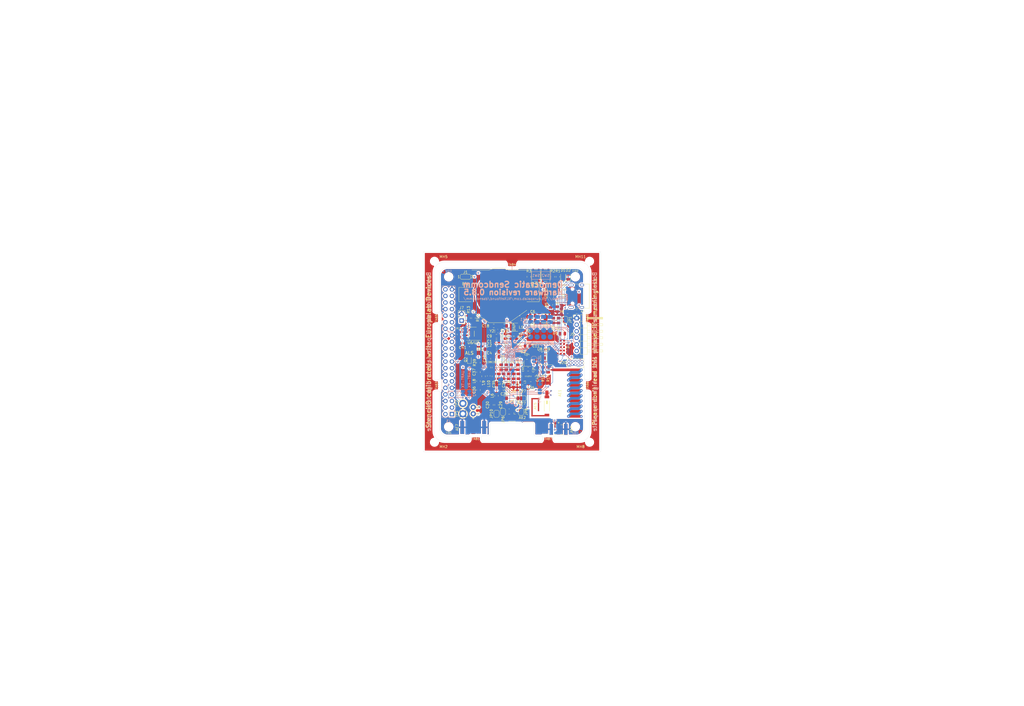
<source format=kicad_pcb>
(kicad_pcb (version 20171130) (host pcbnew 5.1.5+dfsg1-2build2)

  (general
    (thickness 1.6)
    (drawings 110)
    (tracks 1049)
    (zones 0)
    (modules 130)
    (nets 136)
  )

  (page A3)
  (title_block
    (title "Democratic Sendcomm")
    (date 2020-10-20)
    (rev 0.8.5)
    (company "Europalab Devices")
    (comment 1 "Copyright © 2020, Europalab Devices")
    (comment 2 "Fulfilling requirements of 20200210")
    (comment 3 "Pending quality assurance testing")
    (comment 4 "Release revision for manufacturing")
  )

  (layers
    (0 F.Cu signal)
    (1 In1.Cu signal)
    (2 In2.Cu signal)
    (31 B.Cu signal)
    (34 B.Paste user)
    (35 F.Paste user)
    (36 B.SilkS user)
    (37 F.SilkS user)
    (38 B.Mask user)
    (39 F.Mask user)
    (40 Dwgs.User user)
    (41 Cmts.User user)
    (44 Edge.Cuts user)
    (45 Margin user)
    (46 B.CrtYd user)
    (47 F.CrtYd user)
    (48 B.Fab user)
    (49 F.Fab user)
  )

  (setup
    (last_trace_width 0.127)
    (user_trace_width 0.1016)
    (user_trace_width 0.127)
    (user_trace_width 0.2)
    (trace_clearance 0.09)
    (zone_clearance 0.508)
    (zone_45_only no)
    (trace_min 0.09)
    (via_size 0.356)
    (via_drill 0.2)
    (via_min_size 0.356)
    (via_min_drill 0.2)
    (user_via 0.45 0.2)
    (user_via 0.6 0.3)
    (uvia_size 0.45)
    (uvia_drill 0.1)
    (uvias_allowed no)
    (uvia_min_size 0.45)
    (uvia_min_drill 0.1)
    (edge_width 0.1)
    (segment_width 0.1)
    (pcb_text_width 0.25)
    (pcb_text_size 1 1)
    (mod_edge_width 0.15)
    (mod_text_size 1 1)
    (mod_text_width 0.15)
    (pad_size 2 1.5)
    (pad_drill 0)
    (pad_to_mask_clearance 0)
    (aux_axis_origin 0 0)
    (visible_elements 7FFFFFFF)
    (pcbplotparams
      (layerselection 0x313fc_ffffffff)
      (usegerberextensions true)
      (usegerberattributes false)
      (usegerberadvancedattributes false)
      (creategerberjobfile false)
      (excludeedgelayer true)
      (linewidth 0.150000)
      (plotframeref false)
      (viasonmask false)
      (mode 1)
      (useauxorigin false)
      (hpglpennumber 1)
      (hpglpenspeed 20)
      (hpglpendiameter 15.000000)
      (psnegative false)
      (psa4output false)
      (plotreference true)
      (plotvalue true)
      (plotinvisibletext false)
      (padsonsilk false)
      (subtractmaskfromsilk false)
      (outputformat 1)
      (mirror false)
      (drillshape 0)
      (scaleselection 1)
      (outputdirectory "fabsingle"))
  )

  (net 0 "")
  (net 1 GND)
  (net 2 "Net-(AE1-Pad1)")
  (net 3 /Sheet5F53D5B4/RFSWPWR)
  (net 4 "Net-(C8-Pad1)")
  (net 5 /Sheet5F53D5B4/POWAMP)
  (net 6 "Net-(C13-Pad1)")
  (net 7 /Sheet5F53D5B4/HFOUT)
  (net 8 +3V3)
  (net 9 "Net-(C29-Pad1)")
  (net 10 /Sheet5F53D5B4/UART_RX)
  (net 11 /Sheet5F53D5B4/UART_TX)
  (net 12 /Sheet5F53D5B4/HPOUT)
  (net 13 /Sheet5F53D5B4/HFIN)
  (net 14 /Sheet5F53D5B4/BANDSEL)
  (net 15 "Net-(BT1-Pad1)")
  (net 16 /Sheet5F53D5B4/USB_BUS)
  (net 17 "Net-(C33-Pad1)")
  (net 18 "Net-(C34-Pad1)")
  (net 19 /Sheet5F53D5B4/CMDRST)
  (net 20 "Net-(D1-Pad2)")
  (net 21 "Net-(D1-Pad1)")
  (net 22 "Net-(D2-Pad1)")
  (net 23 "Net-(D2-Pad2)")
  (net 24 /Sheet5F53D5B4/USB_P)
  (net 25 /Sheet5F53D5B4/USB_N)
  (net 26 /Sheet60040980/ID_SD)
  (net 27 /Sheet60040980/ID_SC)
  (net 28 /Sheet5F53D5B4/SWDCLK)
  (net 29 "Net-(J3-Pad7)")
  (net 30 "Net-(J3-Pad8)")
  (net 31 "Net-(J4-Pad6)")
  (net 32 /Sheet5F53D5B4/CN_VBAT)
  (net 33 /Sheet5F53D5B4/XCEIV)
  (net 34 /Sheet5F53D5B4/CRYSTAL_XIN-RESERVED)
  (net 35 /Sheet5F53D5B4/CRYSTAL_XOUT-RESERVED)
  (net 36 "Net-(AE5-Pad2)")
  (net 37 "Net-(C1-Pad1)")
  (net 38 "Net-(C7-Pad1)")
  (net 39 "Net-(C14-Pad1)")
  (net 40 "Net-(C17-Pad1)")
  (net 41 "Net-(C18-Pad2)")
  (net 42 "Net-(C19-Pad2)")
  (net 43 "Net-(C23-Pad2)")
  (net 44 "Net-(C23-Pad1)")
  (net 45 "Net-(C24-Pad1)")
  (net 46 "Net-(C24-Pad2)")
  (net 47 "Net-(C29-Pad2)")
  (net 48 "Net-(C33-Pad2)")
  (net 49 "Net-(C35-Pad2)")
  (net 50 "Net-(C40-Pad1)")
  (net 51 "Net-(J2-PadB5)")
  (net 52 "Net-(J2-PadA8)")
  (net 53 "Net-(J2-PadA5)")
  (net 54 "Net-(J2-PadB8)")
  (net 55 "Net-(J2-PadA4)")
  (net 56 "Net-(J3-Pad2)")
  (net 57 "Net-(J3-Pad3)")
  (net 58 "Net-(J3-Pad4)")
  (net 59 "Net-(J3-Pad5)")
  (net 60 "Net-(J3-Pad10)")
  (net 61 "Net-(J3-Pad11)")
  (net 62 "Net-(J3-Pad12)")
  (net 63 "Net-(J3-Pad13)")
  (net 64 "Net-(J3-Pad15)")
  (net 65 "Net-(J3-Pad16)")
  (net 66 "Net-(J3-Pad18)")
  (net 67 "Net-(J3-Pad19)")
  (net 68 "Net-(J3-Pad21)")
  (net 69 "Net-(J3-Pad22)")
  (net 70 "Net-(J3-Pad23)")
  (net 71 "Net-(J3-Pad24)")
  (net 72 "Net-(J3-Pad26)")
  (net 73 "Net-(J3-Pad29)")
  (net 74 "Net-(J3-Pad31)")
  (net 75 "Net-(J3-Pad32)")
  (net 76 "Net-(J3-Pad33)")
  (net 77 "Net-(J3-Pad35)")
  (net 78 "Net-(J3-Pad36)")
  (net 79 "Net-(J3-Pad37)")
  (net 80 "Net-(J3-Pad38)")
  (net 81 "Net-(J3-Pad40)")
  (net 82 "Net-(J4-Pad7)")
  (net 83 "Net-(J4-Pad8)")
  (net 84 "Net-(J5-Pad2)")
  (net 85 "Net-(J5-Pad3)")
  (net 86 "Net-(J5-Pad6)")
  (net 87 "Net-(J6-Pad1)")
  (net 88 "Net-(L1-Pad2)")
  (net 89 "Net-(R3-Pad1)")
  (net 90 "Net-(R4-Pad1)")
  (net 91 "Net-(R4-Pad2)")
  (net 92 "Net-(U2-Pad5)")
  (net 93 "Net-(U3-PadG1)")
  (net 94 "Net-(U3-PadH1)")
  (net 95 "Net-(U3-PadE3)")
  (net 96 "Net-(U3-PadE4)")
  (net 97 "Net-(U3-PadF4)")
  (net 98 "Net-(U3-PadE5)")
  (net 99 "Net-(U3-PadC7)")
  (net 100 "Net-(U3-PadD7)")
  (net 101 "Net-(U3-PadD8)")
  (net 102 "Net-(U5-Pad3)")
  (net 103 "Net-(U5-Pad4)")
  (net 104 "Net-(U8-Pad7)")
  (net 105 "Net-(U8-Pad3)")
  (net 106 "Net-(U8-Pad2)")
  (net 107 "Net-(U8-Pad1)")
  (net 108 "Net-(U9-Pad1)")
  (net 109 "Net-(U9-Pad2)")
  (net 110 "Net-(U9-Pad3)")
  (net 111 "Net-(U9-Pad7)")
  (net 112 /Sheet5F53D5B4/SWDIO)
  (net 113 "Net-(AE2-Pad1)")
  (net 114 "Net-(AE4-Pad1)")
  (net 115 "Net-(AE5-Pad1)")
  (net 116 "Net-(AE7-Pad1)")
  (net 117 "Net-(JP10-Pad1)")
  (net 118 "Net-(J6-Pad2)")
  (net 119 "Net-(J6-Pad3)")
  (net 120 "Net-(J6-Pad4)")
  (net 121 "Net-(J6-Pad5)")
  (net 122 "Net-(J6-Pad6)")
  (net 123 "Net-(J6-Pad7)")
  (net 124 "Net-(J6-Pad8)")
  (net 125 "Net-(J7-Pad1)")
  (net 126 "Net-(C94-Pad1)")
  (net 127 "Net-(C95-Pad1)")
  (net 128 "Net-(JP26-Pad1)")
  (net 129 /TP_SCL)
  (net 130 /TP_SDA)
  (net 131 "Net-(J20-Pad6)")
  (net 132 "Net-(J20-Pad7)")
  (net 133 "Net-(J20-Pad8)")
  (net 134 "Net-(Q2-Pad2)")
  (net 135 "Net-(JP27-Pad3)")

  (net_class Default "This is the default net class."
    (clearance 0.09)
    (trace_width 0.09)
    (via_dia 0.356)
    (via_drill 0.2)
    (uvia_dia 0.45)
    (uvia_drill 0.1)
    (add_net +3V3)
    (add_net /Sheet5F53D5B4/BANDSEL)
    (add_net /Sheet5F53D5B4/CMDRST)
    (add_net /Sheet5F53D5B4/CN_VBAT)
    (add_net /Sheet5F53D5B4/CRYSTAL_XIN-RESERVED)
    (add_net /Sheet5F53D5B4/CRYSTAL_XOUT-RESERVED)
    (add_net /Sheet5F53D5B4/HFIN)
    (add_net /Sheet5F53D5B4/HFOUT)
    (add_net /Sheet5F53D5B4/HPOUT)
    (add_net /Sheet5F53D5B4/POWAMP)
    (add_net /Sheet5F53D5B4/RFSWPWR)
    (add_net /Sheet5F53D5B4/SWDCLK)
    (add_net /Sheet5F53D5B4/SWDIO)
    (add_net /Sheet5F53D5B4/UART_RX)
    (add_net /Sheet5F53D5B4/UART_TX)
    (add_net /Sheet5F53D5B4/USB_BUS)
    (add_net /Sheet5F53D5B4/USB_N)
    (add_net /Sheet5F53D5B4/USB_P)
    (add_net /Sheet5F53D5B4/XCEIV)
    (add_net /Sheet60040980/ID_SC)
    (add_net /Sheet60040980/ID_SD)
    (add_net /TP_SCL)
    (add_net /TP_SDA)
    (add_net GND)
    (add_net "Net-(AE1-Pad1)")
    (add_net "Net-(AE2-Pad1)")
    (add_net "Net-(AE4-Pad1)")
    (add_net "Net-(AE5-Pad1)")
    (add_net "Net-(AE5-Pad2)")
    (add_net "Net-(AE7-Pad1)")
    (add_net "Net-(BT1-Pad1)")
    (add_net "Net-(C1-Pad1)")
    (add_net "Net-(C13-Pad1)")
    (add_net "Net-(C14-Pad1)")
    (add_net "Net-(C17-Pad1)")
    (add_net "Net-(C18-Pad2)")
    (add_net "Net-(C19-Pad2)")
    (add_net "Net-(C23-Pad1)")
    (add_net "Net-(C23-Pad2)")
    (add_net "Net-(C24-Pad1)")
    (add_net "Net-(C24-Pad2)")
    (add_net "Net-(C29-Pad1)")
    (add_net "Net-(C29-Pad2)")
    (add_net "Net-(C33-Pad1)")
    (add_net "Net-(C33-Pad2)")
    (add_net "Net-(C34-Pad1)")
    (add_net "Net-(C35-Pad2)")
    (add_net "Net-(C40-Pad1)")
    (add_net "Net-(C7-Pad1)")
    (add_net "Net-(C8-Pad1)")
    (add_net "Net-(C94-Pad1)")
    (add_net "Net-(C95-Pad1)")
    (add_net "Net-(D1-Pad1)")
    (add_net "Net-(D1-Pad2)")
    (add_net "Net-(D2-Pad1)")
    (add_net "Net-(D2-Pad2)")
    (add_net "Net-(J2-PadA4)")
    (add_net "Net-(J2-PadA5)")
    (add_net "Net-(J2-PadA8)")
    (add_net "Net-(J2-PadB5)")
    (add_net "Net-(J2-PadB8)")
    (add_net "Net-(J20-Pad6)")
    (add_net "Net-(J20-Pad7)")
    (add_net "Net-(J20-Pad8)")
    (add_net "Net-(J3-Pad10)")
    (add_net "Net-(J3-Pad11)")
    (add_net "Net-(J3-Pad12)")
    (add_net "Net-(J3-Pad13)")
    (add_net "Net-(J3-Pad15)")
    (add_net "Net-(J3-Pad16)")
    (add_net "Net-(J3-Pad18)")
    (add_net "Net-(J3-Pad19)")
    (add_net "Net-(J3-Pad2)")
    (add_net "Net-(J3-Pad21)")
    (add_net "Net-(J3-Pad22)")
    (add_net "Net-(J3-Pad23)")
    (add_net "Net-(J3-Pad24)")
    (add_net "Net-(J3-Pad26)")
    (add_net "Net-(J3-Pad29)")
    (add_net "Net-(J3-Pad3)")
    (add_net "Net-(J3-Pad31)")
    (add_net "Net-(J3-Pad32)")
    (add_net "Net-(J3-Pad33)")
    (add_net "Net-(J3-Pad35)")
    (add_net "Net-(J3-Pad36)")
    (add_net "Net-(J3-Pad37)")
    (add_net "Net-(J3-Pad38)")
    (add_net "Net-(J3-Pad4)")
    (add_net "Net-(J3-Pad40)")
    (add_net "Net-(J3-Pad5)")
    (add_net "Net-(J3-Pad7)")
    (add_net "Net-(J3-Pad8)")
    (add_net "Net-(J4-Pad6)")
    (add_net "Net-(J4-Pad7)")
    (add_net "Net-(J4-Pad8)")
    (add_net "Net-(J5-Pad2)")
    (add_net "Net-(J5-Pad3)")
    (add_net "Net-(J5-Pad6)")
    (add_net "Net-(J6-Pad1)")
    (add_net "Net-(J6-Pad2)")
    (add_net "Net-(J6-Pad3)")
    (add_net "Net-(J6-Pad4)")
    (add_net "Net-(J6-Pad5)")
    (add_net "Net-(J6-Pad6)")
    (add_net "Net-(J6-Pad7)")
    (add_net "Net-(J6-Pad8)")
    (add_net "Net-(J7-Pad1)")
    (add_net "Net-(JP10-Pad1)")
    (add_net "Net-(JP26-Pad1)")
    (add_net "Net-(JP27-Pad3)")
    (add_net "Net-(L1-Pad2)")
    (add_net "Net-(Q2-Pad2)")
    (add_net "Net-(R3-Pad1)")
    (add_net "Net-(R4-Pad1)")
    (add_net "Net-(R4-Pad2)")
    (add_net "Net-(U2-Pad5)")
    (add_net "Net-(U3-PadC7)")
    (add_net "Net-(U3-PadD7)")
    (add_net "Net-(U3-PadD8)")
    (add_net "Net-(U3-PadE3)")
    (add_net "Net-(U3-PadE4)")
    (add_net "Net-(U3-PadE5)")
    (add_net "Net-(U3-PadF4)")
    (add_net "Net-(U3-PadG1)")
    (add_net "Net-(U3-PadH1)")
    (add_net "Net-(U5-Pad3)")
    (add_net "Net-(U5-Pad4)")
    (add_net "Net-(U8-Pad1)")
    (add_net "Net-(U8-Pad2)")
    (add_net "Net-(U8-Pad3)")
    (add_net "Net-(U8-Pad7)")
    (add_net "Net-(U9-Pad1)")
    (add_net "Net-(U9-Pad2)")
    (add_net "Net-(U9-Pad3)")
    (add_net "Net-(U9-Pad7)")
  )

  (net_class Power ""
    (clearance 0.2)
    (trace_width 0.5)
    (via_dia 1)
    (via_drill 0.7)
    (uvia_dia 0.5)
    (uvia_drill 0.1)
  )

  (module Jumper:SolderJumper-2_P1.3mm_Bridged_RoundedPad1.0x1.5mm (layer B.Cu) (tedit 5C745284) (tstamp 5FBED780)
    (at 220.75 160 270)
    (descr "SMD Solder Jumper, 1x1.5mm, rounded Pads, 0.3mm gap, bridged with 1 copper strip")
    (tags "solder jumper open")
    (path /5F5C0728/5F989558)
    (attr virtual)
    (fp_text reference JP4 (at -1.75 0 90) (layer B.SilkS)
      (effects (font (size 1 1) (thickness 0.15)) (justify right mirror))
    )
    (fp_text value SolderBridge (at 0 -1.9 90) (layer B.Fab)
      (effects (font (size 1 1) (thickness 0.15)) (justify mirror))
    )
    (fp_poly (pts (xy 0.25 0.3) (xy -0.25 0.3) (xy -0.25 -0.3) (xy 0.25 -0.3)) (layer B.Cu) (width 0))
    (fp_line (start 1.65 -1.25) (end -1.65 -1.25) (layer B.CrtYd) (width 0.05))
    (fp_line (start 1.65 -1.25) (end 1.65 1.25) (layer B.CrtYd) (width 0.05))
    (fp_line (start -1.65 1.25) (end -1.65 -1.25) (layer B.CrtYd) (width 0.05))
    (fp_line (start -1.65 1.25) (end 1.65 1.25) (layer B.CrtYd) (width 0.05))
    (fp_line (start -0.7 1) (end 0.7 1) (layer B.SilkS) (width 0.12))
    (fp_line (start 1.4 0.3) (end 1.4 -0.3) (layer B.SilkS) (width 0.12))
    (fp_line (start 0.7 -1) (end -0.7 -1) (layer B.SilkS) (width 0.12))
    (fp_line (start -1.4 -0.3) (end -1.4 0.3) (layer B.SilkS) (width 0.12))
    (fp_arc (start -0.7 0.3) (end -0.7 1) (angle 90) (layer B.SilkS) (width 0.12))
    (fp_arc (start -0.7 -0.3) (end -1.4 -0.3) (angle 90) (layer B.SilkS) (width 0.12))
    (fp_arc (start 0.7 -0.3) (end 0.7 -1) (angle 90) (layer B.SilkS) (width 0.12))
    (fp_arc (start 0.7 0.3) (end 1.4 0.3) (angle 90) (layer B.SilkS) (width 0.12))
    (pad 1 smd custom (at -0.65 0 270) (size 1 0.5) (layers B.Cu B.Mask)
      (net 2 "Net-(AE1-Pad1)") (zone_connect 2)
      (options (clearance outline) (anchor rect))
      (primitives
        (gr_circle (center 0 -0.25) (end 0.5 -0.25) (width 0))
        (gr_circle (center 0 0.25) (end 0.5 0.25) (width 0))
        (gr_poly (pts
           (xy 0 0.75) (xy 0.5 0.75) (xy 0.5 -0.75) (xy 0 -0.75)) (width 0))
      ))
    (pad 2 smd custom (at 0.65 0 270) (size 1 0.5) (layers B.Cu B.Mask)
      (net 117 "Net-(JP10-Pad1)") (zone_connect 2)
      (options (clearance outline) (anchor rect))
      (primitives
        (gr_circle (center 0 -0.25) (end 0.5 -0.25) (width 0))
        (gr_circle (center 0 0.25) (end 0.5 0.25) (width 0))
        (gr_poly (pts
           (xy 0 0.75) (xy -0.5 0.75) (xy -0.5 -0.75) (xy 0 -0.75)) (width 0))
      ))
  )

  (module Elabdev:TFBGA-64_8x8_6.0x6.0mm_P0.65mm (layer F.Cu) (tedit 5F6BA77A) (tstamp 5F68786E)
    (at 210 148)
    (path /5F53D5B5/6052EF69)
    (solder_mask_margin 0.025)
    (clearance 0.0508)
    (attr smd)
    (fp_text reference U3 (at 4.25 0) (layer F.SilkS)
      (effects (font (size 1 1) (thickness 0.15)))
    )
    (fp_text value ATSAMR34 (at 0 4) (layer F.Fab)
      (effects (font (size 1 1) (thickness 0.15)))
    )
    (fp_line (start -2 -3) (end -3 -2) (layer F.Fab) (width 0.1))
    (fp_line (start -3 -2) (end -3 3) (layer F.Fab) (width 0.1))
    (fp_line (start -3 3) (end 3 3) (layer F.Fab) (width 0.1))
    (fp_line (start 3 3) (end 3 -3) (layer F.Fab) (width 0.1))
    (fp_line (start 3 -3) (end -2 -3) (layer F.Fab) (width 0.1))
    (fp_line (start 1.62 -3.12) (end 3.12 -3.12) (layer F.SilkS) (width 0.12))
    (fp_line (start 3.12 -3.12) (end 3.12 -1.62) (layer F.SilkS) (width 0.12))
    (fp_line (start 1.62 -3.12) (end 3.12 -3.12) (layer F.SilkS) (width 0.12))
    (fp_line (start 3.12 -3.12) (end 3.12 -1.62) (layer F.SilkS) (width 0.12))
    (fp_line (start 1.62 3.12) (end 3.12 3.12) (layer F.SilkS) (width 0.12))
    (fp_line (start 3.12 3.12) (end 3.12 1.62) (layer F.SilkS) (width 0.12))
    (fp_line (start 1.62 -3.12) (end 3.12 -3.12) (layer F.SilkS) (width 0.12))
    (fp_line (start 3.12 -3.12) (end 3.12 -1.62) (layer F.SilkS) (width 0.12))
    (fp_line (start -1.62 3.12) (end -3.12 3.12) (layer F.SilkS) (width 0.12))
    (fp_line (start -3.12 3.12) (end -3.12 1.62) (layer F.SilkS) (width 0.12))
    (fp_line (start -1.62 -3.12) (end -2 -3.12) (layer F.SilkS) (width 0.12))
    (fp_line (start -2 -3.12) (end -3.12 -2) (layer F.SilkS) (width 0.12))
    (fp_line (start -3.12 -2) (end -3.12 -1.62) (layer F.SilkS) (width 0.12))
    (fp_circle (center -3 -3) (end -3 -2.9) (layer F.SilkS) (width 0.2))
    (fp_line (start -4 -4) (end 4 -4) (layer F.CrtYd) (width 0.05))
    (fp_line (start 4 -4) (end 4 4) (layer F.CrtYd) (width 0.05))
    (fp_line (start 4 4) (end -4 4) (layer F.CrtYd) (width 0.05))
    (fp_line (start -4 4) (end -4 -4) (layer F.CrtYd) (width 0.05))
    (pad A1 smd circle (at -2.275 -2.275) (size 0.32 0.32) (layers F.Cu F.Paste F.Mask)
      (net 13 /Sheet5F53D5B4/HFIN))
    (pad B1 smd circle (at -2.275 -1.625) (size 0.32 0.32) (layers F.Cu F.Paste F.Mask)
      (net 7 /Sheet5F53D5B4/HFOUT))
    (pad C1 smd circle (at -2.275 -0.975) (size 0.32 0.32) (layers F.Cu F.Paste F.Mask)
      (net 37 "Net-(C1-Pad1)"))
    (pad D1 smd circle (at -2.275 -0.325) (size 0.32 0.32) (layers F.Cu F.Paste F.Mask)
      (net 5 /Sheet5F53D5B4/POWAMP))
    (pad E1 smd circle (at -2.275 0.325) (size 0.32 0.32) (layers F.Cu F.Paste F.Mask)
      (net 1 GND))
    (pad F1 smd circle (at -2.275 0.975) (size 0.32 0.32) (layers F.Cu F.Paste F.Mask)
      (net 12 /Sheet5F53D5B4/HPOUT))
    (pad G1 smd circle (at -2.275 1.625) (size 0.32 0.32) (layers F.Cu F.Paste F.Mask)
      (net 93 "Net-(U3-PadG1)"))
    (pad H1 smd circle (at -2.275 2.275) (size 0.32 0.32) (layers F.Cu F.Paste F.Mask)
      (net 94 "Net-(U3-PadH1)"))
    (pad A2 smd circle (at -1.625 -2.275) (size 0.32 0.32) (layers F.Cu F.Paste F.Mask)
      (net 1 GND))
    (pad B2 smd circle (at -1.625 -1.625) (size 0.32 0.32) (layers F.Cu F.Paste F.Mask)
      (net 1 GND))
    (pad C2 smd circle (at -1.625 -0.975) (size 0.32 0.32) (layers F.Cu F.Paste F.Mask)
      (net 37 "Net-(C1-Pad1)"))
    (pad D2 smd circle (at -1.625 -0.325) (size 0.32 0.32) (layers F.Cu F.Paste F.Mask)
      (net 33 /Sheet5F53D5B4/XCEIV))
    (pad E2 smd circle (at -1.625 0.325) (size 0.32 0.32) (layers F.Cu F.Paste F.Mask)
      (net 1 GND))
    (pad F2 smd circle (at -1.625 0.975) (size 0.32 0.32) (layers F.Cu F.Paste F.Mask)
      (net 1 GND))
    (pad G2 smd circle (at -1.625 1.625) (size 0.32 0.32) (layers F.Cu F.Paste F.Mask)
      (net 1 GND))
    (pad H2 smd circle (at -1.625 2.275) (size 0.32 0.32) (layers F.Cu F.Paste F.Mask)
      (net 39 "Net-(C14-Pad1)"))
    (pad A3 smd circle (at -0.975 -2.275) (size 0.32 0.32) (layers F.Cu F.Paste F.Mask)
      (net 41 "Net-(C18-Pad2)"))
    (pad B3 smd circle (at -0.975 -1.625) (size 0.32 0.32) (layers F.Cu F.Paste F.Mask)
      (net 1 GND))
    (pad C3 smd circle (at -0.975 -0.975) (size 0.32 0.32) (layers F.Cu F.Paste F.Mask)
      (net 32 /Sheet5F53D5B4/CN_VBAT))
    (pad D3 smd circle (at -0.975 -0.325) (size 0.32 0.32) (layers F.Cu F.Paste F.Mask)
      (net 11 /Sheet5F53D5B4/UART_TX))
    (pad E3 smd circle (at -0.975 0.325) (size 0.32 0.32) (layers F.Cu F.Paste F.Mask)
      (net 95 "Net-(U3-PadE3)"))
    (pad F3 smd circle (at -0.975 0.975) (size 0.32 0.32) (layers F.Cu F.Paste F.Mask)
      (net 16 /Sheet5F53D5B4/USB_BUS))
    (pad G3 smd circle (at -0.975 1.625) (size 0.32 0.32) (layers F.Cu F.Paste F.Mask)
      (net 1 GND))
    (pad H3 smd circle (at -0.975 2.275) (size 0.32 0.32) (layers F.Cu F.Paste F.Mask)
      (net 37 "Net-(C1-Pad1)"))
    (pad A4 smd circle (at -0.325 -2.275) (size 0.32 0.32) (layers F.Cu F.Paste F.Mask)
      (net 42 "Net-(C19-Pad2)"))
    (pad B4 smd circle (at -0.325 -1.625) (size 0.32 0.32) (layers F.Cu F.Paste F.Mask)
      (net 134 "Net-(Q2-Pad2)"))
    (pad C4 smd circle (at -0.325 -0.975) (size 0.32 0.32) (layers F.Cu F.Paste F.Mask)
      (net 10 /Sheet5F53D5B4/UART_RX))
    (pad D4 smd circle (at -0.325 -0.325) (size 0.32 0.32) (layers F.Cu F.Paste F.Mask)
      (net 1 GND))
    (pad E4 smd circle (at -0.325 0.325) (size 0.32 0.32) (layers F.Cu F.Paste F.Mask)
      (net 96 "Net-(U3-PadE4)"))
    (pad F4 smd circle (at -0.325 0.975) (size 0.32 0.32) (layers F.Cu F.Paste F.Mask)
      (net 97 "Net-(U3-PadF4)"))
    (pad G4 smd circle (at -0.325 1.625) (size 0.32 0.32) (layers F.Cu F.Paste F.Mask)
      (net 8 +3V3))
    (pad H4 smd circle (at -0.325 2.275) (size 0.32 0.32) (layers F.Cu F.Paste F.Mask)
      (net 6 "Net-(C13-Pad1)"))
    (pad A5 smd circle (at 0.325 -2.275) (size 0.32 0.32) (layers F.Cu F.Paste F.Mask)
      (net 40 "Net-(C17-Pad1)"))
    (pad B5 smd circle (at 0.325 -1.625) (size 0.32 0.32) (layers F.Cu F.Paste F.Mask)
      (net 1 GND))
    (pad C5 smd circle (at 0.325 -0.975) (size 0.32 0.32) (layers F.Cu F.Paste F.Mask)
      (net 28 /Sheet5F53D5B4/SWDCLK))
    (pad D5 smd circle (at 0.325 -0.325) (size 0.32 0.32) (layers F.Cu F.Paste F.Mask)
      (net 112 /Sheet5F53D5B4/SWDIO))
    (pad E5 smd circle (at 0.325 0.325) (size 0.32 0.32) (layers F.Cu F.Paste F.Mask)
      (net 98 "Net-(U3-PadE5)"))
    (pad F5 smd circle (at 0.325 0.975) (size 0.32 0.32) (layers F.Cu F.Paste F.Mask)
      (net 135 "Net-(JP27-Pad3)"))
    (pad G5 smd circle (at 0.325 1.625) (size 0.32 0.32) (layers F.Cu F.Paste F.Mask)
      (net 1 GND))
    (pad H5 smd circle (at 0.325 2.275) (size 0.32 0.32) (layers F.Cu F.Paste F.Mask)
      (net 1 GND))
    (pad A6 smd circle (at 0.975 -2.275) (size 0.32 0.32) (layers F.Cu F.Paste F.Mask)
      (net 88 "Net-(L1-Pad2)"))
    (pad B6 smd circle (at 0.975 -1.625) (size 0.32 0.32) (layers F.Cu F.Paste F.Mask)
      (net 19 /Sheet5F53D5B4/CMDRST))
    (pad C6 smd circle (at 0.975 -0.975) (size 0.32 0.32) (layers F.Cu F.Paste F.Mask)
      (net 90 "Net-(R4-Pad1)"))
    (pad D6 smd circle (at 0.975 -0.325) (size 0.32 0.32) (layers F.Cu F.Paste F.Mask)
      (net 1 GND))
    (pad E6 smd circle (at 0.975 0.325) (size 0.32 0.32) (layers F.Cu F.Paste F.Mask)
      (net 129 /TP_SCL))
    (pad F6 smd circle (at 0.975 0.975) (size 0.32 0.32) (layers F.Cu F.Paste F.Mask)
      (net 14 /Sheet5F53D5B4/BANDSEL))
    (pad G6 smd circle (at 0.975 1.625) (size 0.32 0.32) (layers F.Cu F.Paste F.Mask)
      (net 1 GND))
    (pad H6 smd circle (at 0.975 2.275) (size 0.32 0.32) (layers F.Cu F.Paste F.Mask)
      (net 126 "Net-(C94-Pad1)"))
    (pad A7 smd circle (at 1.625 -2.275) (size 0.32 0.32) (layers F.Cu F.Paste F.Mask)
      (net 8 +3V3))
    (pad B7 smd circle (at 1.625 -1.625) (size 0.32 0.32) (layers F.Cu F.Paste F.Mask)
      (net 1 GND))
    (pad C7 smd circle (at 1.625 -0.975) (size 0.32 0.32) (layers F.Cu F.Paste F.Mask)
      (net 99 "Net-(U3-PadC7)"))
    (pad D7 smd circle (at 1.625 -0.325) (size 0.32 0.32) (layers F.Cu F.Paste F.Mask)
      (net 100 "Net-(U3-PadD7)"))
    (pad E7 smd circle (at 1.625 0.325) (size 0.32 0.32) (layers F.Cu F.Paste F.Mask)
      (net 21 "Net-(D1-Pad1)"))
    (pad F7 smd circle (at 1.625 0.975) (size 0.32 0.32) (layers F.Cu F.Paste F.Mask)
      (net 130 /TP_SDA))
    (pad G7 smd circle (at 1.625 1.625) (size 0.32 0.32) (layers F.Cu F.Paste F.Mask)
      (net 1 GND))
    (pad H7 smd circle (at 1.625 2.275) (size 0.32 0.32) (layers F.Cu F.Paste F.Mask)
      (net 127 "Net-(C95-Pad1)"))
    (pad A8 smd circle (at 2.275 -2.275) (size 0.32 0.32) (layers F.Cu F.Paste F.Mask)
      (net 8 +3V3))
    (pad B8 smd circle (at 2.275 -1.625) (size 0.32 0.32) (layers F.Cu F.Paste F.Mask)
      (net 25 /Sheet5F53D5B4/USB_N))
    (pad C8 smd circle (at 2.275 -0.975) (size 0.32 0.32) (layers F.Cu F.Paste F.Mask)
      (net 24 /Sheet5F53D5B4/USB_P))
    (pad D8 smd circle (at 2.275 -0.325) (size 0.32 0.32) (layers F.Cu F.Paste F.Mask)
      (net 101 "Net-(U3-PadD8)"))
    (pad E8 smd circle (at 2.275 0.325) (size 0.32 0.32) (layers F.Cu F.Paste F.Mask)
      (net 22 "Net-(D2-Pad1)"))
    (pad F8 smd circle (at 2.275 0.975) (size 0.32 0.32) (layers F.Cu F.Paste F.Mask)
      (net 34 /Sheet5F53D5B4/CRYSTAL_XIN-RESERVED))
    (pad G8 smd circle (at 2.275 1.625) (size 0.32 0.32) (layers F.Cu F.Paste F.Mask)
      (net 35 /Sheet5F53D5B4/CRYSTAL_XOUT-RESERVED))
    (pad H8 smd circle (at 2.275 2.275) (size 0.32 0.32) (layers F.Cu F.Paste F.Mask)
      (net 8 +3V3))
    (model ${KISYS3DMOD}/Package_BGA.3dshapes/TFBGA-64_5x5mm_Layout8x8_P0.5mm.wrl
      (at (xyz 0 0 0))
      (scale (xyz 1.2 1.2 1.2))
      (rotate (xyz 0 0 0))
    )
  )

  (module TestPoint:TestPoint_THTPad_D2.0mm_Drill1.0mm (layer F.Cu) (tedit 5A0F774F) (tstamp 5FBA0BE2)
    (at 195 172)
    (descr "THT pad as test Point, diameter 2.0mm, hole diameter 1.0mm")
    (tags "test point THT pad")
    (path /5F97637F)
    (attr virtual)
    (fp_text reference TP5 (at 2 0 90) (layer F.SilkS)
      (effects (font (size 0.7 0.7) (thickness 0.1)))
    )
    (fp_text value Probe (at 0 2.25) (layer F.Fab)
      (effects (font (size 1 1) (thickness 0.15)))
    )
    (fp_circle (center 0 0) (end 0 1.2) (layer F.SilkS) (width 0.12))
    (fp_circle (center 0 0) (end 1.5 0) (layer F.CrtYd) (width 0.05))
    (fp_text user %R (at 0 -2.15) (layer F.Fab)
      (effects (font (size 1 1) (thickness 0.15)))
    )
    (pad 1 thru_hole circle (at 0 0) (size 2 2) (drill 1) (layers *.Cu *.Mask)
      (net 129 /TP_SCL))
  )

  (module TestPoint:TestPoint_THTPad_D2.0mm_Drill1.0mm (layer F.Cu) (tedit 5A0F774F) (tstamp 5FBA0BEA)
    (at 195 169.46)
    (descr "THT pad as test Point, diameter 2.0mm, hole diameter 1.0mm")
    (tags "test point THT pad")
    (path /5F97786E)
    (attr virtual)
    (fp_text reference TP6 (at 2 0.04 90) (layer F.SilkS)
      (effects (font (size 0.7 0.7) (thickness 0.1)))
    )
    (fp_text value Probe (at 0 2.25) (layer F.Fab)
      (effects (font (size 1 1) (thickness 0.15)))
    )
    (fp_circle (center 0 0) (end 0 1.2) (layer F.SilkS) (width 0.12))
    (fp_circle (center 0 0) (end 1.5 0) (layer F.CrtYd) (width 0.05))
    (fp_text user %R (at 0 -2.15) (layer F.Fab)
      (effects (font (size 1 1) (thickness 0.15)))
    )
    (pad 1 thru_hole circle (at 0 0) (size 2 2) (drill 1) (layers *.Cu *.Mask)
      (net 130 /TP_SDA))
  )

  (module Inductor_SMD:L_0603_1608Metric (layer F.Cu) (tedit 5B301BBE) (tstamp 5F687507)
    (at 201 157.35 270)
    (descr "Inductor SMD 0603 (1608 Metric), square (rectangular) end terminal, IPC_7351 nominal, (Body size source: http://www.tortai-tech.com/upload/download/2011102023233369053.pdf), generated with kicad-footprint-generator")
    (tags inductor)
    (path /5F5C0728/5F5D6DC7)
    (attr smd)
    (fp_text reference L10 (at 3 0 90) (layer F.SilkS)
      (effects (font (size 1 1) (thickness 0.15)))
    )
    (fp_text value 11nH (at 0 1.65 90) (layer F.Fab)
      (effects (font (size 1 1) (thickness 0.15)))
    )
    (fp_text user %R (at 0 0 90) (layer F.Fab)
      (effects (font (size 0.5 0.5) (thickness 0.08)))
    )
    (fp_line (start 1.48 0.73) (end -1.48 0.73) (layer F.CrtYd) (width 0.05))
    (fp_line (start 1.48 -0.73) (end 1.48 0.73) (layer F.CrtYd) (width 0.05))
    (fp_line (start -1.48 -0.73) (end 1.48 -0.73) (layer F.CrtYd) (width 0.05))
    (fp_line (start -1.48 0.73) (end -1.48 -0.73) (layer F.CrtYd) (width 0.05))
    (fp_line (start -0.162779 0.51) (end 0.162779 0.51) (layer F.SilkS) (width 0.12))
    (fp_line (start -0.162779 -0.51) (end 0.162779 -0.51) (layer F.SilkS) (width 0.12))
    (fp_line (start 0.8 0.4) (end -0.8 0.4) (layer F.Fab) (width 0.1))
    (fp_line (start 0.8 -0.4) (end 0.8 0.4) (layer F.Fab) (width 0.1))
    (fp_line (start -0.8 -0.4) (end 0.8 -0.4) (layer F.Fab) (width 0.1))
    (fp_line (start -0.8 0.4) (end -0.8 -0.4) (layer F.Fab) (width 0.1))
    (pad 2 smd roundrect (at 0.7875 0 270) (size 0.875 0.95) (layers F.Cu F.Paste F.Mask) (roundrect_rratio 0.25)
      (net 49 "Net-(C35-Pad2)"))
    (pad 1 smd roundrect (at -0.7875 0 270) (size 0.875 0.95) (layers F.Cu F.Paste F.Mask) (roundrect_rratio 0.25)
      (net 18 "Net-(C34-Pad1)"))
    (model ${KISYS3DMOD}/Inductor_SMD.3dshapes/L_0603_1608Metric.wrl
      (at (xyz 0 0 0))
      (scale (xyz 1 1 1))
      (rotate (xyz 0 0 0))
    )
  )

  (module Elabdev:L_Murata_LQH3NPN (layer F.Cu) (tedit 5FADCCA6) (tstamp 5F68751C)
    (at 210.75 138.5)
    (descr https://www.murata.com/~/media/webrenewal/products/inductor/chip/tokoproducts/wirewoundferritetypeforpl/m_dem3518c.ashx)
    (tags "Inductor SMD DEM35xxC")
    (path /5F53D5B5/5F643B51)
    (attr smd)
    (fp_text reference L1 (at 2.75 0) (layer F.SilkS)
      (effects (font (size 1 1) (thickness 0.15)))
    )
    (fp_text value LQH3NPN100MJRL (at 0 3.024) (layer F.Fab)
      (effects (font (size 1 1) (thickness 0.15)))
    )
    (fp_line (start -1.75 -1.6) (end -1.75 1.6) (layer F.CrtYd) (width 0.05))
    (fp_line (start -1.75 1.6) (end 1.75 1.6) (layer F.CrtYd) (width 0.05))
    (fp_line (start 1.75 1.6) (end 1.75 -1.6) (layer F.CrtYd) (width 0.05))
    (fp_line (start 1.75 -1.6) (end -1.75 -1.6) (layer F.CrtYd) (width 0.05))
    (fp_line (start -1.5 -1.35) (end 1.5 -1.35) (layer F.Fab) (width 0.1))
    (fp_line (start 1.5 -1.35) (end 1.5 1.35) (layer F.Fab) (width 0.1))
    (fp_line (start 1.5 1.35) (end -1.5 1.35) (layer F.Fab) (width 0.1))
    (fp_line (start -1.5 1.35) (end -1.5 -1.35) (layer F.Fab) (width 0.1))
    (fp_line (start -1.5 -1.6) (end 1.5 -1.6) (layer F.SilkS) (width 0.12))
    (fp_line (start -1.5 1.6) (end 1.5 1.6) (layer F.SilkS) (width 0.12))
    (fp_text user %R (at 0 0) (layer F.Fab)
      (effects (font (size 0.7 0.7) (thickness 0.105)))
    )
    (pad 1 smd rect (at -1.1 0) (size 0.8 2.7) (layers F.Cu F.Paste F.Mask)
      (net 40 "Net-(C17-Pad1)"))
    (pad 2 smd rect (at 1.1 0) (size 0.8 2.7) (layers F.Cu F.Paste F.Mask)
      (net 88 "Net-(L1-Pad2)"))
    (model ${KISYS3DMOD}/Inductor_SMD.3dshapes/L_Murata_DEM35xxC.wrl
      (at (xyz 0 0 0))
      (scale (xyz 1 1 1))
      (rotate (xyz 0 0 0))
    )
  )

  (module Elabdev:Panel_Mousetab_25mm_Single (layer F.Cu) (tedit 5CD9E502) (tstamp 5F680FEC)
    (at 224 181.75 90)
    (path /5CD9EB0D)
    (fp_text reference TAB7 (at 0 0) (layer F.SilkS)
      (effects (font (size 0.8 0.8) (thickness 0.13)))
    )
    (fp_text value Pantab (at 0 3.5 90) (layer F.Fab)
      (effects (font (size 1 1) (thickness 0.15)))
    )
    (fp_line (start 1.25 -2.2) (end 1.25 2.2) (layer F.Fab) (width 0.15))
    (fp_line (start -1.25 -2.2) (end -1.25 2.2) (layer F.Fab) (width 0.15))
    (fp_line (start 2.1 -2.6) (end 2.1 2.6) (layer F.CrtYd) (width 0.15))
    (fp_line (start 2.1 2.6) (end -2.1 2.6) (layer F.CrtYd) (width 0.15))
    (fp_line (start -2.1 2.6) (end -2.1 -2.6) (layer F.CrtYd) (width 0.15))
    (fp_line (start -2.1 -2.6) (end 2.1 -2.6) (layer F.CrtYd) (width 0.15))
    (pad "" np_thru_hole circle (at 1.35 2 90) (size 0.5 0.5) (drill 0.5) (layers *.Cu))
    (pad "" np_thru_hole circle (at 1.35 1.2 90) (size 0.5 0.5) (drill 0.5) (layers *.Cu))
    (pad "" np_thru_hole circle (at 1.35 0.4 90) (size 0.5 0.5) (drill 0.5) (layers *.Cu))
    (pad "" np_thru_hole circle (at 1.35 -0.4 90) (size 0.5 0.5) (drill 0.5) (layers *.Cu))
    (pad "" np_thru_hole circle (at 1.35 -1.2 90) (size 0.5 0.5) (drill 0.5) (layers *.Cu))
    (pad "" np_thru_hole circle (at 1.35 -2 90) (size 0.5 0.5) (drill 0.5) (layers *.Cu))
  )

  (module Elabdev:Panel_Mousetab_25mm_Single (layer F.Cu) (tedit 5CD9E59A) (tstamp 5F4C0A71)
    (at 210 114.25 270)
    (path /5CD5C3A7)
    (fp_text reference TAB4 (at 0 0 180) (layer F.SilkS)
      (effects (font (size 0.8 0.8) (thickness 0.13)))
    )
    (fp_text value Pantab (at 0 -3.5 270) (layer F.Fab)
      (effects (font (size 1 1) (thickness 0.15)))
    )
    (fp_line (start 1.25 -2.2) (end 1.25 2.2) (layer F.Fab) (width 0.15))
    (fp_line (start -1.25 -2.2) (end -1.25 2.2) (layer F.Fab) (width 0.15))
    (fp_line (start 2.1 -2.6) (end 2.1 2.6) (layer F.CrtYd) (width 0.15))
    (fp_line (start 2.1 2.6) (end -2.1 2.6) (layer F.CrtYd) (width 0.15))
    (fp_line (start -2.1 2.6) (end -2.1 -2.6) (layer F.CrtYd) (width 0.15))
    (fp_line (start -2.1 -2.6) (end 2.1 -2.6) (layer F.CrtYd) (width 0.15))
    (pad "" np_thru_hole circle (at 1.35 2 270) (size 0.5 0.5) (drill 0.5) (layers *.Cu))
    (pad "" np_thru_hole circle (at 1.35 1.2 270) (size 0.5 0.5) (drill 0.5) (layers *.Cu))
    (pad "" np_thru_hole circle (at 1.35 0.4 270) (size 0.5 0.5) (drill 0.5) (layers *.Cu))
    (pad "" np_thru_hole circle (at 1.35 -0.4 270) (size 0.5 0.5) (drill 0.5) (layers *.Cu))
    (pad "" np_thru_hole circle (at 1.35 -1.2 270) (size 0.5 0.5) (drill 0.5) (layers *.Cu))
    (pad "" np_thru_hole circle (at 1.35 -2 270) (size 0.5 0.5) (drill 0.5) (layers *.Cu))
  )

  (module Elabdev:Panel_Mousetab_25mm_Single (layer F.Cu) (tedit 5CD9E502) (tstamp 5CE1C45C)
    (at 196 181.75 90)
    (path /5CD9EB0D)
    (fp_text reference TAB1 (at 0 0) (layer F.SilkS)
      (effects (font (size 0.8 0.8) (thickness 0.13)))
    )
    (fp_text value Pantab (at 0 3.5 90) (layer F.Fab)
      (effects (font (size 1 1) (thickness 0.15)))
    )
    (fp_line (start -2.1 -2.6) (end 2.1 -2.6) (layer F.CrtYd) (width 0.15))
    (fp_line (start -2.1 2.6) (end -2.1 -2.6) (layer F.CrtYd) (width 0.15))
    (fp_line (start 2.1 2.6) (end -2.1 2.6) (layer F.CrtYd) (width 0.15))
    (fp_line (start 2.1 -2.6) (end 2.1 2.6) (layer F.CrtYd) (width 0.15))
    (fp_line (start -1.25 -2.2) (end -1.25 2.2) (layer F.Fab) (width 0.15))
    (fp_line (start 1.25 -2.2) (end 1.25 2.2) (layer F.Fab) (width 0.15))
    (pad "" np_thru_hole circle (at 1.35 -2 90) (size 0.5 0.5) (drill 0.5) (layers *.Cu))
    (pad "" np_thru_hole circle (at 1.35 -1.2 90) (size 0.5 0.5) (drill 0.5) (layers *.Cu))
    (pad "" np_thru_hole circle (at 1.35 -0.4 90) (size 0.5 0.5) (drill 0.5) (layers *.Cu))
    (pad "" np_thru_hole circle (at 1.35 0.4 90) (size 0.5 0.5) (drill 0.5) (layers *.Cu))
    (pad "" np_thru_hole circle (at 1.35 1.2 90) (size 0.5 0.5) (drill 0.5) (layers *.Cu))
    (pad "" np_thru_hole circle (at 1.35 2 90) (size 0.5 0.5) (drill 0.5) (layers *.Cu))
  )

  (module Elabdev:Panel_Mousetab_25mm_Single (layer F.Cu) (tedit 5CD5AA6C) (tstamp 5F4C1007)
    (at 180.75 161)
    (path /5CD5C074)
    (fp_text reference TAB2 (at 0 0 90) (layer F.SilkS)
      (effects (font (size 0.8 0.8) (thickness 0.13)))
    )
    (fp_text value Pantab (at -2.5 0 -270) (layer F.Fab)
      (effects (font (size 1 1) (thickness 0.15)))
    )
    (fp_line (start -2.1 -2.6) (end 2.1 -2.6) (layer F.CrtYd) (width 0.15))
    (fp_line (start -2.1 2.6) (end -2.1 -2.6) (layer F.CrtYd) (width 0.15))
    (fp_line (start 2.1 2.6) (end -2.1 2.6) (layer F.CrtYd) (width 0.15))
    (fp_line (start 2.1 -2.6) (end 2.1 2.6) (layer F.CrtYd) (width 0.15))
    (fp_line (start -1.25 -2.2) (end -1.25 2.2) (layer F.Fab) (width 0.15))
    (fp_line (start 1.25 -2.2) (end 1.25 2.2) (layer F.Fab) (width 0.15))
    (pad "" np_thru_hole circle (at 1.35 -2) (size 0.5 0.5) (drill 0.5) (layers *.Cu))
    (pad "" np_thru_hole circle (at 1.35 -1.2) (size 0.5 0.5) (drill 0.5) (layers *.Cu))
    (pad "" np_thru_hole circle (at 1.35 -0.4) (size 0.5 0.5) (drill 0.5) (layers *.Cu))
    (pad "" np_thru_hole circle (at 1.35 0.4) (size 0.5 0.5) (drill 0.5) (layers *.Cu))
    (pad "" np_thru_hole circle (at 1.35 1.2) (size 0.5 0.5) (drill 0.5) (layers *.Cu))
    (pad "" np_thru_hole circle (at 1.35 2) (size 0.5 0.5) (drill 0.5) (layers *.Cu))
  )

  (module Elabdev:Panel_Mousetab_25mm_Single (layer F.Cu) (tedit 5CD5AA6C) (tstamp 5F4C1047)
    (at 180.75 135)
    (path /5CD5C074)
    (fp_text reference TAB3 (at 0 0 90) (layer F.SilkS)
      (effects (font (size 0.8 0.8) (thickness 0.13)))
    )
    (fp_text value Pantab (at -2.5 0 -270) (layer F.Fab)
      (effects (font (size 1 1) (thickness 0.15)))
    )
    (fp_line (start 1.25 -2.2) (end 1.25 2.2) (layer F.Fab) (width 0.15))
    (fp_line (start -1.25 -2.2) (end -1.25 2.2) (layer F.Fab) (width 0.15))
    (fp_line (start 2.1 -2.6) (end 2.1 2.6) (layer F.CrtYd) (width 0.15))
    (fp_line (start 2.1 2.6) (end -2.1 2.6) (layer F.CrtYd) (width 0.15))
    (fp_line (start -2.1 2.6) (end -2.1 -2.6) (layer F.CrtYd) (width 0.15))
    (fp_line (start -2.1 -2.6) (end 2.1 -2.6) (layer F.CrtYd) (width 0.15))
    (pad "" np_thru_hole circle (at 1.35 2) (size 0.5 0.5) (drill 0.5) (layers *.Cu))
    (pad "" np_thru_hole circle (at 1.35 1.2) (size 0.5 0.5) (drill 0.5) (layers *.Cu))
    (pad "" np_thru_hole circle (at 1.35 0.4) (size 0.5 0.5) (drill 0.5) (layers *.Cu))
    (pad "" np_thru_hole circle (at 1.35 -0.4) (size 0.5 0.5) (drill 0.5) (layers *.Cu))
    (pad "" np_thru_hole circle (at 1.35 -1.2) (size 0.5 0.5) (drill 0.5) (layers *.Cu))
    (pad "" np_thru_hole circle (at 1.35 -2) (size 0.5 0.5) (drill 0.5) (layers *.Cu))
  )

  (module Elabdev:Panel_Mousetab_25mm_Single (layer F.Cu) (tedit 5CD5AA6C) (tstamp 5F4C108A)
    (at 239.25 135 180)
    (path /5CD5C074)
    (fp_text reference TAB5 (at 0 0 90) (layer F.SilkS)
      (effects (font (size 0.8 0.8) (thickness 0.13)))
    )
    (fp_text value Pantab (at -2.5 0 90) (layer F.Fab)
      (effects (font (size 1 1) (thickness 0.15)))
    )
    (fp_line (start 1.25 -2.2) (end 1.25 2.2) (layer F.Fab) (width 0.15))
    (fp_line (start -1.25 -2.2) (end -1.25 2.2) (layer F.Fab) (width 0.15))
    (fp_line (start 2.1 -2.6) (end 2.1 2.6) (layer F.CrtYd) (width 0.15))
    (fp_line (start 2.1 2.6) (end -2.1 2.6) (layer F.CrtYd) (width 0.15))
    (fp_line (start -2.1 2.6) (end -2.1 -2.6) (layer F.CrtYd) (width 0.15))
    (fp_line (start -2.1 -2.6) (end 2.1 -2.6) (layer F.CrtYd) (width 0.15))
    (pad "" np_thru_hole circle (at 1.35 2 180) (size 0.5 0.5) (drill 0.5) (layers *.Cu))
    (pad "" np_thru_hole circle (at 1.35 1.2 180) (size 0.5 0.5) (drill 0.5) (layers *.Cu))
    (pad "" np_thru_hole circle (at 1.35 0.4 180) (size 0.5 0.5) (drill 0.5) (layers *.Cu))
    (pad "" np_thru_hole circle (at 1.35 -0.4 180) (size 0.5 0.5) (drill 0.5) (layers *.Cu))
    (pad "" np_thru_hole circle (at 1.35 -1.2 180) (size 0.5 0.5) (drill 0.5) (layers *.Cu))
    (pad "" np_thru_hole circle (at 1.35 -2 180) (size 0.5 0.5) (drill 0.5) (layers *.Cu))
  )

  (module Elabdev:Panel_Mousetab_25mm_Single (layer F.Cu) (tedit 5CD5AA6C) (tstamp 5F4C1067)
    (at 239.25 161 180)
    (path /5CD5C074)
    (fp_text reference TAB6 (at 0 0 90) (layer F.SilkS)
      (effects (font (size 0.8 0.8) (thickness 0.13)))
    )
    (fp_text value Pantab (at -2.5 0 90) (layer F.Fab)
      (effects (font (size 1 1) (thickness 0.15)))
    )
    (fp_line (start -2.1 -2.6) (end 2.1 -2.6) (layer F.CrtYd) (width 0.15))
    (fp_line (start -2.1 2.6) (end -2.1 -2.6) (layer F.CrtYd) (width 0.15))
    (fp_line (start 2.1 2.6) (end -2.1 2.6) (layer F.CrtYd) (width 0.15))
    (fp_line (start 2.1 -2.6) (end 2.1 2.6) (layer F.CrtYd) (width 0.15))
    (fp_line (start -1.25 -2.2) (end -1.25 2.2) (layer F.Fab) (width 0.15))
    (fp_line (start 1.25 -2.2) (end 1.25 2.2) (layer F.Fab) (width 0.15))
    (pad "" np_thru_hole circle (at 1.35 -2 180) (size 0.5 0.5) (drill 0.5) (layers *.Cu))
    (pad "" np_thru_hole circle (at 1.35 -1.2 180) (size 0.5 0.5) (drill 0.5) (layers *.Cu))
    (pad "" np_thru_hole circle (at 1.35 -0.4 180) (size 0.5 0.5) (drill 0.5) (layers *.Cu))
    (pad "" np_thru_hole circle (at 1.35 0.4 180) (size 0.5 0.5) (drill 0.5) (layers *.Cu))
    (pad "" np_thru_hole circle (at 1.35 1.2 180) (size 0.5 0.5) (drill 0.5) (layers *.Cu))
    (pad "" np_thru_hole circle (at 1.35 2 180) (size 0.5 0.5) (drill 0.5) (layers *.Cu))
  )

  (module Connector_PinSocket_2.54mm:PinSocket_2x20_P2.54mm_Vertical (layer B.Cu) (tedit 5A19A433) (tstamp 5F683F15)
    (at 186.77 172.13)
    (descr "Through hole straight socket strip, 2x20, 2.54mm pitch, double cols (from Kicad 4.0.7), script generated")
    (tags "Through hole socket strip THT 2x20 2.54mm double row")
    (path /60040981/5F6A7FD9)
    (fp_text reference J3 (at -1.27 2.77) (layer B.SilkS)
      (effects (font (size 1 1) (thickness 0.15)) (justify mirror))
    )
    (fp_text value RPIHAT-40W (at -1.27 -51.03) (layer B.Fab)
      (effects (font (size 1 1) (thickness 0.15)) (justify mirror))
    )
    (fp_line (start -3.81 1.27) (end 0.27 1.27) (layer B.Fab) (width 0.1))
    (fp_line (start 0.27 1.27) (end 1.27 0.27) (layer B.Fab) (width 0.1))
    (fp_line (start 1.27 0.27) (end 1.27 -49.53) (layer B.Fab) (width 0.1))
    (fp_line (start 1.27 -49.53) (end -3.81 -49.53) (layer B.Fab) (width 0.1))
    (fp_line (start -3.81 -49.53) (end -3.81 1.27) (layer B.Fab) (width 0.1))
    (fp_line (start -3.87 1.33) (end -1.27 1.33) (layer B.SilkS) (width 0.12))
    (fp_line (start -3.87 1.33) (end -3.87 -49.59) (layer B.SilkS) (width 0.12))
    (fp_line (start -3.87 -49.59) (end 1.33 -49.59) (layer B.SilkS) (width 0.12))
    (fp_line (start 1.33 -1.27) (end 1.33 -49.59) (layer B.SilkS) (width 0.12))
    (fp_line (start -1.27 -1.27) (end 1.33 -1.27) (layer B.SilkS) (width 0.12))
    (fp_line (start -1.27 1.33) (end -1.27 -1.27) (layer B.SilkS) (width 0.12))
    (fp_line (start 1.33 1.33) (end 1.33 0) (layer B.SilkS) (width 0.12))
    (fp_line (start 0 1.33) (end 1.33 1.33) (layer B.SilkS) (width 0.12))
    (fp_line (start -4.34 1.8) (end 1.76 1.8) (layer B.CrtYd) (width 0.05))
    (fp_line (start 1.76 1.8) (end 1.76 -50) (layer B.CrtYd) (width 0.05))
    (fp_line (start 1.76 -50) (end -4.34 -50) (layer B.CrtYd) (width 0.05))
    (fp_line (start -4.34 -50) (end -4.34 1.8) (layer B.CrtYd) (width 0.05))
    (fp_text user %R (at -1.27 -24.13 -90) (layer B.Fab)
      (effects (font (size 1 1) (thickness 0.15)) (justify mirror))
    )
    (pad 1 thru_hole rect (at 0 0) (size 1.7 1.7) (drill 1) (layers *.Cu *.Mask)
      (net 8 +3V3))
    (pad 2 thru_hole oval (at -2.54 0) (size 1.7 1.7) (drill 1) (layers *.Cu *.Mask)
      (net 56 "Net-(J3-Pad2)"))
    (pad 3 thru_hole oval (at 0 -2.54) (size 1.7 1.7) (drill 1) (layers *.Cu *.Mask)
      (net 57 "Net-(J3-Pad3)"))
    (pad 4 thru_hole oval (at -2.54 -2.54) (size 1.7 1.7) (drill 1) (layers *.Cu *.Mask)
      (net 58 "Net-(J3-Pad4)"))
    (pad 5 thru_hole oval (at 0 -5.08) (size 1.7 1.7) (drill 1) (layers *.Cu *.Mask)
      (net 59 "Net-(J3-Pad5)"))
    (pad 6 thru_hole oval (at -2.54 -5.08) (size 1.7 1.7) (drill 1) (layers *.Cu *.Mask)
      (net 1 GND))
    (pad 7 thru_hole oval (at 0 -7.62) (size 1.7 1.7) (drill 1) (layers *.Cu *.Mask)
      (net 29 "Net-(J3-Pad7)"))
    (pad 8 thru_hole oval (at -2.54 -7.62) (size 1.7 1.7) (drill 1) (layers *.Cu *.Mask)
      (net 30 "Net-(J3-Pad8)"))
    (pad 9 thru_hole oval (at 0 -10.16) (size 1.7 1.7) (drill 1) (layers *.Cu *.Mask)
      (net 1 GND))
    (pad 10 thru_hole oval (at -2.54 -10.16) (size 1.7 1.7) (drill 1) (layers *.Cu *.Mask)
      (net 60 "Net-(J3-Pad10)"))
    (pad 11 thru_hole oval (at 0 -12.7) (size 1.7 1.7) (drill 1) (layers *.Cu *.Mask)
      (net 61 "Net-(J3-Pad11)"))
    (pad 12 thru_hole oval (at -2.54 -12.7) (size 1.7 1.7) (drill 1) (layers *.Cu *.Mask)
      (net 62 "Net-(J3-Pad12)"))
    (pad 13 thru_hole oval (at 0 -15.24) (size 1.7 1.7) (drill 1) (layers *.Cu *.Mask)
      (net 63 "Net-(J3-Pad13)"))
    (pad 14 thru_hole oval (at -2.54 -15.24) (size 1.7 1.7) (drill 1) (layers *.Cu *.Mask)
      (net 1 GND))
    (pad 15 thru_hole oval (at 0 -17.78) (size 1.7 1.7) (drill 1) (layers *.Cu *.Mask)
      (net 64 "Net-(J3-Pad15)"))
    (pad 16 thru_hole oval (at -2.54 -17.78) (size 1.7 1.7) (drill 1) (layers *.Cu *.Mask)
      (net 65 "Net-(J3-Pad16)"))
    (pad 17 thru_hole oval (at 0 -20.32) (size 1.7 1.7) (drill 1) (layers *.Cu *.Mask)
      (net 8 +3V3))
    (pad 18 thru_hole oval (at -2.54 -20.32) (size 1.7 1.7) (drill 1) (layers *.Cu *.Mask)
      (net 66 "Net-(J3-Pad18)"))
    (pad 19 thru_hole oval (at 0 -22.86) (size 1.7 1.7) (drill 1) (layers *.Cu *.Mask)
      (net 67 "Net-(J3-Pad19)"))
    (pad 20 thru_hole oval (at -2.54 -22.86) (size 1.7 1.7) (drill 1) (layers *.Cu *.Mask)
      (net 1 GND))
    (pad 21 thru_hole oval (at 0 -25.4) (size 1.7 1.7) (drill 1) (layers *.Cu *.Mask)
      (net 68 "Net-(J3-Pad21)"))
    (pad 22 thru_hole oval (at -2.54 -25.4) (size 1.7 1.7) (drill 1) (layers *.Cu *.Mask)
      (net 69 "Net-(J3-Pad22)"))
    (pad 23 thru_hole oval (at 0 -27.94) (size 1.7 1.7) (drill 1) (layers *.Cu *.Mask)
      (net 70 "Net-(J3-Pad23)"))
    (pad 24 thru_hole oval (at -2.54 -27.94) (size 1.7 1.7) (drill 1) (layers *.Cu *.Mask)
      (net 71 "Net-(J3-Pad24)"))
    (pad 25 thru_hole oval (at 0 -30.48) (size 1.7 1.7) (drill 1) (layers *.Cu *.Mask)
      (net 1 GND))
    (pad 26 thru_hole oval (at -2.54 -30.48) (size 1.7 1.7) (drill 1) (layers *.Cu *.Mask)
      (net 72 "Net-(J3-Pad26)"))
    (pad 27 thru_hole oval (at 0 -33.02) (size 1.7 1.7) (drill 1) (layers *.Cu *.Mask)
      (net 26 /Sheet60040980/ID_SD))
    (pad 28 thru_hole oval (at -2.54 -33.02) (size 1.7 1.7) (drill 1) (layers *.Cu *.Mask)
      (net 27 /Sheet60040980/ID_SC))
    (pad 29 thru_hole oval (at 0 -35.56) (size 1.7 1.7) (drill 1) (layers *.Cu *.Mask)
      (net 73 "Net-(J3-Pad29)"))
    (pad 30 thru_hole oval (at -2.54 -35.56) (size 1.7 1.7) (drill 1) (layers *.Cu *.Mask)
      (net 1 GND))
    (pad 31 thru_hole oval (at 0 -38.1) (size 1.7 1.7) (drill 1) (layers *.Cu *.Mask)
      (net 74 "Net-(J3-Pad31)"))
    (pad 32 thru_hole oval (at -2.54 -38.1) (size 1.7 1.7) (drill 1) (layers *.Cu *.Mask)
      (net 75 "Net-(J3-Pad32)"))
    (pad 33 thru_hole oval (at 0 -40.64) (size 1.7 1.7) (drill 1) (layers *.Cu *.Mask)
      (net 76 "Net-(J3-Pad33)"))
    (pad 34 thru_hole oval (at -2.54 -40.64) (size 1.7 1.7) (drill 1) (layers *.Cu *.Mask)
      (net 1 GND))
    (pad 35 thru_hole oval (at 0 -43.18) (size 1.7 1.7) (drill 1) (layers *.Cu *.Mask)
      (net 77 "Net-(J3-Pad35)"))
    (pad 36 thru_hole oval (at -2.54 -43.18) (size 1.7 1.7) (drill 1) (layers *.Cu *.Mask)
      (net 78 "Net-(J3-Pad36)"))
    (pad 37 thru_hole oval (at 0 -45.72) (size 1.7 1.7) (drill 1) (layers *.Cu *.Mask)
      (net 79 "Net-(J3-Pad37)"))
    (pad 38 thru_hole oval (at -2.54 -45.72) (size 1.7 1.7) (drill 1) (layers *.Cu *.Mask)
      (net 80 "Net-(J3-Pad38)"))
    (pad 39 thru_hole oval (at 0 -48.26) (size 1.7 1.7) (drill 1) (layers *.Cu *.Mask)
      (net 1 GND))
    (pad 40 thru_hole oval (at -2.54 -48.26) (size 1.7 1.7) (drill 1) (layers *.Cu *.Mask)
      (net 81 "Net-(J3-Pad40)"))
    (model ${KISYS3DMOD}/Connector_PinSocket_2.54mm.3dshapes/PinSocket_2x20_P2.54mm_Vertical.wrl
      (at (xyz 0 0 0))
      (scale (xyz 1 1 1))
      (rotate (xyz 0 0 0))
    )
  )

  (module RF_Antenna:Texas_SWRA416_868MHz_915MHz (layer F.Cu) (tedit 5CF40AFD) (tstamp 5F686F31)
    (at 231 164 270)
    (descr http://www.ti.com/lit/an/swra416/swra416.pdf)
    (tags "PCB antenna")
    (path /5F5C0728/60008187)
    (attr smd)
    (fp_text reference AE1 (at 0 2.5 90) (layer F.SilkS)
      (effects (font (size 1 1) (thickness 0.15)))
    )
    (fp_text value Antenna (at 0.1 -7.6 90) (layer F.Fab)
      (effects (font (size 1 1) (thickness 0.15)))
    )
    (fp_line (start 9.7 2.1) (end 6.2 5.7) (layer Dwgs.User) (width 0.12))
    (fp_line (start 9.7 0.1) (end 4.3 5.7) (layer Dwgs.User) (width 0.12))
    (fp_line (start 9.7 -1.9) (end 2.3 5.7) (layer Dwgs.User) (width 0.12))
    (fp_line (start 9.7 -3.9) (end 0.2 5.7) (layer Dwgs.User) (width 0.12))
    (fp_line (start 9.7 -5.9) (end -1.8 5.7) (layer Dwgs.User) (width 0.12))
    (fp_line (start 8.3 -6.5) (end -3.8 5.7) (layer Dwgs.User) (width 0.12))
    (fp_line (start 6.3 -6.5) (end -5.8 5.7) (layer Dwgs.User) (width 0.12))
    (fp_line (start 4.3 -6.5) (end -7.8 5.7) (layer Dwgs.User) (width 0.12))
    (fp_line (start -9.7 5.5) (end 2.3 -6.5) (layer Dwgs.User) (width 0.12))
    (fp_line (start -9.7 3.5) (end 0.3 -6.5) (layer Dwgs.User) (width 0.12))
    (fp_line (start -9.7 1.5) (end -1.7 -6.5) (layer Dwgs.User) (width 0.12))
    (fp_line (start -9.7 -0.5) (end -3.7 -6.5) (layer Dwgs.User) (width 0.12))
    (fp_line (start -9.7 -2.5) (end -5.7 -6.5) (layer Dwgs.User) (width 0.12))
    (fp_line (start -9.7 -4.5) (end -7.7 -6.5) (layer Dwgs.User) (width 0.12))
    (fp_line (start 9.7 -6.5) (end -9.7 -6.5) (layer Dwgs.User) (width 0.15))
    (fp_line (start 9.7 5.7) (end 9.7 -6.5) (layer Dwgs.User) (width 0.15))
    (fp_line (start -9.7 5.7) (end 9.7 5.7) (layer Dwgs.User) (width 0.15))
    (fp_line (start -9.7 -6.5) (end -9.7 5.7) (layer Dwgs.User) (width 0.15))
    (fp_line (start 7 -5.8) (end 8 -4.8) (layer B.Cu) (width 1))
    (fp_line (start 8 -1.8) (end 9 -0.8) (layer B.Cu) (width 1))
    (fp_line (start 8 -4.8) (end 8 -1.8) (layer B.Cu) (width 1))
    (fp_line (start 9 -5.8) (end 9 -0.8) (layer F.Cu) (width 1))
    (fp_line (start 5 -5.8) (end 6 -4.8) (layer B.Cu) (width 1))
    (fp_line (start 6 -1.8) (end 7 -0.8) (layer B.Cu) (width 1))
    (fp_line (start 6 -4.8) (end 6 -1.8) (layer B.Cu) (width 1))
    (fp_line (start 7 -5.8) (end 7 -0.8) (layer F.Cu) (width 1))
    (fp_line (start 3 -5.8) (end 4 -4.8) (layer B.Cu) (width 1))
    (fp_line (start 4 -1.8) (end 5 -0.8) (layer B.Cu) (width 1))
    (fp_line (start 4 -4.8) (end 4 -1.8) (layer B.Cu) (width 1))
    (fp_line (start 5 -5.8) (end 5 -0.8) (layer F.Cu) (width 1))
    (fp_line (start 1 -5.8) (end 2 -4.8) (layer B.Cu) (width 1))
    (fp_line (start 2 -1.8) (end 3 -0.8) (layer B.Cu) (width 1))
    (fp_line (start 2 -4.8) (end 2 -1.8) (layer B.Cu) (width 1))
    (fp_line (start 3 -5.8) (end 3 -0.8) (layer F.Cu) (width 1))
    (fp_line (start -1 -5.8) (end 0 -4.8) (layer B.Cu) (width 1))
    (fp_line (start 0 -1.8) (end 1 -0.8) (layer B.Cu) (width 1))
    (fp_line (start 0 -4.8) (end 0 -1.8) (layer B.Cu) (width 1))
    (fp_line (start 1 -5.8) (end 1 -0.8) (layer F.Cu) (width 1))
    (fp_line (start -3 -5.8) (end -2 -4.8) (layer B.Cu) (width 1))
    (fp_line (start -2 -1.8) (end -1 -0.8) (layer B.Cu) (width 1))
    (fp_line (start -2 -4.8) (end -2 -1.8) (layer B.Cu) (width 1))
    (fp_line (start -1 -5.8) (end -1 -0.8) (layer F.Cu) (width 1))
    (fp_line (start -4 -4.8) (end -4 -1.8) (layer B.Cu) (width 1))
    (fp_line (start -5 -5.8) (end -4 -4.8) (layer B.Cu) (width 1))
    (fp_line (start -4 -1.8) (end -3 -0.8) (layer B.Cu) (width 1))
    (fp_line (start -3 -5.8) (end -3 -0.8) (layer F.Cu) (width 1))
    (fp_line (start -6 -4.8) (end -6 -1.8) (layer B.Cu) (width 1))
    (fp_line (start -7 -5.8) (end -6 -4.8) (layer B.Cu) (width 1))
    (fp_line (start -6 -1.8) (end -5 -0.8) (layer B.Cu) (width 1))
    (fp_line (start -5 -5.8) (end -5 -0.8) (layer F.Cu) (width 1))
    (fp_line (start -7 -5.8) (end -7 -0.8) (layer F.Cu) (width 1))
    (fp_line (start -9 5.2) (end -9 -5.8) (layer F.Cu) (width 1))
    (fp_line (start -9 -5.8) (end -8 -4.8) (layer B.Cu) (width 1))
    (fp_line (start -8 -4.8) (end -8 -1.8) (layer B.Cu) (width 1))
    (fp_line (start -8 -1.8) (end -7 -0.8) (layer B.Cu) (width 1))
    (fp_line (start 9.7 4.1) (end 8.2 5.7) (layer Dwgs.User) (width 0.12))
    (fp_line (start -9.9 -6.7) (end -9.9 5.9) (layer F.CrtYd) (width 0.05))
    (fp_line (start -9.9 5.9) (end 9.9 5.9) (layer F.CrtYd) (width 0.05))
    (fp_line (start 9.9 5.9) (end 9.9 -6.7) (layer F.CrtYd) (width 0.05))
    (fp_line (start 9.9 -6.7) (end -9.9 -6.7) (layer F.CrtYd) (width 0.05))
    (fp_line (start 9.9 -6.7) (end -9.9 -6.7) (layer B.CrtYd) (width 0.05))
    (fp_line (start 9.9 5.9) (end 9.9 -6.7) (layer B.CrtYd) (width 0.05))
    (fp_line (start -9.9 -6.7) (end -9.9 5.9) (layer B.CrtYd) (width 0.05))
    (fp_line (start -9.9 5.9) (end 9.9 5.9) (layer B.CrtYd) (width 0.05))
    (fp_text user "KEEP-OUT ZONE" (at 1 -2.8 90) (layer Cmts.User)
      (effects (font (size 1 1) (thickness 0.15)))
    )
    (fp_text user "No metal, traces or " (at 1 0.2 90) (layer Cmts.User)
      (effects (font (size 1 1) (thickness 0.15)))
    )
    (fp_text user "any components on" (at 1 2.2 90) (layer Cmts.User)
      (effects (font (size 1 1) (thickness 0.15)))
    )
    (fp_text user " any PCB layer." (at 1 4.2 90) (layer Cmts.User)
      (effects (font (size 1 1) (thickness 0.15)))
    )
    (fp_text user %R (at -0.4 6.6 90) (layer F.Fab)
      (effects (font (size 1 1) (thickness 0.15)))
    )
    (pad "" thru_hole circle (at 9 -0.8 90) (size 1 1) (drill 0.4) (layers *.Cu))
    (pad "" thru_hole circle (at 9 -5.8 90) (size 1 1) (drill 0.4) (layers *.Cu))
    (pad "" thru_hole circle (at 7 -5.8 90) (size 1 1) (drill 0.4) (layers *.Cu))
    (pad "" thru_hole circle (at 7 -0.8 90) (size 1 1) (drill 0.4) (layers *.Cu))
    (pad "" thru_hole circle (at 5 -0.8 90) (size 1 1) (drill 0.4) (layers *.Cu))
    (pad "" thru_hole circle (at 5 -5.8 90) (size 1 1) (drill 0.4) (layers *.Cu))
    (pad "" thru_hole circle (at 3 -0.8 90) (size 1 1) (drill 0.4) (layers *.Cu))
    (pad "" thru_hole circle (at 3 -5.8 90) (size 1 1) (drill 0.4) (layers *.Cu))
    (pad "" thru_hole circle (at 1 -5.8 90) (size 1 1) (drill 0.4) (layers *.Cu))
    (pad "" thru_hole circle (at 1 -0.8 90) (size 1 1) (drill 0.4) (layers *.Cu))
    (pad "" thru_hole circle (at -1 -0.8 90) (size 1 1) (drill 0.4) (layers *.Cu))
    (pad "" thru_hole circle (at -1 -5.8 90) (size 1 1) (drill 0.4) (layers *.Cu))
    (pad "" thru_hole circle (at -3 -5.8 90) (size 1 1) (drill 0.4) (layers *.Cu))
    (pad "" thru_hole circle (at -3 -0.8 90) (size 1 1) (drill 0.4) (layers *.Cu))
    (pad "" thru_hole circle (at -5 -0.8 90) (size 1 1) (drill 0.4) (layers *.Cu))
    (pad "" thru_hole circle (at -5 -5.8 90) (size 1 1) (drill 0.4) (layers *.Cu))
    (pad "" thru_hole circle (at -7 -5.8 90) (size 1 1) (drill 0.4) (layers *.Cu))
    (pad "" thru_hole circle (at -7 -0.8 90) (size 1 1) (drill 0.4) (layers *.Cu))
    (pad "" thru_hole circle (at -9 -5.8 90) (size 1 1) (drill 0.4) (layers *.Cu))
    (pad 1 smd trapezoid (at -9 5.9 90) (size 0.4 0.8) (rect_delta 0 0.3 ) (layers F.Cu)
      (net 2 "Net-(AE1-Pad1)"))
  )

  (module Connector_Coaxial:U.FL_Hirose_U.FL-R-SMT-1_Vertical (layer F.Cu) (tedit 5A1DBFC3) (tstamp 5F686F5E)
    (at 210 173 270)
    (descr "Hirose U.FL Coaxial https://www.hirose.com/product/en/products/U.FL/U.FL-R-SMT-1%2810%29/")
    (tags "Hirose U.FL Coaxial")
    (path /5F5C0728/5F5D6D7C)
    (attr smd)
    (fp_text reference AE2 (at 0.5 -4 180) (layer F.SilkS)
      (effects (font (size 1 1) (thickness 0.15)))
    )
    (fp_text value Antenna_Shield (at 0.475 3.2 90) (layer F.Fab)
      (effects (font (size 1 1) (thickness 0.15)))
    )
    (fp_text user %R (at 0.475 0) (layer F.Fab)
      (effects (font (size 0.6 0.6) (thickness 0.09)))
    )
    (fp_line (start -2.02 1) (end -2.02 -1) (layer F.CrtYd) (width 0.05))
    (fp_line (start -1.32 1) (end -2.02 1) (layer F.CrtYd) (width 0.05))
    (fp_line (start 2.08 1.8) (end 2.28 1.8) (layer F.CrtYd) (width 0.05))
    (fp_line (start 2.08 2.5) (end 2.08 1.8) (layer F.CrtYd) (width 0.05))
    (fp_line (start 2.28 1.8) (end 2.28 -1.8) (layer F.CrtYd) (width 0.05))
    (fp_line (start -1.32 1.8) (end -1.12 1.8) (layer F.CrtYd) (width 0.05))
    (fp_line (start -1.12 2.5) (end -1.12 1.8) (layer F.CrtYd) (width 0.05))
    (fp_line (start 2.08 2.5) (end -1.12 2.5) (layer F.CrtYd) (width 0.05))
    (fp_line (start 1.835 -1.35) (end 1.835 1.35) (layer F.SilkS) (width 0.12))
    (fp_line (start -0.885 -0.76) (end -1.515 -0.76) (layer F.SilkS) (width 0.12))
    (fp_line (start -0.885 1.4) (end -0.885 0.76) (layer F.SilkS) (width 0.12))
    (fp_line (start -0.925 -0.3) (end -1.075 -0.15) (layer F.Fab) (width 0.1))
    (fp_line (start 1.775 -1.3) (end 1.375 -1.3) (layer F.Fab) (width 0.1))
    (fp_line (start 1.375 -1.5) (end 1.375 -1.3) (layer F.Fab) (width 0.1))
    (fp_line (start -0.425 -1.5) (end 1.375 -1.5) (layer F.Fab) (width 0.1))
    (fp_line (start 1.775 -1.3) (end 1.775 1.3) (layer F.Fab) (width 0.1))
    (fp_line (start 1.775 1.3) (end 1.375 1.3) (layer F.Fab) (width 0.1))
    (fp_line (start 1.375 1.5) (end 1.375 1.3) (layer F.Fab) (width 0.1))
    (fp_line (start -0.425 1.5) (end 1.375 1.5) (layer F.Fab) (width 0.1))
    (fp_line (start -0.425 -1.3) (end -0.825 -1.3) (layer F.Fab) (width 0.1))
    (fp_line (start -0.425 -1.5) (end -0.425 -1.3) (layer F.Fab) (width 0.1))
    (fp_line (start -0.825 -0.3) (end -0.825 -1.3) (layer F.Fab) (width 0.1))
    (fp_line (start -0.925 -0.3) (end -0.825 -0.3) (layer F.Fab) (width 0.1))
    (fp_line (start -1.075 0.3) (end -1.075 -0.15) (layer F.Fab) (width 0.1))
    (fp_line (start -1.075 0.3) (end -0.825 0.3) (layer F.Fab) (width 0.1))
    (fp_line (start -0.825 0.3) (end -0.825 1.3) (layer F.Fab) (width 0.1))
    (fp_line (start -0.425 1.3) (end -0.825 1.3) (layer F.Fab) (width 0.1))
    (fp_line (start -0.425 1.5) (end -0.425 1.3) (layer F.Fab) (width 0.1))
    (fp_line (start -0.885 -1.4) (end -0.885 -0.76) (layer F.SilkS) (width 0.12))
    (fp_line (start 2.08 -1.8) (end 2.28 -1.8) (layer F.CrtYd) (width 0.05))
    (fp_line (start 2.08 -1.8) (end 2.08 -2.5) (layer F.CrtYd) (width 0.05))
    (fp_line (start -1.32 -1) (end -1.32 -1.8) (layer F.CrtYd) (width 0.05))
    (fp_line (start 2.08 -2.5) (end -1.12 -2.5) (layer F.CrtYd) (width 0.05))
    (fp_line (start -1.12 -1.8) (end -1.12 -2.5) (layer F.CrtYd) (width 0.05))
    (fp_line (start -1.32 -1.8) (end -1.12 -1.8) (layer F.CrtYd) (width 0.05))
    (fp_line (start -1.32 1.8) (end -1.32 1) (layer F.CrtYd) (width 0.05))
    (fp_line (start -1.32 -1) (end -2.02 -1) (layer F.CrtYd) (width 0.05))
    (pad 2 smd rect (at 0.475 1.475 270) (size 2.2 1.05) (layers F.Cu F.Paste F.Mask)
      (net 1 GND))
    (pad 1 smd rect (at -1.05 0 270) (size 1.05 1) (layers F.Cu F.Paste F.Mask)
      (net 113 "Net-(AE2-Pad1)"))
    (pad 2 smd rect (at 0.475 -1.475 270) (size 2.2 1.05) (layers F.Cu F.Paste F.Mask)
      (net 1 GND))
    (model ${KISYS3DMOD}/Connector_Coaxial.3dshapes/U.FL_Hirose_U.FL-R-SMT-1_Vertical.wrl
      (offset (xyz 0.4749999928262157 0 0))
      (scale (xyz 1 1 1))
      (rotate (xyz 0 0 0))
    )
  )

  (module Connector_Coaxial:SMA_Samtec_SMA-J-P-X-ST-EM1_EdgeMount (layer F.Cu) (tedit 5DAA3454) (tstamp 5F686FA8)
    (at 228 178)
    (descr "Connector SMA, 0Hz to 20GHz, 50Ohm, Edge Mount (http://suddendocs.samtec.com/prints/sma-j-p-x-st-em1-mkt.pdf)")
    (tags "SMA Straight Samtec Edge Mount")
    (path /5F5C0728/6000659E)
    (attr smd)
    (fp_text reference AE4 (at 5 0 90) (layer F.SilkS)
      (effects (font (size 1 1) (thickness 0.15)))
    )
    (fp_text value Antenna_Shield (at 0 13) (layer F.Fab)
      (effects (font (size 1 1) (thickness 0.15)))
    )
    (fp_line (start -0.25 -2.76) (end 0 -2.26) (layer F.SilkS) (width 0.12))
    (fp_line (start 0.25 -2.76) (end -0.25 -2.76) (layer F.SilkS) (width 0.12))
    (fp_line (start 0 -2.26) (end 0.25 -2.76) (layer F.SilkS) (width 0.12))
    (fp_line (start 0 3.1) (end -0.64 2.1) (layer F.Fab) (width 0.1))
    (fp_line (start 0.64 2.1) (end 0 3.1) (layer F.Fab) (width 0.1))
    (fp_text user %R (at 0 4.79 180) (layer F.Fab)
      (effects (font (size 1 1) (thickness 0.15)))
    )
    (fp_line (start 4 2.6) (end 4 -2.6) (layer F.CrtYd) (width 0.05))
    (fp_line (start 3.68 12.12) (end -3.68 12.12) (layer F.CrtYd) (width 0.05))
    (fp_line (start -4 2.6) (end -4 -2.6) (layer F.CrtYd) (width 0.05))
    (fp_line (start -4 -2.6) (end 4 -2.6) (layer F.CrtYd) (width 0.05))
    (fp_line (start 4 2.6) (end 4 -2.6) (layer B.CrtYd) (width 0.05))
    (fp_line (start 3.68 12.12) (end -3.68 12.12) (layer B.CrtYd) (width 0.05))
    (fp_line (start -4 2.6) (end -4 -2.6) (layer B.CrtYd) (width 0.05))
    (fp_line (start -4 -2.6) (end 4 -2.6) (layer B.CrtYd) (width 0.05))
    (fp_line (start 3.165 11.62) (end -3.165 11.62) (layer F.Fab) (width 0.1))
    (fp_line (start 3.175 -1.71) (end 3.175 11.62) (layer F.Fab) (width 0.1))
    (fp_line (start 3.175 -1.71) (end 2.365 -1.71) (layer F.Fab) (width 0.1))
    (fp_line (start 2.365 -1.71) (end 2.365 2.1) (layer F.Fab) (width 0.1))
    (fp_line (start 2.365 2.1) (end -2.365 2.1) (layer F.Fab) (width 0.1))
    (fp_line (start -2.365 2.1) (end -2.365 -1.71) (layer F.Fab) (width 0.1))
    (fp_line (start -2.365 -1.71) (end -3.175 -1.71) (layer F.Fab) (width 0.1))
    (fp_line (start -3.175 -1.71) (end -3.175 11.62) (layer F.Fab) (width 0.1))
    (fp_line (start 4.1 2.1) (end -4.1 2.1) (layer Dwgs.User) (width 0.1))
    (fp_text user "PCB Edge" (at 0 2.6) (layer Dwgs.User)
      (effects (font (size 0.5 0.5) (thickness 0.1)))
    )
    (fp_line (start -3.68 2.6) (end -4 2.6) (layer F.CrtYd) (width 0.05))
    (fp_line (start -3.68 12.12) (end -3.68 2.6) (layer F.CrtYd) (width 0.05))
    (fp_line (start 3.68 2.6) (end 4 2.6) (layer F.CrtYd) (width 0.05))
    (fp_line (start 3.68 2.6) (end 3.68 12.12) (layer F.CrtYd) (width 0.05))
    (fp_line (start -3.68 2.6) (end -4 2.6) (layer B.CrtYd) (width 0.05))
    (fp_line (start -3.68 12.12) (end -3.68 2.6) (layer B.CrtYd) (width 0.05))
    (fp_line (start 4 2.6) (end 3.68 2.6) (layer B.CrtYd) (width 0.05))
    (fp_line (start 3.68 2.6) (end 3.68 12.12) (layer B.CrtYd) (width 0.05))
    (fp_line (start -1.95 2) (end -0.84 2) (layer F.SilkS) (width 0.12))
    (fp_line (start 0.84 2) (end 1.95 2) (layer F.SilkS) (width 0.12))
    (fp_line (start -1.95 -1.71) (end -0.84 -1.71) (layer F.SilkS) (width 0.12))
    (fp_line (start 0.84 -1.71) (end 1.95 -1.71) (layer F.SilkS) (width 0.12))
    (fp_text user "Board Thickness: 1.57mm" (at 0 -5.45) (layer Cmts.User)
      (effects (font (size 1 1) (thickness 0.15)))
    )
    (pad 2 smd rect (at -2.825 0) (size 1.35 4.2) (layers B.Cu B.Paste B.Mask)
      (net 1 GND))
    (pad 2 smd rect (at 2.825 0) (size 1.35 4.2) (layers B.Cu B.Paste B.Mask)
      (net 1 GND))
    (pad 2 smd rect (at -2.825 0) (size 1.35 4.2) (layers F.Cu F.Paste F.Mask)
      (net 1 GND))
    (pad 2 smd rect (at 2.825 0) (size 1.35 4.2) (layers F.Cu F.Paste F.Mask)
      (net 1 GND))
    (pad 1 smd rect (at 0 0.2) (size 1.27 3.6) (layers F.Cu F.Paste F.Mask)
      (net 114 "Net-(AE4-Pad1)"))
    (model ${KISYS3DMOD}/Connector_Coaxial.3dshapes/SMA_Samtec_SMA-J-P-X-ST-EM1_EdgeMount.wrl
      (at (xyz 0 0 0))
      (scale (xyz 1 1 1))
      (rotate (xyz 0 0 0))
    )
    (model ${KIPRJMOD}/modules/packages3d/RF_Antenna.3dshapes/SMA-J-P-H-ST-EM1.wrl
      (offset (xyz 0 -4 0.5))
      (scale (xyz 0.4 0.4 0.4))
      (rotate (xyz 180 -90 0))
    )
  )

  (module Connector_Coaxial:SMA_Amphenol_132289_EdgeMount (layer F.Cu) (tedit 5A1C1810) (tstamp 5F687009)
    (at 195 177.25 270)
    (descr http://www.amphenolrf.com/132289.html)
    (tags SMA)
    (path /5F5C0728/6000721D)
    (attr smd)
    (fp_text reference AE7 (at 0 6.25 90) (layer F.SilkS)
      (effects (font (size 1 1) (thickness 0.15)))
    )
    (fp_text value Antenna_Shield (at 5 6 90) (layer F.Fab)
      (effects (font (size 1 1) (thickness 0.15)))
    )
    (fp_line (start -3.71 0.25) (end -3.21 0) (layer F.SilkS) (width 0.12))
    (fp_line (start -3.71 -0.25) (end -3.71 0.25) (layer F.SilkS) (width 0.12))
    (fp_line (start -3.21 0) (end -3.71 -0.25) (layer F.SilkS) (width 0.12))
    (fp_line (start 3.54 0) (end 2.54 0.75) (layer F.Fab) (width 0.1))
    (fp_line (start 2.54 -0.75) (end 3.54 0) (layer F.Fab) (width 0.1))
    (fp_text user %R (at 4.79 0 180) (layer F.Fab)
      (effects (font (size 1 1) (thickness 0.15)))
    )
    (fp_line (start 14.47 -5.58) (end -3.04 -5.58) (layer F.CrtYd) (width 0.05))
    (fp_line (start 14.47 -5.58) (end 14.47 5.58) (layer F.CrtYd) (width 0.05))
    (fp_line (start 14.47 5.58) (end -3.04 5.58) (layer F.CrtYd) (width 0.05))
    (fp_line (start -3.04 5.58) (end -3.04 -5.58) (layer F.CrtYd) (width 0.05))
    (fp_line (start 14.47 -5.58) (end -3.04 -5.58) (layer B.CrtYd) (width 0.05))
    (fp_line (start 14.47 -5.58) (end 14.47 5.58) (layer B.CrtYd) (width 0.05))
    (fp_line (start 14.47 5.58) (end -3.04 5.58) (layer B.CrtYd) (width 0.05))
    (fp_line (start -3.04 5.58) (end -3.04 -5.58) (layer B.CrtYd) (width 0.05))
    (fp_line (start 4.445 -3.81) (end 13.97 -3.81) (layer F.Fab) (width 0.1))
    (fp_line (start 13.97 -3.81) (end 13.97 3.81) (layer F.Fab) (width 0.1))
    (fp_line (start 13.97 3.81) (end 4.445 3.81) (layer F.Fab) (width 0.1))
    (fp_line (start 4.445 5.08) (end 4.445 3.81) (layer F.Fab) (width 0.1))
    (fp_line (start 4.445 -3.81) (end 4.445 -5.08) (layer F.Fab) (width 0.1))
    (fp_line (start -1.91 -5.08) (end 4.445 -5.08) (layer F.Fab) (width 0.1))
    (fp_line (start -1.91 -5.08) (end -1.91 -3.81) (layer F.Fab) (width 0.1))
    (fp_line (start -1.91 -3.81) (end 2.54 -3.81) (layer F.Fab) (width 0.1))
    (fp_line (start 2.54 -3.81) (end 2.54 3.81) (layer F.Fab) (width 0.1))
    (fp_line (start 2.54 3.81) (end -1.91 3.81) (layer F.Fab) (width 0.1))
    (fp_line (start -1.91 3.81) (end -1.91 5.08) (layer F.Fab) (width 0.1))
    (fp_line (start -1.91 5.08) (end 4.445 5.08) (layer F.Fab) (width 0.1))
    (pad 2 smd rect (at 0 4.25) (size 1.5 5.08) (layers B.Cu B.Paste B.Mask)
      (net 1 GND))
    (pad 2 smd rect (at 0 -4.25) (size 1.5 5.08) (layers B.Cu B.Paste B.Mask)
      (net 1 GND))
    (pad 2 smd rect (at 0 4.25) (size 1.5 5.08) (layers F.Cu F.Paste F.Mask)
      (net 1 GND))
    (pad 2 smd rect (at 0 -4.25) (size 1.5 5.08) (layers F.Cu F.Paste F.Mask)
      (net 1 GND))
    (pad 1 smd rect (at 0 0) (size 1.5 5.08) (layers F.Cu F.Paste F.Mask)
      (net 116 "Net-(AE7-Pad1)"))
    (model ${KISYS3DMOD}/Connector_Coaxial.3dshapes/SMA_Amphenol_132289_EdgeMount.wrl
      (at (xyz 0 0 0))
      (scale (xyz 1 1 1))
      (rotate (xyz 0 0 0))
    )
    (model ${KIPRJMOD}/modules/packages3d/RF_Antenna.3dshapes/Amphenol-132289.wrl
      (offset (xyz 2.5 0 0.325))
      (scale (xyz 0.4 0.4 0.4))
      (rotate (xyz -90 0 180))
    )
  )

  (module Battery:BatteryHolder_Keystone_3002_1x2032 (layer F.Cu) (tedit 5D9C7E9A) (tstamp 5F68703C)
    (at 205 125.875)
    (descr https://www.tme.eu/it/Document/a823211ec201a9e209042d155fe22d2b/KEYS2996.pdf)
    (tags "BR2016 CR2016 DL2016 BR2020 CL2020 BR2025 CR2025 DL2025 DR2032 CR2032 DL2032")
    (path /5F53D5B5/5FA3E7CA)
    (attr smd)
    (fp_text reference BT1 (at -13 -4.125) (layer F.SilkS)
      (effects (font (size 1 1) (thickness 0.15)))
    )
    (fp_text value Battery_Cell (at 0 -11) (layer F.Fab)
      (effects (font (size 1 1) (thickness 0.15)))
    )
    (fp_text user %R (at -9.15 9.7) (layer F.Fab)
      (effects (font (size 1 1) (thickness 0.15)))
    )
    (fp_line (start 15.55 -2.75) (end 10.75 -2.75) (layer F.SilkS) (width 0.12))
    (fp_line (start 15.55 2.75) (end 15.55 -2.75) (layer F.SilkS) (width 0.12))
    (fp_line (start 10.75 2.75) (end 15.55 2.75) (layer F.SilkS) (width 0.12))
    (fp_line (start -15.55 2.75) (end -10.75 2.75) (layer F.SilkS) (width 0.12))
    (fp_line (start -15.55 -2.75) (end -15.55 2.75) (layer F.SilkS) (width 0.12))
    (fp_line (start -10.75 -2.75) (end -15.55 -2.75) (layer F.SilkS) (width 0.12))
    (fp_line (start -15.85 3.05) (end -15.85 -3.05) (layer F.CrtYd) (width 0.05))
    (fp_line (start -11.05 3.05) (end -15.85 3.05) (layer F.CrtYd) (width 0.05))
    (fp_line (start -11.05 6.35) (end -11.05 3.05) (layer F.CrtYd) (width 0.05))
    (fp_line (start -4.3 11.1) (end -11.05 6.35) (layer F.CrtYd) (width 0.05))
    (fp_line (start 4.3 11.1) (end -4.3 11.1) (layer F.CrtYd) (width 0.05))
    (fp_line (start 11.05 6.35) (end 4.3 11.1) (layer F.CrtYd) (width 0.05))
    (fp_line (start 11.05 3.05) (end 11.05 6.35) (layer F.CrtYd) (width 0.05))
    (fp_line (start 15.85 3.05) (end 11.05 3.05) (layer F.CrtYd) (width 0.05))
    (fp_line (start 15.85 -3.05) (end 15.85 3.05) (layer F.CrtYd) (width 0.05))
    (fp_line (start 11.05 -3.05) (end 15.85 -3.05) (layer F.CrtYd) (width 0.05))
    (fp_line (start 11.05 -9.8) (end 11.05 -3.05) (layer F.CrtYd) (width 0.05))
    (fp_line (start 11.05 -9.8) (end 3.9 -9.8) (layer F.CrtYd) (width 0.05))
    (fp_arc (start 0 0) (end 3.9 -9.8) (angle -43.40107348) (layer F.CrtYd) (width 0.05))
    (fp_line (start -11.05 -9.8) (end -3.9 -9.8) (layer F.CrtYd) (width 0.05))
    (fp_line (start -11.05 -3.05) (end -11.05 -9.8) (layer F.CrtYd) (width 0.05))
    (fp_line (start -15.85 -3.05) (end -11.05 -3.05) (layer F.CrtYd) (width 0.05))
    (fp_line (start 10.55 -9.5) (end 3.85 -9.5) (layer F.SilkS) (width 0.12))
    (fp_arc (start 0 0) (end 3.85 -9.5) (angle -44.1) (layer F.SilkS) (width 0.12))
    (fp_line (start -10.55 -9.5) (end -3.85 -9.5) (layer F.SilkS) (width 0.12))
    (fp_circle (center 0 0) (end 10 0) (layer Dwgs.User) (width 0.2))
    (fp_line (start 10.55 5.9) (end 3.8 10.6) (layer F.Fab) (width 0.1))
    (fp_line (start 3.95 10.85) (end 10.75 6.05) (layer F.SilkS) (width 0.12))
    (fp_line (start -3.95 10.85) (end 3.95 10.85) (layer F.SilkS) (width 0.12))
    (fp_line (start -10.8 6.05) (end -3.95 10.85) (layer F.SilkS) (width 0.12))
    (fp_line (start -10.55 5.85) (end -3.8 10.6) (layer F.Fab) (width 0.1))
    (fp_line (start -10.55 -2.55) (end -10.55 -9.3) (layer F.Fab) (width 0.1))
    (fp_line (start 10.55 -9.3) (end -10.55 -9.3) (layer F.Fab) (width 0.1))
    (fp_line (start 10.55 -2.55) (end 10.55 -9.3) (layer F.Fab) (width 0.1))
    (fp_line (start 15.35 -2.55) (end 10.55 -2.55) (layer F.Fab) (width 0.1))
    (fp_line (start 15.35 2.55) (end 15.35 -2.55) (layer F.Fab) (width 0.1))
    (fp_line (start 10.55 2.55) (end 15.35 2.55) (layer F.Fab) (width 0.1))
    (fp_line (start -3.8 10.6) (end 3.8 10.6) (layer F.Fab) (width 0.1))
    (fp_line (start 10.55 2.55) (end 10.55 5.9) (layer F.Fab) (width 0.1))
    (fp_line (start -10.55 2.55) (end -10.55 5.85) (layer F.Fab) (width 0.1))
    (fp_line (start -15.35 -2.55) (end -10.55 -2.55) (layer F.Fab) (width 0.1))
    (fp_line (start -15.35 2.55) (end -10.55 2.55) (layer F.Fab) (width 0.1))
    (fp_line (start -15.35 -2.55) (end -15.35 2.55) (layer F.Fab) (width 0.1))
    (pad 1 smd rect (at 12.8 0) (size 5.1 5.1) (layers F.Cu F.Paste F.Mask)
      (net 15 "Net-(BT1-Pad1)"))
    (pad 1 smd rect (at -12.8 0) (size 5.1 5.1) (layers F.Cu F.Paste F.Mask)
      (net 15 "Net-(BT1-Pad1)"))
    (pad 2 smd circle (at 0 0) (size 17.8 17.8) (layers F.Cu F.Mask)
      (net 1 GND))
    (model ${KISYS3DMOD}/Battery.3dshapes/BatteryHolder_Keystone_3002_1x2032.wrl
      (at (xyz 0 0 0))
      (scale (xyz 1 1 1))
      (rotate (xyz 0 0 0))
    )
    (model ${KIPRJMOD}/modules/packages3d/Battery.3dshapes/Keystone-3002.wrl
      (offset (xyz 0 -10.25 3.5))
      (scale (xyz 0.4 0.4 0.4))
      (rotate (xyz -90 0 0))
    )
  )

  (module Capacitor_SMD:C_0805_2012Metric (layer F.Cu) (tedit 5B36C52B) (tstamp 5F68704D)
    (at 207 166)
    (descr "Capacitor SMD 0805 (2012 Metric), square (rectangular) end terminal, IPC_7351 nominal, (Body size source: https://docs.google.com/spreadsheets/d/1BsfQQcO9C6DZCsRaXUlFlo91Tg2WpOkGARC1WS5S8t0/edit?usp=sharing), generated with kicad-footprint-generator")
    (tags capacitor)
    (path /5F5C0728/5F5D6D8A)
    (attr smd)
    (fp_text reference C22 (at 0 -1.65) (layer F.SilkS)
      (effects (font (size 1 1) (thickness 0.15)))
    )
    (fp_text value 1nF (at 0 1.65) (layer F.Fab)
      (effects (font (size 1 1) (thickness 0.15)))
    )
    (fp_text user %R (at 0 0) (layer F.Fab)
      (effects (font (size 0.5 0.5) (thickness 0.08)))
    )
    (fp_line (start 1.68 0.95) (end -1.68 0.95) (layer F.CrtYd) (width 0.05))
    (fp_line (start 1.68 -0.95) (end 1.68 0.95) (layer F.CrtYd) (width 0.05))
    (fp_line (start -1.68 -0.95) (end 1.68 -0.95) (layer F.CrtYd) (width 0.05))
    (fp_line (start -1.68 0.95) (end -1.68 -0.95) (layer F.CrtYd) (width 0.05))
    (fp_line (start -0.258578 0.71) (end 0.258578 0.71) (layer F.SilkS) (width 0.12))
    (fp_line (start -0.258578 -0.71) (end 0.258578 -0.71) (layer F.SilkS) (width 0.12))
    (fp_line (start 1 0.6) (end -1 0.6) (layer F.Fab) (width 0.1))
    (fp_line (start 1 -0.6) (end 1 0.6) (layer F.Fab) (width 0.1))
    (fp_line (start -1 -0.6) (end 1 -0.6) (layer F.Fab) (width 0.1))
    (fp_line (start -1 0.6) (end -1 -0.6) (layer F.Fab) (width 0.1))
    (pad 2 smd roundrect (at 0.9375 0) (size 0.975 1.4) (layers F.Cu F.Paste F.Mask) (roundrect_rratio 0.25)
      (net 3 /Sheet5F53D5B4/RFSWPWR))
    (pad 1 smd roundrect (at -0.9375 0) (size 0.975 1.4) (layers F.Cu F.Paste F.Mask) (roundrect_rratio 0.25)
      (net 1 GND))
    (model ${KISYS3DMOD}/Capacitor_SMD.3dshapes/C_0805_2012Metric.wrl
      (at (xyz 0 0 0))
      (scale (xyz 1 1 1))
      (rotate (xyz 0 0 0))
    )
  )

  (module Capacitor_SMD:C_0805_2012Metric (layer F.Cu) (tedit 5B36C52B) (tstamp 5F68706F)
    (at 212.5 157.5 270)
    (descr "Capacitor SMD 0805 (2012 Metric), square (rectangular) end terminal, IPC_7351 nominal, (Body size source: https://docs.google.com/spreadsheets/d/1BsfQQcO9C6DZCsRaXUlFlo91Tg2WpOkGARC1WS5S8t0/edit?usp=sharing), generated with kicad-footprint-generator")
    (tags capacitor)
    (path /5F5C0728/5F5D6E33)
    (attr smd)
    (fp_text reference C24 (at 2.75 0.25 90) (layer F.SilkS)
      (effects (font (size 0.7 0.7) (thickness 0.1)))
    )
    (fp_text value 18pF (at 0 1.65 90) (layer F.Fab)
      (effects (font (size 1 1) (thickness 0.15)))
    )
    (fp_line (start -1 0.6) (end -1 -0.6) (layer F.Fab) (width 0.1))
    (fp_line (start -1 -0.6) (end 1 -0.6) (layer F.Fab) (width 0.1))
    (fp_line (start 1 -0.6) (end 1 0.6) (layer F.Fab) (width 0.1))
    (fp_line (start 1 0.6) (end -1 0.6) (layer F.Fab) (width 0.1))
    (fp_line (start -0.258578 -0.71) (end 0.258578 -0.71) (layer F.SilkS) (width 0.12))
    (fp_line (start -0.258578 0.71) (end 0.258578 0.71) (layer F.SilkS) (width 0.12))
    (fp_line (start -1.68 0.95) (end -1.68 -0.95) (layer F.CrtYd) (width 0.05))
    (fp_line (start -1.68 -0.95) (end 1.68 -0.95) (layer F.CrtYd) (width 0.05))
    (fp_line (start 1.68 -0.95) (end 1.68 0.95) (layer F.CrtYd) (width 0.05))
    (fp_line (start 1.68 0.95) (end -1.68 0.95) (layer F.CrtYd) (width 0.05))
    (fp_text user %R (at 0 0 90) (layer F.Fab)
      (effects (font (size 0.5 0.5) (thickness 0.08)))
    )
    (pad 1 smd roundrect (at -0.9375 0 270) (size 0.975 1.4) (layers F.Cu F.Paste F.Mask) (roundrect_rratio 0.25)
      (net 45 "Net-(C24-Pad1)"))
    (pad 2 smd roundrect (at 0.9375 0 270) (size 0.975 1.4) (layers F.Cu F.Paste F.Mask) (roundrect_rratio 0.25)
      (net 46 "Net-(C24-Pad2)"))
    (model ${KISYS3DMOD}/Capacitor_SMD.3dshapes/C_0805_2012Metric.wrl
      (at (xyz 0 0 0))
      (scale (xyz 1 1 1))
      (rotate (xyz 0 0 0))
    )
  )

  (module Capacitor_SMD:C_0805_2012Metric (layer F.Cu) (tedit 5B36C52B) (tstamp 5F687080)
    (at 217.2375 160.25)
    (descr "Capacitor SMD 0805 (2012 Metric), square (rectangular) end terminal, IPC_7351 nominal, (Body size source: https://docs.google.com/spreadsheets/d/1BsfQQcO9C6DZCsRaXUlFlo91Tg2WpOkGARC1WS5S8t0/edit?usp=sharing), generated with kicad-footprint-generator")
    (tags capacitor)
    (path /5F5C0728/5F5D6E48)
    (attr smd)
    (fp_text reference C25 (at 0.0125 1.75) (layer F.SilkS)
      (effects (font (size 1 1) (thickness 0.15)))
    )
    (fp_text value 3,3pF (at 0 1.65) (layer F.Fab)
      (effects (font (size 1 1) (thickness 0.15)))
    )
    (fp_line (start -1 0.6) (end -1 -0.6) (layer F.Fab) (width 0.1))
    (fp_line (start -1 -0.6) (end 1 -0.6) (layer F.Fab) (width 0.1))
    (fp_line (start 1 -0.6) (end 1 0.6) (layer F.Fab) (width 0.1))
    (fp_line (start 1 0.6) (end -1 0.6) (layer F.Fab) (width 0.1))
    (fp_line (start -0.258578 -0.71) (end 0.258578 -0.71) (layer F.SilkS) (width 0.12))
    (fp_line (start -0.258578 0.71) (end 0.258578 0.71) (layer F.SilkS) (width 0.12))
    (fp_line (start -1.68 0.95) (end -1.68 -0.95) (layer F.CrtYd) (width 0.05))
    (fp_line (start -1.68 -0.95) (end 1.68 -0.95) (layer F.CrtYd) (width 0.05))
    (fp_line (start 1.68 -0.95) (end 1.68 0.95) (layer F.CrtYd) (width 0.05))
    (fp_line (start 1.68 0.95) (end -1.68 0.95) (layer F.CrtYd) (width 0.05))
    (fp_text user %R (at 0 0) (layer F.Fab)
      (effects (font (size 0.5 0.5) (thickness 0.08)))
    )
    (pad 1 smd roundrect (at -0.9375 0) (size 0.975 1.4) (layers F.Cu F.Paste F.Mask) (roundrect_rratio 0.25)
      (net 43 "Net-(C23-Pad2)"))
    (pad 2 smd roundrect (at 0.9375 0) (size 0.975 1.4) (layers F.Cu F.Paste F.Mask) (roundrect_rratio 0.25)
      (net 1 GND))
    (model ${KISYS3DMOD}/Capacitor_SMD.3dshapes/C_0805_2012Metric.wrl
      (at (xyz 0 0 0))
      (scale (xyz 1 1 1))
      (rotate (xyz 0 0 0))
    )
  )

  (module Capacitor_SMD:C_0805_2012Metric (layer F.Cu) (tedit 5B36C52B) (tstamp 5F687091)
    (at 218.2 157.5 270)
    (descr "Capacitor SMD 0805 (2012 Metric), square (rectangular) end terminal, IPC_7351 nominal, (Body size source: https://docs.google.com/spreadsheets/d/1BsfQQcO9C6DZCsRaXUlFlo91Tg2WpOkGARC1WS5S8t0/edit?usp=sharing), generated with kicad-footprint-generator")
    (tags capacitor)
    (path /5F5C0728/5F5D6E50)
    (attr smd)
    (fp_text reference C26 (at -2.5 0 90) (layer F.SilkS)
      (effects (font (size 0.7 0.7) (thickness 0.1)))
    )
    (fp_text value 5,6pF (at 0 1.65 90) (layer F.Fab)
      (effects (font (size 1 1) (thickness 0.15)))
    )
    (fp_line (start -1 0.6) (end -1 -0.6) (layer F.Fab) (width 0.1))
    (fp_line (start -1 -0.6) (end 1 -0.6) (layer F.Fab) (width 0.1))
    (fp_line (start 1 -0.6) (end 1 0.6) (layer F.Fab) (width 0.1))
    (fp_line (start 1 0.6) (end -1 0.6) (layer F.Fab) (width 0.1))
    (fp_line (start -0.258578 -0.71) (end 0.258578 -0.71) (layer F.SilkS) (width 0.12))
    (fp_line (start -0.258578 0.71) (end 0.258578 0.71) (layer F.SilkS) (width 0.12))
    (fp_line (start -1.68 0.95) (end -1.68 -0.95) (layer F.CrtYd) (width 0.05))
    (fp_line (start -1.68 -0.95) (end 1.68 -0.95) (layer F.CrtYd) (width 0.05))
    (fp_line (start 1.68 -0.95) (end 1.68 0.95) (layer F.CrtYd) (width 0.05))
    (fp_line (start 1.68 0.95) (end -1.68 0.95) (layer F.CrtYd) (width 0.05))
    (fp_text user %R (at 0 0 90) (layer F.Fab)
      (effects (font (size 0.5 0.5) (thickness 0.08)))
    )
    (pad 1 smd roundrect (at -0.9375 0 270) (size 0.975 1.4) (layers F.Cu F.Paste F.Mask) (roundrect_rratio 0.25)
      (net 44 "Net-(C23-Pad1)"))
    (pad 2 smd roundrect (at 0.9375 0 270) (size 0.975 1.4) (layers F.Cu F.Paste F.Mask) (roundrect_rratio 0.25)
      (net 1 GND))
    (model ${KISYS3DMOD}/Capacitor_SMD.3dshapes/C_0805_2012Metric.wrl
      (at (xyz 0 0 0))
      (scale (xyz 1 1 1))
      (rotate (xyz 0 0 0))
    )
  )

  (module Capacitor_SMD:C_0805_2012Metric (layer F.Cu) (tedit 5B36C52B) (tstamp 5FBFA7A0)
    (at 213.45 160.8 270)
    (descr "Capacitor SMD 0805 (2012 Metric), square (rectangular) end terminal, IPC_7351 nominal, (Body size source: https://docs.google.com/spreadsheets/d/1BsfQQcO9C6DZCsRaXUlFlo91Tg2WpOkGARC1WS5S8t0/edit?usp=sharing), generated with kicad-footprint-generator")
    (tags capacitor)
    (path /5F5C0728/5F5D6E57)
    (attr smd)
    (fp_text reference C27 (at 2.45 -0.5 180) (layer F.SilkS)
      (effects (font (size 1 1) (thickness 0.15)))
    )
    (fp_text value 3,3pF (at 0 1.65 90) (layer F.Fab)
      (effects (font (size 1 1) (thickness 0.15)))
    )
    (fp_line (start -1 0.6) (end -1 -0.6) (layer F.Fab) (width 0.1))
    (fp_line (start -1 -0.6) (end 1 -0.6) (layer F.Fab) (width 0.1))
    (fp_line (start 1 -0.6) (end 1 0.6) (layer F.Fab) (width 0.1))
    (fp_line (start 1 0.6) (end -1 0.6) (layer F.Fab) (width 0.1))
    (fp_line (start -0.258578 -0.71) (end 0.258578 -0.71) (layer F.SilkS) (width 0.12))
    (fp_line (start -0.258578 0.71) (end 0.258578 0.71) (layer F.SilkS) (width 0.12))
    (fp_line (start -1.68 0.95) (end -1.68 -0.95) (layer F.CrtYd) (width 0.05))
    (fp_line (start -1.68 -0.95) (end 1.68 -0.95) (layer F.CrtYd) (width 0.05))
    (fp_line (start 1.68 -0.95) (end 1.68 0.95) (layer F.CrtYd) (width 0.05))
    (fp_line (start 1.68 0.95) (end -1.68 0.95) (layer F.CrtYd) (width 0.05))
    (fp_text user %R (at 0 0 90) (layer F.Fab)
      (effects (font (size 0.5 0.5) (thickness 0.08)))
    )
    (pad 1 smd roundrect (at -0.9375 0 270) (size 0.975 1.4) (layers F.Cu F.Paste F.Mask) (roundrect_rratio 0.25)
      (net 46 "Net-(C24-Pad2)"))
    (pad 2 smd roundrect (at 0.9375 0 270) (size 0.975 1.4) (layers F.Cu F.Paste F.Mask) (roundrect_rratio 0.25)
      (net 1 GND))
    (model ${KISYS3DMOD}/Capacitor_SMD.3dshapes/C_0805_2012Metric.wrl
      (at (xyz 0 0 0))
      (scale (xyz 1 1 1))
      (rotate (xyz 0 0 0))
    )
  )

  (module Capacitor_SMD:C_0805_2012Metric (layer F.Cu) (tedit 5B36C52B) (tstamp 5FB9423D)
    (at 210.6 160.8 270)
    (descr "Capacitor SMD 0805 (2012 Metric), square (rectangular) end terminal, IPC_7351 nominal, (Body size source: https://docs.google.com/spreadsheets/d/1BsfQQcO9C6DZCsRaXUlFlo91Tg2WpOkGARC1WS5S8t0/edit?usp=sharing), generated with kicad-footprint-generator")
    (tags capacitor)
    (path /5F5C0728/5F5D6E5F)
    (attr smd)
    (fp_text reference C28 (at 2.45 0.5 180) (layer F.SilkS)
      (effects (font (size 1 1) (thickness 0.15)))
    )
    (fp_text value 3,9pF (at 0 1.65 90) (layer F.Fab)
      (effects (font (size 1 1) (thickness 0.15)))
    )
    (fp_text user %R (at 0 0 90) (layer F.Fab)
      (effects (font (size 0.5 0.5) (thickness 0.08)))
    )
    (fp_line (start 1.68 0.95) (end -1.68 0.95) (layer F.CrtYd) (width 0.05))
    (fp_line (start 1.68 -0.95) (end 1.68 0.95) (layer F.CrtYd) (width 0.05))
    (fp_line (start -1.68 -0.95) (end 1.68 -0.95) (layer F.CrtYd) (width 0.05))
    (fp_line (start -1.68 0.95) (end -1.68 -0.95) (layer F.CrtYd) (width 0.05))
    (fp_line (start -0.258578 0.71) (end 0.258578 0.71) (layer F.SilkS) (width 0.12))
    (fp_line (start -0.258578 -0.71) (end 0.258578 -0.71) (layer F.SilkS) (width 0.12))
    (fp_line (start 1 0.6) (end -1 0.6) (layer F.Fab) (width 0.1))
    (fp_line (start 1 -0.6) (end 1 0.6) (layer F.Fab) (width 0.1))
    (fp_line (start -1 -0.6) (end 1 -0.6) (layer F.Fab) (width 0.1))
    (fp_line (start -1 0.6) (end -1 -0.6) (layer F.Fab) (width 0.1))
    (pad 2 smd roundrect (at 0.9375 0 270) (size 0.975 1.4) (layers F.Cu F.Paste F.Mask) (roundrect_rratio 0.25)
      (net 1 GND))
    (pad 1 smd roundrect (at -0.9375 0 270) (size 0.975 1.4) (layers F.Cu F.Paste F.Mask) (roundrect_rratio 0.25)
      (net 45 "Net-(C24-Pad1)"))
    (model ${KISYS3DMOD}/Capacitor_SMD.3dshapes/C_0805_2012Metric.wrl
      (at (xyz 0 0 0))
      (scale (xyz 1 1 1))
      (rotate (xyz 0 0 0))
    )
  )

  (module Capacitor_SMD:C_0805_2012Metric (layer F.Cu) (tedit 5B36C52B) (tstamp 5F6870C4)
    (at 204 168.5625 270)
    (descr "Capacitor SMD 0805 (2012 Metric), square (rectangular) end terminal, IPC_7351 nominal, (Body size source: https://docs.google.com/spreadsheets/d/1BsfQQcO9C6DZCsRaXUlFlo91Tg2WpOkGARC1WS5S8t0/edit?usp=sharing), generated with kicad-footprint-generator")
    (tags capacitor)
    (path /5F5C0728/5F5D6D9A)
    (attr smd)
    (fp_text reference C29 (at 0 -1.65 90) (layer F.SilkS)
      (effects (font (size 1 1) (thickness 0.15)))
    )
    (fp_text value 47pF (at 0 1.65 90) (layer F.Fab)
      (effects (font (size 1 1) (thickness 0.15)))
    )
    (fp_line (start -1 0.6) (end -1 -0.6) (layer F.Fab) (width 0.1))
    (fp_line (start -1 -0.6) (end 1 -0.6) (layer F.Fab) (width 0.1))
    (fp_line (start 1 -0.6) (end 1 0.6) (layer F.Fab) (width 0.1))
    (fp_line (start 1 0.6) (end -1 0.6) (layer F.Fab) (width 0.1))
    (fp_line (start -0.258578 -0.71) (end 0.258578 -0.71) (layer F.SilkS) (width 0.12))
    (fp_line (start -0.258578 0.71) (end 0.258578 0.71) (layer F.SilkS) (width 0.12))
    (fp_line (start -1.68 0.95) (end -1.68 -0.95) (layer F.CrtYd) (width 0.05))
    (fp_line (start -1.68 -0.95) (end 1.68 -0.95) (layer F.CrtYd) (width 0.05))
    (fp_line (start 1.68 -0.95) (end 1.68 0.95) (layer F.CrtYd) (width 0.05))
    (fp_line (start 1.68 0.95) (end -1.68 0.95) (layer F.CrtYd) (width 0.05))
    (fp_text user %R (at 0 0 90) (layer F.Fab)
      (effects (font (size 0.5 0.5) (thickness 0.08)))
    )
    (pad 1 smd roundrect (at -0.9375 0 270) (size 0.975 1.4) (layers F.Cu F.Paste F.Mask) (roundrect_rratio 0.25)
      (net 9 "Net-(C29-Pad1)"))
    (pad 2 smd roundrect (at 0.9375 0 270) (size 0.975 1.4) (layers F.Cu F.Paste F.Mask) (roundrect_rratio 0.25)
      (net 47 "Net-(C29-Pad2)"))
    (model ${KISYS3DMOD}/Capacitor_SMD.3dshapes/C_0805_2012Metric.wrl
      (at (xyz 0 0 0))
      (scale (xyz 1 1 1))
      (rotate (xyz 0 0 0))
    )
  )

  (module Capacitor_SMD:C_0805_2012Metric (layer F.Cu) (tedit 5B36C52B) (tstamp 5F6870D5)
    (at 202 168.5625 270)
    (descr "Capacitor SMD 0805 (2012 Metric), square (rectangular) end terminal, IPC_7351 nominal, (Body size source: https://docs.google.com/spreadsheets/d/1BsfQQcO9C6DZCsRaXUlFlo91Tg2WpOkGARC1WS5S8t0/edit?usp=sharing), generated with kicad-footprint-generator")
    (tags capacitor)
    (path /5F5C0728/5F5D6DA0)
    (attr smd)
    (fp_text reference C30 (at 0 1.5 90) (layer F.SilkS)
      (effects (font (size 1 1) (thickness 0.15)))
    )
    (fp_text value 27pF (at 0 1.65 90) (layer F.Fab)
      (effects (font (size 1 1) (thickness 0.15)))
    )
    (fp_text user %R (at 0 0 90) (layer F.Fab)
      (effects (font (size 0.5 0.5) (thickness 0.08)))
    )
    (fp_line (start 1.68 0.95) (end -1.68 0.95) (layer F.CrtYd) (width 0.05))
    (fp_line (start 1.68 -0.95) (end 1.68 0.95) (layer F.CrtYd) (width 0.05))
    (fp_line (start -1.68 -0.95) (end 1.68 -0.95) (layer F.CrtYd) (width 0.05))
    (fp_line (start -1.68 0.95) (end -1.68 -0.95) (layer F.CrtYd) (width 0.05))
    (fp_line (start -0.258578 0.71) (end 0.258578 0.71) (layer F.SilkS) (width 0.12))
    (fp_line (start -0.258578 -0.71) (end 0.258578 -0.71) (layer F.SilkS) (width 0.12))
    (fp_line (start 1 0.6) (end -1 0.6) (layer F.Fab) (width 0.1))
    (fp_line (start 1 -0.6) (end 1 0.6) (layer F.Fab) (width 0.1))
    (fp_line (start -1 -0.6) (end 1 -0.6) (layer F.Fab) (width 0.1))
    (fp_line (start -1 0.6) (end -1 -0.6) (layer F.Fab) (width 0.1))
    (pad 2 smd roundrect (at 0.9375 0 270) (size 0.975 1.4) (layers F.Cu F.Paste F.Mask) (roundrect_rratio 0.25)
      (net 1 GND))
    (pad 1 smd roundrect (at -0.9375 0 270) (size 0.975 1.4) (layers F.Cu F.Paste F.Mask) (roundrect_rratio 0.25)
      (net 9 "Net-(C29-Pad1)"))
    (model ${KISYS3DMOD}/Capacitor_SMD.3dshapes/C_0805_2012Metric.wrl
      (at (xyz 0 0 0))
      (scale (xyz 1 1 1))
      (rotate (xyz 0 0 0))
    )
  )

  (module Capacitor_SMD:C_0805_2012Metric (layer F.Cu) (tedit 5B36C52B) (tstamp 5F6870E6)
    (at 206.775 157.5 90)
    (descr "Capacitor SMD 0805 (2012 Metric), square (rectangular) end terminal, IPC_7351 nominal, (Body size source: https://docs.google.com/spreadsheets/d/1BsfQQcO9C6DZCsRaXUlFlo91Tg2WpOkGARC1WS5S8t0/edit?usp=sharing), generated with kicad-footprint-generator")
    (tags capacitor)
    (path /5F5C0728/5F5D6E94)
    (attr smd)
    (fp_text reference C31 (at -3 -0.025 90) (layer F.SilkS)
      (effects (font (size 1 1) (thickness 0.15)))
    )
    (fp_text value 4,7nF (at 0 1.65 90) (layer F.Fab)
      (effects (font (size 1 1) (thickness 0.15)))
    )
    (fp_line (start -1 0.6) (end -1 -0.6) (layer F.Fab) (width 0.1))
    (fp_line (start -1 -0.6) (end 1 -0.6) (layer F.Fab) (width 0.1))
    (fp_line (start 1 -0.6) (end 1 0.6) (layer F.Fab) (width 0.1))
    (fp_line (start 1 0.6) (end -1 0.6) (layer F.Fab) (width 0.1))
    (fp_line (start -0.258578 -0.71) (end 0.258578 -0.71) (layer F.SilkS) (width 0.12))
    (fp_line (start -0.258578 0.71) (end 0.258578 0.71) (layer F.SilkS) (width 0.12))
    (fp_line (start -1.68 0.95) (end -1.68 -0.95) (layer F.CrtYd) (width 0.05))
    (fp_line (start -1.68 -0.95) (end 1.68 -0.95) (layer F.CrtYd) (width 0.05))
    (fp_line (start 1.68 -0.95) (end 1.68 0.95) (layer F.CrtYd) (width 0.05))
    (fp_line (start 1.68 0.95) (end -1.68 0.95) (layer F.CrtYd) (width 0.05))
    (fp_text user %R (at 0 0 90) (layer F.Fab)
      (effects (font (size 0.5 0.5) (thickness 0.08)))
    )
    (pad 1 smd roundrect (at -0.9375 0 90) (size 0.975 1.4) (layers F.Cu F.Paste F.Mask) (roundrect_rratio 0.25)
      (net 5 /Sheet5F53D5B4/POWAMP))
    (pad 2 smd roundrect (at 0.9375 0 90) (size 0.975 1.4) (layers F.Cu F.Paste F.Mask) (roundrect_rratio 0.25)
      (net 1 GND))
    (model ${KISYS3DMOD}/Capacitor_SMD.3dshapes/C_0805_2012Metric.wrl
      (at (xyz 0 0 0))
      (scale (xyz 1 1 1))
      (rotate (xyz 0 0 0))
    )
  )

  (module Capacitor_SMD:C_0805_2012Metric (layer F.Cu) (tedit 5B36C52B) (tstamp 5F68712A)
    (at 203 157.5 270)
    (descr "Capacitor SMD 0805 (2012 Metric), square (rectangular) end terminal, IPC_7351 nominal, (Body size source: https://docs.google.com/spreadsheets/d/1BsfQQcO9C6DZCsRaXUlFlo91Tg2WpOkGARC1WS5S8t0/edit?usp=sharing), generated with kicad-footprint-generator")
    (tags capacitor)
    (path /5F5C0728/5F5D6DCD)
    (attr smd)
    (fp_text reference C35 (at 3 0 90) (layer F.SilkS)
      (effects (font (size 1 1) (thickness 0.15)))
    )
    (fp_text value 22pF (at 0 1.65 90) (layer F.Fab)
      (effects (font (size 1 1) (thickness 0.15)))
    )
    (fp_line (start -1 0.6) (end -1 -0.6) (layer F.Fab) (width 0.1))
    (fp_line (start -1 -0.6) (end 1 -0.6) (layer F.Fab) (width 0.1))
    (fp_line (start 1 -0.6) (end 1 0.6) (layer F.Fab) (width 0.1))
    (fp_line (start 1 0.6) (end -1 0.6) (layer F.Fab) (width 0.1))
    (fp_line (start -0.258578 -0.71) (end 0.258578 -0.71) (layer F.SilkS) (width 0.12))
    (fp_line (start -0.258578 0.71) (end 0.258578 0.71) (layer F.SilkS) (width 0.12))
    (fp_line (start -1.68 0.95) (end -1.68 -0.95) (layer F.CrtYd) (width 0.05))
    (fp_line (start -1.68 -0.95) (end 1.68 -0.95) (layer F.CrtYd) (width 0.05))
    (fp_line (start 1.68 -0.95) (end 1.68 0.95) (layer F.CrtYd) (width 0.05))
    (fp_line (start 1.68 0.95) (end -1.68 0.95) (layer F.CrtYd) (width 0.05))
    (fp_text user %R (at 0 0 90) (layer F.Fab)
      (effects (font (size 0.5 0.5) (thickness 0.08)))
    )
    (pad 1 smd roundrect (at -0.9375 0 270) (size 0.975 1.4) (layers F.Cu F.Paste F.Mask) (roundrect_rratio 0.25)
      (net 7 /Sheet5F53D5B4/HFOUT))
    (pad 2 smd roundrect (at 0.9375 0 270) (size 0.975 1.4) (layers F.Cu F.Paste F.Mask) (roundrect_rratio 0.25)
      (net 49 "Net-(C35-Pad2)"))
    (model ${KISYS3DMOD}/Capacitor_SMD.3dshapes/C_0805_2012Metric.wrl
      (at (xyz 0 0 0))
      (scale (xyz 1 1 1))
      (rotate (xyz 0 0 0))
    )
  )

  (module Capacitor_SMD:C_0805_2012Metric (layer F.Cu) (tedit 5B36C52B) (tstamp 5F6BC92B)
    (at 197 162.8 270)
    (descr "Capacitor SMD 0805 (2012 Metric), square (rectangular) end terminal, IPC_7351 nominal, (Body size source: https://docs.google.com/spreadsheets/d/1BsfQQcO9C6DZCsRaXUlFlo91Tg2WpOkGARC1WS5S8t0/edit?usp=sharing), generated with kicad-footprint-generator")
    (tags capacitor)
    (path /5F5C0728/5F5D6DF1)
    (attr smd)
    (fp_text reference C36 (at 0 1.65 90) (layer F.SilkS)
      (effects (font (size 1 1) (thickness 0.15)))
    )
    (fp_text value 3,3pF (at 0 1.65 90) (layer F.Fab)
      (effects (font (size 1 1) (thickness 0.15)))
    )
    (fp_line (start -1 0.6) (end -1 -0.6) (layer F.Fab) (width 0.1))
    (fp_line (start -1 -0.6) (end 1 -0.6) (layer F.Fab) (width 0.1))
    (fp_line (start 1 -0.6) (end 1 0.6) (layer F.Fab) (width 0.1))
    (fp_line (start 1 0.6) (end -1 0.6) (layer F.Fab) (width 0.1))
    (fp_line (start -0.258578 -0.71) (end 0.258578 -0.71) (layer F.SilkS) (width 0.12))
    (fp_line (start -0.258578 0.71) (end 0.258578 0.71) (layer F.SilkS) (width 0.12))
    (fp_line (start -1.68 0.95) (end -1.68 -0.95) (layer F.CrtYd) (width 0.05))
    (fp_line (start -1.68 -0.95) (end 1.68 -0.95) (layer F.CrtYd) (width 0.05))
    (fp_line (start 1.68 -0.95) (end 1.68 0.95) (layer F.CrtYd) (width 0.05))
    (fp_line (start 1.68 0.95) (end -1.68 0.95) (layer F.CrtYd) (width 0.05))
    (fp_text user %R (at 0 0 90) (layer F.Fab)
      (effects (font (size 0.5 0.5) (thickness 0.08)))
    )
    (pad 1 smd roundrect (at -0.9375 0 270) (size 0.975 1.4) (layers F.Cu F.Paste F.Mask) (roundrect_rratio 0.25)
      (net 48 "Net-(C33-Pad2)"))
    (pad 2 smd roundrect (at 0.9375 0 270) (size 0.975 1.4) (layers F.Cu F.Paste F.Mask) (roundrect_rratio 0.25)
      (net 1 GND))
    (model ${KISYS3DMOD}/Capacitor_SMD.3dshapes/C_0805_2012Metric.wrl
      (at (xyz 0 0 0))
      (scale (xyz 1 1 1))
      (rotate (xyz 0 0 0))
    )
  )

  (module Capacitor_SMD:C_0805_2012Metric (layer F.Cu) (tedit 5B36C52B) (tstamp 5F68714C)
    (at 197 155.9 90)
    (descr "Capacitor SMD 0805 (2012 Metric), square (rectangular) end terminal, IPC_7351 nominal, (Body size source: https://docs.google.com/spreadsheets/d/1BsfQQcO9C6DZCsRaXUlFlo91Tg2WpOkGARC1WS5S8t0/edit?usp=sharing), generated with kicad-footprint-generator")
    (tags capacitor)
    (path /5F5C0728/5F5D6DF9)
    (attr smd)
    (fp_text reference C37 (at 0 -1.65 90) (layer F.SilkS)
      (effects (font (size 1 1) (thickness 0.15)))
    )
    (fp_text value 5,6pF (at 0 1.65 90) (layer F.Fab)
      (effects (font (size 1 1) (thickness 0.15)))
    )
    (fp_text user %R (at 0 0 90) (layer F.Fab)
      (effects (font (size 0.5 0.5) (thickness 0.08)))
    )
    (fp_line (start 1.68 0.95) (end -1.68 0.95) (layer F.CrtYd) (width 0.05))
    (fp_line (start 1.68 -0.95) (end 1.68 0.95) (layer F.CrtYd) (width 0.05))
    (fp_line (start -1.68 -0.95) (end 1.68 -0.95) (layer F.CrtYd) (width 0.05))
    (fp_line (start -1.68 0.95) (end -1.68 -0.95) (layer F.CrtYd) (width 0.05))
    (fp_line (start -0.258578 0.71) (end 0.258578 0.71) (layer F.SilkS) (width 0.12))
    (fp_line (start -0.258578 -0.71) (end 0.258578 -0.71) (layer F.SilkS) (width 0.12))
    (fp_line (start 1 0.6) (end -1 0.6) (layer F.Fab) (width 0.1))
    (fp_line (start 1 -0.6) (end 1 0.6) (layer F.Fab) (width 0.1))
    (fp_line (start -1 -0.6) (end 1 -0.6) (layer F.Fab) (width 0.1))
    (fp_line (start -1 0.6) (end -1 -0.6) (layer F.Fab) (width 0.1))
    (pad 2 smd roundrect (at 0.9375 0 90) (size 0.975 1.4) (layers F.Cu F.Paste F.Mask) (roundrect_rratio 0.25)
      (net 1 GND))
    (pad 1 smd roundrect (at -0.9375 0 90) (size 0.975 1.4) (layers F.Cu F.Paste F.Mask) (roundrect_rratio 0.25)
      (net 17 "Net-(C33-Pad1)"))
    (model ${KISYS3DMOD}/Capacitor_SMD.3dshapes/C_0805_2012Metric.wrl
      (at (xyz 0 0 0))
      (scale (xyz 1 1 1))
      (rotate (xyz 0 0 0))
    )
  )

  (module Capacitor_SMD:C_0805_2012Metric (layer F.Cu) (tedit 5B36C52B) (tstamp 5F68715D)
    (at 201 154.1 90)
    (descr "Capacitor SMD 0805 (2012 Metric), square (rectangular) end terminal, IPC_7351 nominal, (Body size source: https://docs.google.com/spreadsheets/d/1BsfQQcO9C6DZCsRaXUlFlo91Tg2WpOkGARC1WS5S8t0/edit?usp=sharing), generated with kicad-footprint-generator")
    (tags capacitor)
    (path /5F5C0728/5F5D6E01)
    (attr smd)
    (fp_text reference C38 (at 2.1 0 180) (layer F.SilkS)
      (effects (font (size 0.7 0.7) (thickness 0.1)))
    )
    (fp_text value 8,2pF (at 0 1.65 90) (layer F.Fab)
      (effects (font (size 1 1) (thickness 0.15)))
    )
    (fp_line (start -1 0.6) (end -1 -0.6) (layer F.Fab) (width 0.1))
    (fp_line (start -1 -0.6) (end 1 -0.6) (layer F.Fab) (width 0.1))
    (fp_line (start 1 -0.6) (end 1 0.6) (layer F.Fab) (width 0.1))
    (fp_line (start 1 0.6) (end -1 0.6) (layer F.Fab) (width 0.1))
    (fp_line (start -0.258578 -0.71) (end 0.258578 -0.71) (layer F.SilkS) (width 0.12))
    (fp_line (start -0.258578 0.71) (end 0.258578 0.71) (layer F.SilkS) (width 0.12))
    (fp_line (start -1.68 0.95) (end -1.68 -0.95) (layer F.CrtYd) (width 0.05))
    (fp_line (start -1.68 -0.95) (end 1.68 -0.95) (layer F.CrtYd) (width 0.05))
    (fp_line (start 1.68 -0.95) (end 1.68 0.95) (layer F.CrtYd) (width 0.05))
    (fp_line (start 1.68 0.95) (end -1.68 0.95) (layer F.CrtYd) (width 0.05))
    (fp_text user %R (at 0 0 90) (layer F.Fab)
      (effects (font (size 0.5 0.5) (thickness 0.08)))
    )
    (pad 1 smd roundrect (at -0.9375 0 90) (size 0.975 1.4) (layers F.Cu F.Paste F.Mask) (roundrect_rratio 0.25)
      (net 18 "Net-(C34-Pad1)"))
    (pad 2 smd roundrect (at 0.9375 0 90) (size 0.975 1.4) (layers F.Cu F.Paste F.Mask) (roundrect_rratio 0.25)
      (net 1 GND))
    (model ${KISYS3DMOD}/Capacitor_SMD.3dshapes/C_0805_2012Metric.wrl
      (at (xyz 0 0 0))
      (scale (xyz 1 1 1))
      (rotate (xyz 0 0 0))
    )
  )

  (module Capacitor_SMD:C_0805_2012Metric (layer F.Cu) (tedit 5B36C52B) (tstamp 5F68716E)
    (at 203 154.1 90)
    (descr "Capacitor SMD 0805 (2012 Metric), square (rectangular) end terminal, IPC_7351 nominal, (Body size source: https://docs.google.com/spreadsheets/d/1BsfQQcO9C6DZCsRaXUlFlo91Tg2WpOkGARC1WS5S8t0/edit?usp=sharing), generated with kicad-footprint-generator")
    (tags capacitor)
    (path /5F5C0728/5F5D6E09)
    (attr smd)
    (fp_text reference C39 (at 2.1 0 180) (layer F.SilkS)
      (effects (font (size 0.7 0.7) (thickness 0.1)))
    )
    (fp_text value 3,9pF (at 0 1.65 90) (layer F.Fab)
      (effects (font (size 1 1) (thickness 0.15)))
    )
    (fp_text user %R (at 0 0 90) (layer F.Fab)
      (effects (font (size 0.5 0.5) (thickness 0.08)))
    )
    (fp_line (start 1.68 0.95) (end -1.68 0.95) (layer F.CrtYd) (width 0.05))
    (fp_line (start 1.68 -0.95) (end 1.68 0.95) (layer F.CrtYd) (width 0.05))
    (fp_line (start -1.68 -0.95) (end 1.68 -0.95) (layer F.CrtYd) (width 0.05))
    (fp_line (start -1.68 0.95) (end -1.68 -0.95) (layer F.CrtYd) (width 0.05))
    (fp_line (start -0.258578 0.71) (end 0.258578 0.71) (layer F.SilkS) (width 0.12))
    (fp_line (start -0.258578 -0.71) (end 0.258578 -0.71) (layer F.SilkS) (width 0.12))
    (fp_line (start 1 0.6) (end -1 0.6) (layer F.Fab) (width 0.1))
    (fp_line (start 1 -0.6) (end 1 0.6) (layer F.Fab) (width 0.1))
    (fp_line (start -1 -0.6) (end 1 -0.6) (layer F.Fab) (width 0.1))
    (fp_line (start -1 0.6) (end -1 -0.6) (layer F.Fab) (width 0.1))
    (pad 2 smd roundrect (at 0.9375 0 90) (size 0.975 1.4) (layers F.Cu F.Paste F.Mask) (roundrect_rratio 0.25)
      (net 1 GND))
    (pad 1 smd roundrect (at -0.9375 0 90) (size 0.975 1.4) (layers F.Cu F.Paste F.Mask) (roundrect_rratio 0.25)
      (net 7 /Sheet5F53D5B4/HFOUT))
    (model ${KISYS3DMOD}/Capacitor_SMD.3dshapes/C_0805_2012Metric.wrl
      (at (xyz 0 0 0))
      (scale (xyz 1 1 1))
      (rotate (xyz 0 0 0))
    )
  )

  (module Capacitor_SMD:C_0805_2012Metric (layer F.Cu) (tedit 5B36C52B) (tstamp 5F6A44DD)
    (at 227 124 180)
    (descr "Capacitor SMD 0805 (2012 Metric), square (rectangular) end terminal, IPC_7351 nominal, (Body size source: https://docs.google.com/spreadsheets/d/1BsfQQcO9C6DZCsRaXUlFlo91Tg2WpOkGARC1WS5S8t0/edit?usp=sharing), generated with kicad-footprint-generator")
    (tags capacitor)
    (path /60040981/6005D746)
    (attr smd)
    (fp_text reference C40 (at -2.75 0) (layer F.SilkS)
      (effects (font (size 0.7 0.7) (thickness 0.1)))
    )
    (fp_text value 4,7nF (at 0 1.65) (layer F.Fab)
      (effects (font (size 1 1) (thickness 0.15)))
    )
    (fp_line (start -1 0.6) (end -1 -0.6) (layer F.Fab) (width 0.1))
    (fp_line (start -1 -0.6) (end 1 -0.6) (layer F.Fab) (width 0.1))
    (fp_line (start 1 -0.6) (end 1 0.6) (layer F.Fab) (width 0.1))
    (fp_line (start 1 0.6) (end -1 0.6) (layer F.Fab) (width 0.1))
    (fp_line (start -0.258578 -0.71) (end 0.258578 -0.71) (layer F.SilkS) (width 0.12))
    (fp_line (start -0.258578 0.71) (end 0.258578 0.71) (layer F.SilkS) (width 0.12))
    (fp_line (start -1.68 0.95) (end -1.68 -0.95) (layer F.CrtYd) (width 0.05))
    (fp_line (start -1.68 -0.95) (end 1.68 -0.95) (layer F.CrtYd) (width 0.05))
    (fp_line (start 1.68 -0.95) (end 1.68 0.95) (layer F.CrtYd) (width 0.05))
    (fp_line (start 1.68 0.95) (end -1.68 0.95) (layer F.CrtYd) (width 0.05))
    (fp_text user %R (at 0 0) (layer F.Fab)
      (effects (font (size 0.5 0.5) (thickness 0.08)))
    )
    (pad 1 smd roundrect (at -0.9375 0 180) (size 0.975 1.4) (layers F.Cu F.Paste F.Mask) (roundrect_rratio 0.25)
      (net 50 "Net-(C40-Pad1)"))
    (pad 2 smd roundrect (at 0.9375 0 180) (size 0.975 1.4) (layers F.Cu F.Paste F.Mask) (roundrect_rratio 0.25)
      (net 1 GND))
    (model ${KISYS3DMOD}/Capacitor_SMD.3dshapes/C_0805_2012Metric.wrl
      (at (xyz 0 0 0))
      (scale (xyz 1 1 1))
      (rotate (xyz 0 0 0))
    )
  )

  (module Capacitor_SMD:C_0805_2012Metric (layer F.Cu) (tedit 5B36C52B) (tstamp 5F687190)
    (at 190.892499 144.75 180)
    (descr "Capacitor SMD 0805 (2012 Metric), square (rectangular) end terminal, IPC_7351 nominal, (Body size source: https://docs.google.com/spreadsheets/d/1BsfQQcO9C6DZCsRaXUlFlo91Tg2WpOkGARC1WS5S8t0/edit?usp=sharing), generated with kicad-footprint-generator")
    (tags capacitor)
    (path /601C3EDE/5F68CC64)
    (attr smd)
    (fp_text reference C41 (at 0 -1.65) (layer F.SilkS)
      (effects (font (size 1 1) (thickness 0.15)))
    )
    (fp_text value 0,1uF (at 0 1.65) (layer F.Fab)
      (effects (font (size 1 1) (thickness 0.15)))
    )
    (fp_text user %R (at 0 0) (layer F.Fab)
      (effects (font (size 0.5 0.5) (thickness 0.08)))
    )
    (fp_line (start 1.68 0.95) (end -1.68 0.95) (layer F.CrtYd) (width 0.05))
    (fp_line (start 1.68 -0.95) (end 1.68 0.95) (layer F.CrtYd) (width 0.05))
    (fp_line (start -1.68 -0.95) (end 1.68 -0.95) (layer F.CrtYd) (width 0.05))
    (fp_line (start -1.68 0.95) (end -1.68 -0.95) (layer F.CrtYd) (width 0.05))
    (fp_line (start -0.258578 0.71) (end 0.258578 0.71) (layer F.SilkS) (width 0.12))
    (fp_line (start -0.258578 -0.71) (end 0.258578 -0.71) (layer F.SilkS) (width 0.12))
    (fp_line (start 1 0.6) (end -1 0.6) (layer F.Fab) (width 0.1))
    (fp_line (start 1 -0.6) (end 1 0.6) (layer F.Fab) (width 0.1))
    (fp_line (start -1 -0.6) (end 1 -0.6) (layer F.Fab) (width 0.1))
    (fp_line (start -1 0.6) (end -1 -0.6) (layer F.Fab) (width 0.1))
    (pad 2 smd roundrect (at 0.9375 0 180) (size 0.975 1.4) (layers F.Cu F.Paste F.Mask) (roundrect_rratio 0.25)
      (net 1 GND))
    (pad 1 smd roundrect (at -0.9375 0 180) (size 0.975 1.4) (layers F.Cu F.Paste F.Mask) (roundrect_rratio 0.25)
      (net 8 +3V3))
    (model ${KISYS3DMOD}/Capacitor_SMD.3dshapes/C_0805_2012Metric.wrl
      (at (xyz 0 0 0))
      (scale (xyz 1 1 1))
      (rotate (xyz 0 0 0))
    )
  )

  (module Capacitor_SMD:C_0805_2012Metric (layer F.Cu) (tedit 5B36C52B) (tstamp 5F6871A1)
    (at 204 144 180)
    (descr "Capacitor SMD 0805 (2012 Metric), square (rectangular) end terminal, IPC_7351 nominal, (Body size source: https://docs.google.com/spreadsheets/d/1BsfQQcO9C6DZCsRaXUlFlo91Tg2WpOkGARC1WS5S8t0/edit?usp=sharing), generated with kicad-footprint-generator")
    (tags capacitor)
    (path /5F53D5B5/5F81B8EA)
    (attr smd)
    (fp_text reference C1 (at 2.75 0) (layer F.SilkS)
      (effects (font (size 1 1) (thickness 0.15)))
    )
    (fp_text value 0,1uF (at 0 1.65) (layer F.Fab)
      (effects (font (size 1 1) (thickness 0.15)))
    )
    (fp_text user %R (at 0 0) (layer F.Fab)
      (effects (font (size 0.5 0.5) (thickness 0.08)))
    )
    (fp_line (start 1.68 0.95) (end -1.68 0.95) (layer F.CrtYd) (width 0.05))
    (fp_line (start 1.68 -0.95) (end 1.68 0.95) (layer F.CrtYd) (width 0.05))
    (fp_line (start -1.68 -0.95) (end 1.68 -0.95) (layer F.CrtYd) (width 0.05))
    (fp_line (start -1.68 0.95) (end -1.68 -0.95) (layer F.CrtYd) (width 0.05))
    (fp_line (start -0.258578 0.71) (end 0.258578 0.71) (layer F.SilkS) (width 0.12))
    (fp_line (start -0.258578 -0.71) (end 0.258578 -0.71) (layer F.SilkS) (width 0.12))
    (fp_line (start 1 0.6) (end -1 0.6) (layer F.Fab) (width 0.1))
    (fp_line (start 1 -0.6) (end 1 0.6) (layer F.Fab) (width 0.1))
    (fp_line (start -1 -0.6) (end 1 -0.6) (layer F.Fab) (width 0.1))
    (fp_line (start -1 0.6) (end -1 -0.6) (layer F.Fab) (width 0.1))
    (pad 2 smd roundrect (at 0.9375 0 180) (size 0.975 1.4) (layers F.Cu F.Paste F.Mask) (roundrect_rratio 0.25)
      (net 1 GND))
    (pad 1 smd roundrect (at -0.9375 0 180) (size 0.975 1.4) (layers F.Cu F.Paste F.Mask) (roundrect_rratio 0.25)
      (net 37 "Net-(C1-Pad1)"))
    (model ${KISYS3DMOD}/Capacitor_SMD.3dshapes/C_0805_2012Metric.wrl
      (at (xyz 0 0 0))
      (scale (xyz 1 1 1))
      (rotate (xyz 0 0 0))
    )
  )

  (module Capacitor_SMD:C_0805_2012Metric (layer F.Cu) (tedit 5B36C52B) (tstamp 5FBEA25E)
    (at 204 146 180)
    (descr "Capacitor SMD 0805 (2012 Metric), square (rectangular) end terminal, IPC_7351 nominal, (Body size source: https://docs.google.com/spreadsheets/d/1BsfQQcO9C6DZCsRaXUlFlo91Tg2WpOkGARC1WS5S8t0/edit?usp=sharing), generated with kicad-footprint-generator")
    (tags capacitor)
    (path /5F53D5B5/5F80DBCB)
    (attr smd)
    (fp_text reference C2 (at 2.75 0.5 180) (layer F.SilkS)
      (effects (font (size 1 1) (thickness 0.15)))
    )
    (fp_text value 0,1uF (at 0 1.65 180) (layer F.Fab)
      (effects (font (size 1 1) (thickness 0.15)))
    )
    (fp_line (start -1 0.6) (end -1 -0.6) (layer F.Fab) (width 0.1))
    (fp_line (start -1 -0.6) (end 1 -0.6) (layer F.Fab) (width 0.1))
    (fp_line (start 1 -0.6) (end 1 0.6) (layer F.Fab) (width 0.1))
    (fp_line (start 1 0.6) (end -1 0.6) (layer F.Fab) (width 0.1))
    (fp_line (start -0.258578 -0.71) (end 0.258578 -0.71) (layer F.SilkS) (width 0.12))
    (fp_line (start -0.258578 0.71) (end 0.258578 0.71) (layer F.SilkS) (width 0.12))
    (fp_line (start -1.68 0.95) (end -1.68 -0.95) (layer F.CrtYd) (width 0.05))
    (fp_line (start -1.68 -0.95) (end 1.68 -0.95) (layer F.CrtYd) (width 0.05))
    (fp_line (start 1.68 -0.95) (end 1.68 0.95) (layer F.CrtYd) (width 0.05))
    (fp_line (start 1.68 0.95) (end -1.68 0.95) (layer F.CrtYd) (width 0.05))
    (fp_text user %R (at 0 0 180) (layer F.Fab)
      (effects (font (size 0.5 0.5) (thickness 0.08)))
    )
    (pad 1 smd roundrect (at -0.9375 0 180) (size 0.975 1.4) (layers F.Cu F.Paste F.Mask) (roundrect_rratio 0.25)
      (net 37 "Net-(C1-Pad1)"))
    (pad 2 smd roundrect (at 0.9375 0 180) (size 0.975 1.4) (layers F.Cu F.Paste F.Mask) (roundrect_rratio 0.25)
      (net 1 GND))
    (model ${KISYS3DMOD}/Capacitor_SMD.3dshapes/C_0805_2012Metric.wrl
      (at (xyz 0 0 0))
      (scale (xyz 1 1 1))
      (rotate (xyz 0 0 0))
    )
  )

  (module Capacitor_SMD:C_0805_2012Metric (layer F.Cu) (tedit 5B36C52B) (tstamp 5F6871C3)
    (at 204 149.95 180)
    (descr "Capacitor SMD 0805 (2012 Metric), square (rectangular) end terminal, IPC_7351 nominal, (Body size source: https://docs.google.com/spreadsheets/d/1BsfQQcO9C6DZCsRaXUlFlo91Tg2WpOkGARC1WS5S8t0/edit?usp=sharing), generated with kicad-footprint-generator")
    (tags capacitor)
    (path /5F53D5B5/5F7EC846)
    (attr smd)
    (fp_text reference C3 (at -2.25 -0.05 90) (layer F.SilkS)
      (effects (font (size 0.7 0.7) (thickness 0.1)))
    )
    (fp_text value 0,1uF (at 0 1.65) (layer F.Fab)
      (effects (font (size 1 1) (thickness 0.15)))
    )
    (fp_text user %R (at 0 0) (layer F.Fab)
      (effects (font (size 0.5 0.5) (thickness 0.08)))
    )
    (fp_line (start 1.68 0.95) (end -1.68 0.95) (layer F.CrtYd) (width 0.05))
    (fp_line (start 1.68 -0.95) (end 1.68 0.95) (layer F.CrtYd) (width 0.05))
    (fp_line (start -1.68 -0.95) (end 1.68 -0.95) (layer F.CrtYd) (width 0.05))
    (fp_line (start -1.68 0.95) (end -1.68 -0.95) (layer F.CrtYd) (width 0.05))
    (fp_line (start -0.258578 0.71) (end 0.258578 0.71) (layer F.SilkS) (width 0.12))
    (fp_line (start -0.258578 -0.71) (end 0.258578 -0.71) (layer F.SilkS) (width 0.12))
    (fp_line (start 1 0.6) (end -1 0.6) (layer F.Fab) (width 0.1))
    (fp_line (start 1 -0.6) (end 1 0.6) (layer F.Fab) (width 0.1))
    (fp_line (start -1 -0.6) (end 1 -0.6) (layer F.Fab) (width 0.1))
    (fp_line (start -1 0.6) (end -1 -0.6) (layer F.Fab) (width 0.1))
    (pad 2 smd roundrect (at 0.9375 0 180) (size 0.975 1.4) (layers F.Cu F.Paste F.Mask) (roundrect_rratio 0.25)
      (net 1 GND))
    (pad 1 smd roundrect (at -0.9375 0 180) (size 0.975 1.4) (layers F.Cu F.Paste F.Mask) (roundrect_rratio 0.25)
      (net 37 "Net-(C1-Pad1)"))
    (model ${KISYS3DMOD}/Capacitor_SMD.3dshapes/C_0805_2012Metric.wrl
      (at (xyz 0 0 0))
      (scale (xyz 1 1 1))
      (rotate (xyz 0 0 0))
    )
  )

  (module Capacitor_SMD:C_0805_2012Metric (layer F.Cu) (tedit 5B36C52B) (tstamp 5F6871D4)
    (at 204 148 180)
    (descr "Capacitor SMD 0805 (2012 Metric), square (rectangular) end terminal, IPC_7351 nominal, (Body size source: https://docs.google.com/spreadsheets/d/1BsfQQcO9C6DZCsRaXUlFlo91Tg2WpOkGARC1WS5S8t0/edit?usp=sharing), generated with kicad-footprint-generator")
    (tags capacitor)
    (path /5F53D5B5/5F7E81D0)
    (attr smd)
    (fp_text reference C4 (at 2.75 -0.5) (layer F.SilkS)
      (effects (font (size 1 1) (thickness 0.15)))
    )
    (fp_text value 4,7pF (at 0 1.65) (layer F.Fab)
      (effects (font (size 1 1) (thickness 0.15)))
    )
    (fp_line (start -1 0.6) (end -1 -0.6) (layer F.Fab) (width 0.1))
    (fp_line (start -1 -0.6) (end 1 -0.6) (layer F.Fab) (width 0.1))
    (fp_line (start 1 -0.6) (end 1 0.6) (layer F.Fab) (width 0.1))
    (fp_line (start 1 0.6) (end -1 0.6) (layer F.Fab) (width 0.1))
    (fp_line (start -0.258578 -0.71) (end 0.258578 -0.71) (layer F.SilkS) (width 0.12))
    (fp_line (start -0.258578 0.71) (end 0.258578 0.71) (layer F.SilkS) (width 0.12))
    (fp_line (start -1.68 0.95) (end -1.68 -0.95) (layer F.CrtYd) (width 0.05))
    (fp_line (start -1.68 -0.95) (end 1.68 -0.95) (layer F.CrtYd) (width 0.05))
    (fp_line (start 1.68 -0.95) (end 1.68 0.95) (layer F.CrtYd) (width 0.05))
    (fp_line (start 1.68 0.95) (end -1.68 0.95) (layer F.CrtYd) (width 0.05))
    (fp_text user %R (at 0 0) (layer F.Fab)
      (effects (font (size 0.5 0.5) (thickness 0.08)))
    )
    (pad 1 smd roundrect (at -0.9375 0 180) (size 0.975 1.4) (layers F.Cu F.Paste F.Mask) (roundrect_rratio 0.25)
      (net 37 "Net-(C1-Pad1)"))
    (pad 2 smd roundrect (at 0.9375 0 180) (size 0.975 1.4) (layers F.Cu F.Paste F.Mask) (roundrect_rratio 0.25)
      (net 1 GND))
    (model ${KISYS3DMOD}/Capacitor_SMD.3dshapes/C_0805_2012Metric.wrl
      (at (xyz 0 0 0))
      (scale (xyz 1 1 1))
      (rotate (xyz 0 0 0))
    )
  )

  (module Capacitor_SMD:C_0805_2012Metric (layer F.Cu) (tedit 5B36C52B) (tstamp 5F6A447D)
    (at 218 135.95 180)
    (descr "Capacitor SMD 0805 (2012 Metric), square (rectangular) end terminal, IPC_7351 nominal, (Body size source: https://docs.google.com/spreadsheets/d/1BsfQQcO9C6DZCsRaXUlFlo91Tg2WpOkGARC1WS5S8t0/edit?usp=sharing), generated with kicad-footprint-generator")
    (tags capacitor)
    (path /5F53D5B5/5FAFF8F3)
    (attr smd)
    (fp_text reference C5 (at 0 -1.65) (layer F.SilkS)
      (effects (font (size 1 1) (thickness 0.15)))
    )
    (fp_text value 22uF (at 0 1.65) (layer F.Fab)
      (effects (font (size 1 1) (thickness 0.15)))
    )
    (fp_text user %R (at 0 0) (layer F.Fab)
      (effects (font (size 0.5 0.5) (thickness 0.08)))
    )
    (fp_line (start 1.68 0.95) (end -1.68 0.95) (layer F.CrtYd) (width 0.05))
    (fp_line (start 1.68 -0.95) (end 1.68 0.95) (layer F.CrtYd) (width 0.05))
    (fp_line (start -1.68 -0.95) (end 1.68 -0.95) (layer F.CrtYd) (width 0.05))
    (fp_line (start -1.68 0.95) (end -1.68 -0.95) (layer F.CrtYd) (width 0.05))
    (fp_line (start -0.258578 0.71) (end 0.258578 0.71) (layer F.SilkS) (width 0.12))
    (fp_line (start -0.258578 -0.71) (end 0.258578 -0.71) (layer F.SilkS) (width 0.12))
    (fp_line (start 1 0.6) (end -1 0.6) (layer F.Fab) (width 0.1))
    (fp_line (start 1 -0.6) (end 1 0.6) (layer F.Fab) (width 0.1))
    (fp_line (start -1 -0.6) (end 1 -0.6) (layer F.Fab) (width 0.1))
    (fp_line (start -1 0.6) (end -1 -0.6) (layer F.Fab) (width 0.1))
    (pad 2 smd roundrect (at 0.9375 0 180) (size 0.975 1.4) (layers F.Cu F.Paste F.Mask) (roundrect_rratio 0.25)
      (net 1 GND))
    (pad 1 smd roundrect (at -0.9375 0 180) (size 0.975 1.4) (layers F.Cu F.Paste F.Mask) (roundrect_rratio 0.25)
      (net 16 /Sheet5F53D5B4/USB_BUS))
    (model ${KISYS3DMOD}/Capacitor_SMD.3dshapes/C_0805_2012Metric.wrl
      (at (xyz 0 0 0))
      (scale (xyz 1 1 1))
      (rotate (xyz 0 0 0))
    )
  )

  (module Capacitor_SMD:C_0805_2012Metric (layer F.Cu) (tedit 5B36C52B) (tstamp 5F6A456D)
    (at 218 134.05 180)
    (descr "Capacitor SMD 0805 (2012 Metric), square (rectangular) end terminal, IPC_7351 nominal, (Body size source: https://docs.google.com/spreadsheets/d/1BsfQQcO9C6DZCsRaXUlFlo91Tg2WpOkGARC1WS5S8t0/edit?usp=sharing), generated with kicad-footprint-generator")
    (tags capacitor)
    (path /5F53D5B5/5FAF7D0B)
    (attr smd)
    (fp_text reference C6 (at 0 1.55) (layer F.SilkS)
      (effects (font (size 1 1) (thickness 0.15)))
    )
    (fp_text value 4,7uF (at 0 1.65) (layer F.Fab)
      (effects (font (size 1 1) (thickness 0.15)))
    )
    (fp_text user %R (at 0 0) (layer F.Fab)
      (effects (font (size 0.5 0.5) (thickness 0.08)))
    )
    (fp_line (start 1.68 0.95) (end -1.68 0.95) (layer F.CrtYd) (width 0.05))
    (fp_line (start 1.68 -0.95) (end 1.68 0.95) (layer F.CrtYd) (width 0.05))
    (fp_line (start -1.68 -0.95) (end 1.68 -0.95) (layer F.CrtYd) (width 0.05))
    (fp_line (start -1.68 0.95) (end -1.68 -0.95) (layer F.CrtYd) (width 0.05))
    (fp_line (start -0.258578 0.71) (end 0.258578 0.71) (layer F.SilkS) (width 0.12))
    (fp_line (start -0.258578 -0.71) (end 0.258578 -0.71) (layer F.SilkS) (width 0.12))
    (fp_line (start 1 0.6) (end -1 0.6) (layer F.Fab) (width 0.1))
    (fp_line (start 1 -0.6) (end 1 0.6) (layer F.Fab) (width 0.1))
    (fp_line (start -1 -0.6) (end 1 -0.6) (layer F.Fab) (width 0.1))
    (fp_line (start -1 0.6) (end -1 -0.6) (layer F.Fab) (width 0.1))
    (pad 2 smd roundrect (at 0.9375 0 180) (size 0.975 1.4) (layers F.Cu F.Paste F.Mask) (roundrect_rratio 0.25)
      (net 1 GND))
    (pad 1 smd roundrect (at -0.9375 0 180) (size 0.975 1.4) (layers F.Cu F.Paste F.Mask) (roundrect_rratio 0.25)
      (net 16 /Sheet5F53D5B4/USB_BUS))
    (model ${KISYS3DMOD}/Capacitor_SMD.3dshapes/C_0805_2012Metric.wrl
      (at (xyz 0 0 0))
      (scale (xyz 1 1 1))
      (rotate (xyz 0 0 0))
    )
  )

  (module Capacitor_SMD:C_0805_2012Metric (layer F.Cu) (tedit 5B36C52B) (tstamp 5F6A450D)
    (at 228 135.9375 270)
    (descr "Capacitor SMD 0805 (2012 Metric), square (rectangular) end terminal, IPC_7351 nominal, (Body size source: https://docs.google.com/spreadsheets/d/1BsfQQcO9C6DZCsRaXUlFlo91Tg2WpOkGARC1WS5S8t0/edit?usp=sharing), generated with kicad-footprint-generator")
    (tags capacitor)
    (path /5F53D5B5/5FAA6ED2)
    (attr smd)
    (fp_text reference C7 (at 2.8125 0 90) (layer F.SilkS)
      (effects (font (size 1 1) (thickness 0.15)))
    )
    (fp_text value 22uF (at 0 1.65 90) (layer F.Fab)
      (effects (font (size 1 1) (thickness 0.15)))
    )
    (fp_line (start -1 0.6) (end -1 -0.6) (layer F.Fab) (width 0.1))
    (fp_line (start -1 -0.6) (end 1 -0.6) (layer F.Fab) (width 0.1))
    (fp_line (start 1 -0.6) (end 1 0.6) (layer F.Fab) (width 0.1))
    (fp_line (start 1 0.6) (end -1 0.6) (layer F.Fab) (width 0.1))
    (fp_line (start -0.258578 -0.71) (end 0.258578 -0.71) (layer F.SilkS) (width 0.12))
    (fp_line (start -0.258578 0.71) (end 0.258578 0.71) (layer F.SilkS) (width 0.12))
    (fp_line (start -1.68 0.95) (end -1.68 -0.95) (layer F.CrtYd) (width 0.05))
    (fp_line (start -1.68 -0.95) (end 1.68 -0.95) (layer F.CrtYd) (width 0.05))
    (fp_line (start 1.68 -0.95) (end 1.68 0.95) (layer F.CrtYd) (width 0.05))
    (fp_line (start 1.68 0.95) (end -1.68 0.95) (layer F.CrtYd) (width 0.05))
    (fp_text user %R (at 0 0 90) (layer F.Fab)
      (effects (font (size 0.5 0.5) (thickness 0.08)))
    )
    (pad 1 smd roundrect (at -0.9375 0 270) (size 0.975 1.4) (layers F.Cu F.Paste F.Mask) (roundrect_rratio 0.25)
      (net 38 "Net-(C7-Pad1)"))
    (pad 2 smd roundrect (at 0.9375 0 270) (size 0.975 1.4) (layers F.Cu F.Paste F.Mask) (roundrect_rratio 0.25)
      (net 1 GND))
    (model ${KISYS3DMOD}/Capacitor_SMD.3dshapes/C_0805_2012Metric.wrl
      (at (xyz 0 0 0))
      (scale (xyz 1 1 1))
      (rotate (xyz 0 0 0))
    )
  )

  (module Capacitor_SMD:C_0805_2012Metric (layer F.Cu) (tedit 5B36C52B) (tstamp 5F6A459D)
    (at 226 135.9375 270)
    (descr "Capacitor SMD 0805 (2012 Metric), square (rectangular) end terminal, IPC_7351 nominal, (Body size source: https://docs.google.com/spreadsheets/d/1BsfQQcO9C6DZCsRaXUlFlo91Tg2WpOkGARC1WS5S8t0/edit?usp=sharing), generated with kicad-footprint-generator")
    (tags capacitor)
    (path /5F53D5B5/5FAA65B5)
    (attr smd)
    (fp_text reference C8 (at 2.8125 0 90) (layer F.SilkS)
      (effects (font (size 1 1) (thickness 0.15)))
    )
    (fp_text value 10nF (at 0 1.65 90) (layer F.Fab)
      (effects (font (size 1 1) (thickness 0.15)))
    )
    (fp_line (start -1 0.6) (end -1 -0.6) (layer F.Fab) (width 0.1))
    (fp_line (start -1 -0.6) (end 1 -0.6) (layer F.Fab) (width 0.1))
    (fp_line (start 1 -0.6) (end 1 0.6) (layer F.Fab) (width 0.1))
    (fp_line (start 1 0.6) (end -1 0.6) (layer F.Fab) (width 0.1))
    (fp_line (start -0.258578 -0.71) (end 0.258578 -0.71) (layer F.SilkS) (width 0.12))
    (fp_line (start -0.258578 0.71) (end 0.258578 0.71) (layer F.SilkS) (width 0.12))
    (fp_line (start -1.68 0.95) (end -1.68 -0.95) (layer F.CrtYd) (width 0.05))
    (fp_line (start -1.68 -0.95) (end 1.68 -0.95) (layer F.CrtYd) (width 0.05))
    (fp_line (start 1.68 -0.95) (end 1.68 0.95) (layer F.CrtYd) (width 0.05))
    (fp_line (start 1.68 0.95) (end -1.68 0.95) (layer F.CrtYd) (width 0.05))
    (fp_text user %R (at 0 0 90) (layer F.Fab)
      (effects (font (size 0.5 0.5) (thickness 0.08)))
    )
    (pad 1 smd roundrect (at -0.9375 0 270) (size 0.975 1.4) (layers F.Cu F.Paste F.Mask) (roundrect_rratio 0.25)
      (net 4 "Net-(C8-Pad1)"))
    (pad 2 smd roundrect (at 0.9375 0 270) (size 0.975 1.4) (layers F.Cu F.Paste F.Mask) (roundrect_rratio 0.25)
      (net 1 GND))
    (model ${KISYS3DMOD}/Capacitor_SMD.3dshapes/C_0805_2012Metric.wrl
      (at (xyz 0 0 0))
      (scale (xyz 1 1 1))
      (rotate (xyz 0 0 0))
    )
  )

  (module Capacitor_SMD:C_0805_2012Metric (layer F.Cu) (tedit 5B36C52B) (tstamp 5F687229)
    (at 204 142 180)
    (descr "Capacitor SMD 0805 (2012 Metric), square (rectangular) end terminal, IPC_7351 nominal, (Body size source: https://docs.google.com/spreadsheets/d/1BsfQQcO9C6DZCsRaXUlFlo91Tg2WpOkGARC1WS5S8t0/edit?usp=sharing), generated with kicad-footprint-generator")
    (tags capacitor)
    (path /5F53D5B5/5F6159D4)
    (attr smd)
    (fp_text reference C9 (at 2.75 0) (layer F.SilkS)
      (effects (font (size 1 1) (thickness 0.15)))
    )
    (fp_text value 10uF (at 0 1.65) (layer F.Fab)
      (effects (font (size 1 1) (thickness 0.15)))
    )
    (fp_line (start -1 0.6) (end -1 -0.6) (layer F.Fab) (width 0.1))
    (fp_line (start -1 -0.6) (end 1 -0.6) (layer F.Fab) (width 0.1))
    (fp_line (start 1 -0.6) (end 1 0.6) (layer F.Fab) (width 0.1))
    (fp_line (start 1 0.6) (end -1 0.6) (layer F.Fab) (width 0.1))
    (fp_line (start -0.258578 -0.71) (end 0.258578 -0.71) (layer F.SilkS) (width 0.12))
    (fp_line (start -0.258578 0.71) (end 0.258578 0.71) (layer F.SilkS) (width 0.12))
    (fp_line (start -1.68 0.95) (end -1.68 -0.95) (layer F.CrtYd) (width 0.05))
    (fp_line (start -1.68 -0.95) (end 1.68 -0.95) (layer F.CrtYd) (width 0.05))
    (fp_line (start 1.68 -0.95) (end 1.68 0.95) (layer F.CrtYd) (width 0.05))
    (fp_line (start 1.68 0.95) (end -1.68 0.95) (layer F.CrtYd) (width 0.05))
    (fp_text user %R (at 0 0) (layer F.Fab)
      (effects (font (size 0.5 0.5) (thickness 0.08)))
    )
    (pad 1 smd roundrect (at -0.9375 0 180) (size 0.975 1.4) (layers F.Cu F.Paste F.Mask) (roundrect_rratio 0.25)
      (net 37 "Net-(C1-Pad1)"))
    (pad 2 smd roundrect (at 0.9375 0 180) (size 0.975 1.4) (layers F.Cu F.Paste F.Mask) (roundrect_rratio 0.25)
      (net 1 GND))
    (model ${KISYS3DMOD}/Capacitor_SMD.3dshapes/C_0805_2012Metric.wrl
      (at (xyz 0 0 0))
      (scale (xyz 1 1 1))
      (rotate (xyz 0 0 0))
    )
  )

  (module Capacitor_SMD:C_0805_2012Metric (layer F.Cu) (tedit 5B36C52B) (tstamp 5F68723A)
    (at 211.625 142 90)
    (descr "Capacitor SMD 0805 (2012 Metric), square (rectangular) end terminal, IPC_7351 nominal, (Body size source: https://docs.google.com/spreadsheets/d/1BsfQQcO9C6DZCsRaXUlFlo91Tg2WpOkGARC1WS5S8t0/edit?usp=sharing), generated with kicad-footprint-generator")
    (tags capacitor)
    (path /5F53D5B5/5F6C3BDA)
    (attr smd)
    (fp_text reference C10 (at 0 1.625 90) (layer F.SilkS)
      (effects (font (size 1 1) (thickness 0.15)))
    )
    (fp_text value 0,1uF (at 0 1.65 90) (layer F.Fab)
      (effects (font (size 1 1) (thickness 0.15)))
    )
    (fp_line (start -1 0.6) (end -1 -0.6) (layer F.Fab) (width 0.1))
    (fp_line (start -1 -0.6) (end 1 -0.6) (layer F.Fab) (width 0.1))
    (fp_line (start 1 -0.6) (end 1 0.6) (layer F.Fab) (width 0.1))
    (fp_line (start 1 0.6) (end -1 0.6) (layer F.Fab) (width 0.1))
    (fp_line (start -0.258578 -0.71) (end 0.258578 -0.71) (layer F.SilkS) (width 0.12))
    (fp_line (start -0.258578 0.71) (end 0.258578 0.71) (layer F.SilkS) (width 0.12))
    (fp_line (start -1.68 0.95) (end -1.68 -0.95) (layer F.CrtYd) (width 0.05))
    (fp_line (start -1.68 -0.95) (end 1.68 -0.95) (layer F.CrtYd) (width 0.05))
    (fp_line (start 1.68 -0.95) (end 1.68 0.95) (layer F.CrtYd) (width 0.05))
    (fp_line (start 1.68 0.95) (end -1.68 0.95) (layer F.CrtYd) (width 0.05))
    (fp_text user %R (at 0 0 90) (layer F.Fab)
      (effects (font (size 0.5 0.5) (thickness 0.08)))
    )
    (pad 1 smd roundrect (at -0.9375 0 90) (size 0.975 1.4) (layers F.Cu F.Paste F.Mask) (roundrect_rratio 0.25)
      (net 8 +3V3))
    (pad 2 smd roundrect (at 0.9375 0 90) (size 0.975 1.4) (layers F.Cu F.Paste F.Mask) (roundrect_rratio 0.25)
      (net 1 GND))
    (model ${KISYS3DMOD}/Capacitor_SMD.3dshapes/C_0805_2012Metric.wrl
      (at (xyz 0 0 0))
      (scale (xyz 1 1 1))
      (rotate (xyz 0 0 0))
    )
  )

  (module Capacitor_SMD:C_0805_2012Metric (layer F.Cu) (tedit 5B36C52B) (tstamp 5F68724B)
    (at 216 145.725)
    (descr "Capacitor SMD 0805 (2012 Metric), square (rectangular) end terminal, IPC_7351 nominal, (Body size source: https://docs.google.com/spreadsheets/d/1BsfQQcO9C6DZCsRaXUlFlo91Tg2WpOkGARC1WS5S8t0/edit?usp=sharing), generated with kicad-footprint-generator")
    (tags capacitor)
    (path /5F53D5B5/5F6C40B2)
    (attr smd)
    (fp_text reference C11 (at 3.25 0.025 180) (layer F.SilkS)
      (effects (font (size 1 1) (thickness 0.15)))
    )
    (fp_text value 0,1uF (at 0 1.65 180) (layer F.Fab)
      (effects (font (size 1 1) (thickness 0.15)))
    )
    (fp_line (start -1 0.6) (end -1 -0.6) (layer F.Fab) (width 0.1))
    (fp_line (start -1 -0.6) (end 1 -0.6) (layer F.Fab) (width 0.1))
    (fp_line (start 1 -0.6) (end 1 0.6) (layer F.Fab) (width 0.1))
    (fp_line (start 1 0.6) (end -1 0.6) (layer F.Fab) (width 0.1))
    (fp_line (start -0.258578 -0.71) (end 0.258578 -0.71) (layer F.SilkS) (width 0.12))
    (fp_line (start -0.258578 0.71) (end 0.258578 0.71) (layer F.SilkS) (width 0.12))
    (fp_line (start -1.68 0.95) (end -1.68 -0.95) (layer F.CrtYd) (width 0.05))
    (fp_line (start -1.68 -0.95) (end 1.68 -0.95) (layer F.CrtYd) (width 0.05))
    (fp_line (start 1.68 -0.95) (end 1.68 0.95) (layer F.CrtYd) (width 0.05))
    (fp_line (start 1.68 0.95) (end -1.68 0.95) (layer F.CrtYd) (width 0.05))
    (fp_text user %R (at 0 0 180) (layer F.Fab)
      (effects (font (size 0.5 0.5) (thickness 0.08)))
    )
    (pad 1 smd roundrect (at -0.9375 0) (size 0.975 1.4) (layers F.Cu F.Paste F.Mask) (roundrect_rratio 0.25)
      (net 8 +3V3))
    (pad 2 smd roundrect (at 0.9375 0) (size 0.975 1.4) (layers F.Cu F.Paste F.Mask) (roundrect_rratio 0.25)
      (net 1 GND))
    (model ${KISYS3DMOD}/Capacitor_SMD.3dshapes/C_0805_2012Metric.wrl
      (at (xyz 0 0 0))
      (scale (xyz 1 1 1))
      (rotate (xyz 0 0 0))
    )
  )

  (module Capacitor_SMD:C_0805_2012Metric (layer F.Cu) (tedit 5B36C52B) (tstamp 5F68725C)
    (at 201 150.7 90)
    (descr "Capacitor SMD 0805 (2012 Metric), square (rectangular) end terminal, IPC_7351 nominal, (Body size source: https://docs.google.com/spreadsheets/d/1BsfQQcO9C6DZCsRaXUlFlo91Tg2WpOkGARC1WS5S8t0/edit?usp=sharing), generated with kicad-footprint-generator")
    (tags capacitor)
    (path /5F53D5B5/5F6EF828)
    (attr smd)
    (fp_text reference C12 (at 0 -1.65 270) (layer F.SilkS)
      (effects (font (size 1 1) (thickness 0.15)))
    )
    (fp_text value 0,1uF (at 0 1.65 270) (layer F.Fab)
      (effects (font (size 1 1) (thickness 0.15)))
    )
    (fp_text user %R (at 0 0 270) (layer F.Fab)
      (effects (font (size 0.5 0.5) (thickness 0.08)))
    )
    (fp_line (start 1.68 0.95) (end -1.68 0.95) (layer F.CrtYd) (width 0.05))
    (fp_line (start 1.68 -0.95) (end 1.68 0.95) (layer F.CrtYd) (width 0.05))
    (fp_line (start -1.68 -0.95) (end 1.68 -0.95) (layer F.CrtYd) (width 0.05))
    (fp_line (start -1.68 0.95) (end -1.68 -0.95) (layer F.CrtYd) (width 0.05))
    (fp_line (start -0.258578 0.71) (end 0.258578 0.71) (layer F.SilkS) (width 0.12))
    (fp_line (start -0.258578 -0.71) (end 0.258578 -0.71) (layer F.SilkS) (width 0.12))
    (fp_line (start 1 0.6) (end -1 0.6) (layer F.Fab) (width 0.1))
    (fp_line (start 1 -0.6) (end 1 0.6) (layer F.Fab) (width 0.1))
    (fp_line (start -1 -0.6) (end 1 -0.6) (layer F.Fab) (width 0.1))
    (fp_line (start -1 0.6) (end -1 -0.6) (layer F.Fab) (width 0.1))
    (pad 2 smd roundrect (at 0.9375 0 90) (size 0.975 1.4) (layers F.Cu F.Paste F.Mask) (roundrect_rratio 0.25)
      (net 1 GND))
    (pad 1 smd roundrect (at -0.9375 0 90) (size 0.975 1.4) (layers F.Cu F.Paste F.Mask) (roundrect_rratio 0.25)
      (net 8 +3V3))
    (model ${KISYS3DMOD}/Capacitor_SMD.3dshapes/C_0805_2012Metric.wrl
      (at (xyz 0 0 0))
      (scale (xyz 1 1 1))
      (rotate (xyz 0 0 0))
    )
  )

  (module Capacitor_SMD:C_0805_2012Metric (layer F.Cu) (tedit 5B36C52B) (tstamp 5F68726D)
    (at 209.675 154 270)
    (descr "Capacitor SMD 0805 (2012 Metric), square (rectangular) end terminal, IPC_7351 nominal, (Body size source: https://docs.google.com/spreadsheets/d/1BsfQQcO9C6DZCsRaXUlFlo91Tg2WpOkGARC1WS5S8t0/edit?usp=sharing), generated with kicad-footprint-generator")
    (tags capacitor)
    (path /5F53D5B5/5F715342)
    (attr smd)
    (fp_text reference C13 (at -2 0) (layer F.SilkS)
      (effects (font (size 0.7 0.7) (thickness 0.1)))
    )
    (fp_text value 0,1uF (at 0 1.65 270) (layer F.Fab)
      (effects (font (size 1 1) (thickness 0.15)))
    )
    (fp_text user %R (at 0 0 270) (layer F.Fab)
      (effects (font (size 0.5 0.5) (thickness 0.08)))
    )
    (fp_line (start 1.68 0.95) (end -1.68 0.95) (layer F.CrtYd) (width 0.05))
    (fp_line (start 1.68 -0.95) (end 1.68 0.95) (layer F.CrtYd) (width 0.05))
    (fp_line (start -1.68 -0.95) (end 1.68 -0.95) (layer F.CrtYd) (width 0.05))
    (fp_line (start -1.68 0.95) (end -1.68 -0.95) (layer F.CrtYd) (width 0.05))
    (fp_line (start -0.258578 0.71) (end 0.258578 0.71) (layer F.SilkS) (width 0.12))
    (fp_line (start -0.258578 -0.71) (end 0.258578 -0.71) (layer F.SilkS) (width 0.12))
    (fp_line (start 1 0.6) (end -1 0.6) (layer F.Fab) (width 0.1))
    (fp_line (start 1 -0.6) (end 1 0.6) (layer F.Fab) (width 0.1))
    (fp_line (start -1 -0.6) (end 1 -0.6) (layer F.Fab) (width 0.1))
    (fp_line (start -1 0.6) (end -1 -0.6) (layer F.Fab) (width 0.1))
    (pad 2 smd roundrect (at 0.9375 0 270) (size 0.975 1.4) (layers F.Cu F.Paste F.Mask) (roundrect_rratio 0.25)
      (net 1 GND))
    (pad 1 smd roundrect (at -0.9375 0 270) (size 0.975 1.4) (layers F.Cu F.Paste F.Mask) (roundrect_rratio 0.25)
      (net 6 "Net-(C13-Pad1)"))
    (model ${KISYS3DMOD}/Capacitor_SMD.3dshapes/C_0805_2012Metric.wrl
      (at (xyz 0 0 0))
      (scale (xyz 1 1 1))
      (rotate (xyz 0 0 0))
    )
  )

  (module Capacitor_SMD:C_0805_2012Metric (layer F.Cu) (tedit 5B36C52B) (tstamp 5F68727E)
    (at 205.8 154 270)
    (descr "Capacitor SMD 0805 (2012 Metric), square (rectangular) end terminal, IPC_7351 nominal, (Body size source: https://docs.google.com/spreadsheets/d/1BsfQQcO9C6DZCsRaXUlFlo91Tg2WpOkGARC1WS5S8t0/edit?usp=sharing), generated with kicad-footprint-generator")
    (tags capacitor)
    (path /5F53D5B5/5F700C24)
    (attr smd)
    (fp_text reference C14 (at -2 0.05) (layer F.SilkS)
      (effects (font (size 0.7 0.7) (thickness 0.1)))
    )
    (fp_text value 33pF (at 0 1.65 270) (layer F.Fab)
      (effects (font (size 1 1) (thickness 0.15)))
    )
    (fp_text user %R (at 0 0 270) (layer F.Fab)
      (effects (font (size 0.5 0.5) (thickness 0.08)))
    )
    (fp_line (start 1.68 0.95) (end -1.68 0.95) (layer F.CrtYd) (width 0.05))
    (fp_line (start 1.68 -0.95) (end 1.68 0.95) (layer F.CrtYd) (width 0.05))
    (fp_line (start -1.68 -0.95) (end 1.68 -0.95) (layer F.CrtYd) (width 0.05))
    (fp_line (start -1.68 0.95) (end -1.68 -0.95) (layer F.CrtYd) (width 0.05))
    (fp_line (start -0.258578 0.71) (end 0.258578 0.71) (layer F.SilkS) (width 0.12))
    (fp_line (start -0.258578 -0.71) (end 0.258578 -0.71) (layer F.SilkS) (width 0.12))
    (fp_line (start 1 0.6) (end -1 0.6) (layer F.Fab) (width 0.1))
    (fp_line (start 1 -0.6) (end 1 0.6) (layer F.Fab) (width 0.1))
    (fp_line (start -1 -0.6) (end 1 -0.6) (layer F.Fab) (width 0.1))
    (fp_line (start -1 0.6) (end -1 -0.6) (layer F.Fab) (width 0.1))
    (pad 2 smd roundrect (at 0.9375 0 270) (size 0.975 1.4) (layers F.Cu F.Paste F.Mask) (roundrect_rratio 0.25)
      (net 1 GND))
    (pad 1 smd roundrect (at -0.9375 0 270) (size 0.975 1.4) (layers F.Cu F.Paste F.Mask) (roundrect_rratio 0.25)
      (net 39 "Net-(C14-Pad1)"))
    (model ${KISYS3DMOD}/Capacitor_SMD.3dshapes/C_0805_2012Metric.wrl
      (at (xyz 0 0 0))
      (scale (xyz 1 1 1))
      (rotate (xyz 0 0 0))
    )
  )

  (module Capacitor_SMD:C_0805_2012Metric (layer F.Cu) (tedit 5B36C52B) (tstamp 5F68728F)
    (at 207.75 154 270)
    (descr "Capacitor SMD 0805 (2012 Metric), square (rectangular) end terminal, IPC_7351 nominal, (Body size source: https://docs.google.com/spreadsheets/d/1BsfQQcO9C6DZCsRaXUlFlo91Tg2WpOkGARC1WS5S8t0/edit?usp=sharing), generated with kicad-footprint-generator")
    (tags capacitor)
    (path /5F53D5B5/5F6F34AF)
    (attr smd)
    (fp_text reference C15 (at -2 0 180) (layer F.SilkS)
      (effects (font (size 0.7 0.7) (thickness 0.1)))
    )
    (fp_text value 0,1uF (at 0 1.65 90) (layer F.Fab)
      (effects (font (size 1 1) (thickness 0.15)))
    )
    (fp_line (start -1 0.6) (end -1 -0.6) (layer F.Fab) (width 0.1))
    (fp_line (start -1 -0.6) (end 1 -0.6) (layer F.Fab) (width 0.1))
    (fp_line (start 1 -0.6) (end 1 0.6) (layer F.Fab) (width 0.1))
    (fp_line (start 1 0.6) (end -1 0.6) (layer F.Fab) (width 0.1))
    (fp_line (start -0.258578 -0.71) (end 0.258578 -0.71) (layer F.SilkS) (width 0.12))
    (fp_line (start -0.258578 0.71) (end 0.258578 0.71) (layer F.SilkS) (width 0.12))
    (fp_line (start -1.68 0.95) (end -1.68 -0.95) (layer F.CrtYd) (width 0.05))
    (fp_line (start -1.68 -0.95) (end 1.68 -0.95) (layer F.CrtYd) (width 0.05))
    (fp_line (start 1.68 -0.95) (end 1.68 0.95) (layer F.CrtYd) (width 0.05))
    (fp_line (start 1.68 0.95) (end -1.68 0.95) (layer F.CrtYd) (width 0.05))
    (fp_text user %R (at 0 0 90) (layer F.Fab)
      (effects (font (size 0.5 0.5) (thickness 0.08)))
    )
    (pad 1 smd roundrect (at -0.9375 0 270) (size 0.975 1.4) (layers F.Cu F.Paste F.Mask) (roundrect_rratio 0.25)
      (net 39 "Net-(C14-Pad1)"))
    (pad 2 smd roundrect (at 0.9375 0 270) (size 0.975 1.4) (layers F.Cu F.Paste F.Mask) (roundrect_rratio 0.25)
      (net 1 GND))
    (model ${KISYS3DMOD}/Capacitor_SMD.3dshapes/C_0805_2012Metric.wrl
      (at (xyz 0 0 0))
      (scale (xyz 1 1 1))
      (rotate (xyz 0 0 0))
    )
  )

  (module Capacitor_SMD:C_0805_2012Metric (layer F.Cu) (tedit 5B36C52B) (tstamp 5F69B123)
    (at 212.275 154 270)
    (descr "Capacitor SMD 0805 (2012 Metric), square (rectangular) end terminal, IPC_7351 nominal, (Body size source: https://docs.google.com/spreadsheets/d/1BsfQQcO9C6DZCsRaXUlFlo91Tg2WpOkGARC1WS5S8t0/edit?usp=sharing), generated with kicad-footprint-generator")
    (tags capacitor)
    (path /5F53D5B5/5F824E62)
    (attr smd)
    (fp_text reference C16 (at -2 0.025) (layer F.SilkS)
      (effects (font (size 0.7 0.7) (thickness 0.1)))
    )
    (fp_text value 0,1uF (at 0 1.65 270) (layer F.Fab)
      (effects (font (size 1 1) (thickness 0.15)))
    )
    (fp_line (start -1 0.6) (end -1 -0.6) (layer F.Fab) (width 0.1))
    (fp_line (start -1 -0.6) (end 1 -0.6) (layer F.Fab) (width 0.1))
    (fp_line (start 1 -0.6) (end 1 0.6) (layer F.Fab) (width 0.1))
    (fp_line (start 1 0.6) (end -1 0.6) (layer F.Fab) (width 0.1))
    (fp_line (start -0.258578 -0.71) (end 0.258578 -0.71) (layer F.SilkS) (width 0.12))
    (fp_line (start -0.258578 0.71) (end 0.258578 0.71) (layer F.SilkS) (width 0.12))
    (fp_line (start -1.68 0.95) (end -1.68 -0.95) (layer F.CrtYd) (width 0.05))
    (fp_line (start -1.68 -0.95) (end 1.68 -0.95) (layer F.CrtYd) (width 0.05))
    (fp_line (start 1.68 -0.95) (end 1.68 0.95) (layer F.CrtYd) (width 0.05))
    (fp_line (start 1.68 0.95) (end -1.68 0.95) (layer F.CrtYd) (width 0.05))
    (fp_text user %R (at 0 0 270) (layer F.Fab)
      (effects (font (size 0.5 0.5) (thickness 0.08)))
    )
    (pad 1 smd roundrect (at -0.9375 0 270) (size 0.975 1.4) (layers F.Cu F.Paste F.Mask) (roundrect_rratio 0.25)
      (net 8 +3V3))
    (pad 2 smd roundrect (at 0.9375 0 270) (size 0.975 1.4) (layers F.Cu F.Paste F.Mask) (roundrect_rratio 0.25)
      (net 1 GND))
    (model ${KISYS3DMOD}/Capacitor_SMD.3dshapes/C_0805_2012Metric.wrl
      (at (xyz 0 0 0))
      (scale (xyz 1 1 1))
      (rotate (xyz 0 0 0))
    )
  )

  (module Capacitor_SMD:C_0805_2012Metric (layer F.Cu) (tedit 5B36C52B) (tstamp 5F6872B1)
    (at 209.75 142 90)
    (descr "Capacitor SMD 0805 (2012 Metric), square (rectangular) end terminal, IPC_7351 nominal, (Body size source: https://docs.google.com/spreadsheets/d/1BsfQQcO9C6DZCsRaXUlFlo91Tg2WpOkGARC1WS5S8t0/edit?usp=sharing), generated with kicad-footprint-generator")
    (tags capacitor)
    (path /5F53D5B5/5F644AA5)
    (attr smd)
    (fp_text reference C17 (at 0 -1.65 90) (layer F.SilkS)
      (effects (font (size 1 1) (thickness 0.15)))
    )
    (fp_text value 0,1uF (at 0 1.65 90) (layer F.Fab)
      (effects (font (size 1 1) (thickness 0.15)))
    )
    (fp_text user %R (at 0 0 90) (layer F.Fab)
      (effects (font (size 0.5 0.5) (thickness 0.08)))
    )
    (fp_line (start 1.68 0.95) (end -1.68 0.95) (layer F.CrtYd) (width 0.05))
    (fp_line (start 1.68 -0.95) (end 1.68 0.95) (layer F.CrtYd) (width 0.05))
    (fp_line (start -1.68 -0.95) (end 1.68 -0.95) (layer F.CrtYd) (width 0.05))
    (fp_line (start -1.68 0.95) (end -1.68 -0.95) (layer F.CrtYd) (width 0.05))
    (fp_line (start -0.258578 0.71) (end 0.258578 0.71) (layer F.SilkS) (width 0.12))
    (fp_line (start -0.258578 -0.71) (end 0.258578 -0.71) (layer F.SilkS) (width 0.12))
    (fp_line (start 1 0.6) (end -1 0.6) (layer F.Fab) (width 0.1))
    (fp_line (start 1 -0.6) (end 1 0.6) (layer F.Fab) (width 0.1))
    (fp_line (start -1 -0.6) (end 1 -0.6) (layer F.Fab) (width 0.1))
    (fp_line (start -1 0.6) (end -1 -0.6) (layer F.Fab) (width 0.1))
    (pad 2 smd roundrect (at 0.9375 0 90) (size 0.975 1.4) (layers F.Cu F.Paste F.Mask) (roundrect_rratio 0.25)
      (net 1 GND))
    (pad 1 smd roundrect (at -0.9375 0 90) (size 0.975 1.4) (layers F.Cu F.Paste F.Mask) (roundrect_rratio 0.25)
      (net 40 "Net-(C17-Pad1)"))
    (model ${KISYS3DMOD}/Capacitor_SMD.3dshapes/C_0805_2012Metric.wrl
      (at (xyz 0 0 0))
      (scale (xyz 1 1 1))
      (rotate (xyz 0 0 0))
    )
  )

  (module Capacitor_SMD:C_0805_2012Metric (layer F.Cu) (tedit 5B36C52B) (tstamp 5F6872C2)
    (at 202.9375 138)
    (descr "Capacitor SMD 0805 (2012 Metric), square (rectangular) end terminal, IPC_7351 nominal, (Body size source: https://docs.google.com/spreadsheets/d/1BsfQQcO9C6DZCsRaXUlFlo91Tg2WpOkGARC1WS5S8t0/edit?usp=sharing), generated with kicad-footprint-generator")
    (tags capacitor)
    (path /5F53D5B5/5F60A467)
    (attr smd)
    (fp_text reference C18 (at -3.1875 0) (layer F.SilkS)
      (effects (font (size 1 1) (thickness 0.15)))
    )
    (fp_text value 10pF (at 0 1.65) (layer F.Fab)
      (effects (font (size 1 1) (thickness 0.15)))
    )
    (fp_line (start -1 0.6) (end -1 -0.6) (layer F.Fab) (width 0.1))
    (fp_line (start -1 -0.6) (end 1 -0.6) (layer F.Fab) (width 0.1))
    (fp_line (start 1 -0.6) (end 1 0.6) (layer F.Fab) (width 0.1))
    (fp_line (start 1 0.6) (end -1 0.6) (layer F.Fab) (width 0.1))
    (fp_line (start -0.258578 -0.71) (end 0.258578 -0.71) (layer F.SilkS) (width 0.12))
    (fp_line (start -0.258578 0.71) (end 0.258578 0.71) (layer F.SilkS) (width 0.12))
    (fp_line (start -1.68 0.95) (end -1.68 -0.95) (layer F.CrtYd) (width 0.05))
    (fp_line (start -1.68 -0.95) (end 1.68 -0.95) (layer F.CrtYd) (width 0.05))
    (fp_line (start 1.68 -0.95) (end 1.68 0.95) (layer F.CrtYd) (width 0.05))
    (fp_line (start 1.68 0.95) (end -1.68 0.95) (layer F.CrtYd) (width 0.05))
    (fp_text user %R (at 0 0) (layer F.Fab)
      (effects (font (size 0.5 0.5) (thickness 0.08)))
    )
    (pad 1 smd roundrect (at -0.9375 0) (size 0.975 1.4) (layers F.Cu F.Paste F.Mask) (roundrect_rratio 0.25)
      (net 1 GND))
    (pad 2 smd roundrect (at 0.9375 0) (size 0.975 1.4) (layers F.Cu F.Paste F.Mask) (roundrect_rratio 0.25)
      (net 41 "Net-(C18-Pad2)"))
    (model ${KISYS3DMOD}/Capacitor_SMD.3dshapes/C_0805_2012Metric.wrl
      (at (xyz 0 0 0))
      (scale (xyz 1 1 1))
      (rotate (xyz 0 0 0))
    )
  )

  (module Capacitor_SMD:C_0805_2012Metric (layer F.Cu) (tedit 5B36C52B) (tstamp 5F6872D3)
    (at 207 138 180)
    (descr "Capacitor SMD 0805 (2012 Metric), square (rectangular) end terminal, IPC_7351 nominal, (Body size source: https://docs.google.com/spreadsheets/d/1BsfQQcO9C6DZCsRaXUlFlo91Tg2WpOkGARC1WS5S8t0/edit?usp=sharing), generated with kicad-footprint-generator")
    (tags capacitor)
    (path /5F53D5B5/5F609CF5)
    (attr smd)
    (fp_text reference C19 (at 0 -1.75) (layer F.SilkS)
      (effects (font (size 1 1) (thickness 0.15)))
    )
    (fp_text value 10pF (at 0 1.65) (layer F.Fab)
      (effects (font (size 1 1) (thickness 0.15)))
    )
    (fp_line (start -1 0.6) (end -1 -0.6) (layer F.Fab) (width 0.1))
    (fp_line (start -1 -0.6) (end 1 -0.6) (layer F.Fab) (width 0.1))
    (fp_line (start 1 -0.6) (end 1 0.6) (layer F.Fab) (width 0.1))
    (fp_line (start 1 0.6) (end -1 0.6) (layer F.Fab) (width 0.1))
    (fp_line (start -0.258578 -0.71) (end 0.258578 -0.71) (layer F.SilkS) (width 0.12))
    (fp_line (start -0.258578 0.71) (end 0.258578 0.71) (layer F.SilkS) (width 0.12))
    (fp_line (start -1.68 0.95) (end -1.68 -0.95) (layer F.CrtYd) (width 0.05))
    (fp_line (start -1.68 -0.95) (end 1.68 -0.95) (layer F.CrtYd) (width 0.05))
    (fp_line (start 1.68 -0.95) (end 1.68 0.95) (layer F.CrtYd) (width 0.05))
    (fp_line (start 1.68 0.95) (end -1.68 0.95) (layer F.CrtYd) (width 0.05))
    (fp_text user %R (at 0 0) (layer F.Fab)
      (effects (font (size 0.5 0.5) (thickness 0.08)))
    )
    (pad 1 smd roundrect (at -0.9375 0 180) (size 0.975 1.4) (layers F.Cu F.Paste F.Mask) (roundrect_rratio 0.25)
      (net 1 GND))
    (pad 2 smd roundrect (at 0.9375 0 180) (size 0.975 1.4) (layers F.Cu F.Paste F.Mask) (roundrect_rratio 0.25)
      (net 42 "Net-(C19-Pad2)"))
    (model ${KISYS3DMOD}/Capacitor_SMD.3dshapes/C_0805_2012Metric.wrl
      (at (xyz 0 0 0))
      (scale (xyz 1 1 1))
      (rotate (xyz 0 0 0))
    )
  )

  (module Capacitor_SMD:C_0805_2012Metric (layer F.Cu) (tedit 5B36C52B) (tstamp 5F6A463C)
    (at 214.75 140.75 270)
    (descr "Capacitor SMD 0805 (2012 Metric), square (rectangular) end terminal, IPC_7351 nominal, (Body size source: https://docs.google.com/spreadsheets/d/1BsfQQcO9C6DZCsRaXUlFlo91Tg2WpOkGARC1WS5S8t0/edit?usp=sharing), generated with kicad-footprint-generator")
    (tags capacitor)
    (path /5F53D5B5/5F9C9E31)
    (attr smd)
    (fp_text reference C20 (at 0 -1.75 90) (layer F.SilkS)
      (effects (font (size 1 1) (thickness 0.15)))
    )
    (fp_text value 0,1uF (at 0 1.65 90) (layer F.Fab)
      (effects (font (size 1 1) (thickness 0.15)))
    )
    (fp_line (start -1 0.6) (end -1 -0.6) (layer F.Fab) (width 0.1))
    (fp_line (start -1 -0.6) (end 1 -0.6) (layer F.Fab) (width 0.1))
    (fp_line (start 1 -0.6) (end 1 0.6) (layer F.Fab) (width 0.1))
    (fp_line (start 1 0.6) (end -1 0.6) (layer F.Fab) (width 0.1))
    (fp_line (start -0.258578 -0.71) (end 0.258578 -0.71) (layer F.SilkS) (width 0.12))
    (fp_line (start -0.258578 0.71) (end 0.258578 0.71) (layer F.SilkS) (width 0.12))
    (fp_line (start -1.68 0.95) (end -1.68 -0.95) (layer F.CrtYd) (width 0.05))
    (fp_line (start -1.68 -0.95) (end 1.68 -0.95) (layer F.CrtYd) (width 0.05))
    (fp_line (start 1.68 -0.95) (end 1.68 0.95) (layer F.CrtYd) (width 0.05))
    (fp_line (start 1.68 0.95) (end -1.68 0.95) (layer F.CrtYd) (width 0.05))
    (fp_text user %R (at 0 0 90) (layer F.Fab)
      (effects (font (size 0.5 0.5) (thickness 0.08)))
    )
    (pad 1 smd roundrect (at -0.9375 0 270) (size 0.975 1.4) (layers F.Cu F.Paste F.Mask) (roundrect_rratio 0.25)
      (net 19 /Sheet5F53D5B4/CMDRST))
    (pad 2 smd roundrect (at 0.9375 0 270) (size 0.975 1.4) (layers F.Cu F.Paste F.Mask) (roundrect_rratio 0.25)
      (net 1 GND))
    (model ${KISYS3DMOD}/Capacitor_SMD.3dshapes/C_0805_2012Metric.wrl
      (at (xyz 0 0 0))
      (scale (xyz 1 1 1))
      (rotate (xyz 0 0 0))
    )
  )

  (module LED_SMD:LED_0805_2012Metric (layer F.Cu) (tedit 5B36C52C) (tstamp 5F687308)
    (at 229.75 119 90)
    (descr "LED SMD 0805 (2012 Metric), square (rectangular) end terminal, IPC_7351 nominal, (Body size source: https://docs.google.com/spreadsheets/d/1BsfQQcO9C6DZCsRaXUlFlo91Tg2WpOkGARC1WS5S8t0/edit?usp=sharing), generated with kicad-footprint-generator")
    (tags diode)
    (path /5F53D5B5/5FB63E55)
    (attr smd)
    (fp_text reference D1 (at 2.5 0 180) (layer F.SilkS)
      (effects (font (size 1 1) (thickness 0.15)))
    )
    (fp_text value GREEN (at 0 1.65 90) (layer F.Fab)
      (effects (font (size 1 1) (thickness 0.15)))
    )
    (fp_text user %R (at 0 0 90) (layer F.Fab)
      (effects (font (size 0.5 0.5) (thickness 0.08)))
    )
    (fp_line (start 1.68 0.95) (end -1.68 0.95) (layer F.CrtYd) (width 0.05))
    (fp_line (start 1.68 -0.95) (end 1.68 0.95) (layer F.CrtYd) (width 0.05))
    (fp_line (start -1.68 -0.95) (end 1.68 -0.95) (layer F.CrtYd) (width 0.05))
    (fp_line (start -1.68 0.95) (end -1.68 -0.95) (layer F.CrtYd) (width 0.05))
    (fp_line (start -1.685 0.96) (end 1 0.96) (layer F.SilkS) (width 0.12))
    (fp_line (start -1.685 -0.96) (end -1.685 0.96) (layer F.SilkS) (width 0.12))
    (fp_line (start 1 -0.96) (end -1.685 -0.96) (layer F.SilkS) (width 0.12))
    (fp_line (start 1 0.6) (end 1 -0.6) (layer F.Fab) (width 0.1))
    (fp_line (start -1 0.6) (end 1 0.6) (layer F.Fab) (width 0.1))
    (fp_line (start -1 -0.3) (end -1 0.6) (layer F.Fab) (width 0.1))
    (fp_line (start -0.7 -0.6) (end -1 -0.3) (layer F.Fab) (width 0.1))
    (fp_line (start 1 -0.6) (end -0.7 -0.6) (layer F.Fab) (width 0.1))
    (pad 2 smd roundrect (at 0.9375 0 90) (size 0.975 1.4) (layers F.Cu F.Paste F.Mask) (roundrect_rratio 0.25)
      (net 20 "Net-(D1-Pad2)"))
    (pad 1 smd roundrect (at -0.9375 0 90) (size 0.975 1.4) (layers F.Cu F.Paste F.Mask) (roundrect_rratio 0.25)
      (net 21 "Net-(D1-Pad1)"))
    (model ${KISYS3DMOD}/LED_SMD.3dshapes/LED_0805_2012Metric.wrl
      (at (xyz 0 0 0))
      (scale (xyz 1 1 1))
      (rotate (xyz 0 0 0))
    )
  )

  (module LED_SMD:LED_0805_2012Metric (layer F.Cu) (tedit 5B36C52C) (tstamp 5F68731B)
    (at 231.75 119 90)
    (descr "LED SMD 0805 (2012 Metric), square (rectangular) end terminal, IPC_7351 nominal, (Body size source: https://docs.google.com/spreadsheets/d/1BsfQQcO9C6DZCsRaXUlFlo91Tg2WpOkGARC1WS5S8t0/edit?usp=sharing), generated with kicad-footprint-generator")
    (tags diode)
    (path /5F53D5B5/5FB6459F)
    (attr smd)
    (fp_text reference D2 (at 2.5 0 180) (layer F.SilkS)
      (effects (font (size 1 1) (thickness 0.15)))
    )
    (fp_text value YELLOW (at 0 1.65 90) (layer F.Fab)
      (effects (font (size 1 1) (thickness 0.15)))
    )
    (fp_line (start 1 -0.6) (end -0.7 -0.6) (layer F.Fab) (width 0.1))
    (fp_line (start -0.7 -0.6) (end -1 -0.3) (layer F.Fab) (width 0.1))
    (fp_line (start -1 -0.3) (end -1 0.6) (layer F.Fab) (width 0.1))
    (fp_line (start -1 0.6) (end 1 0.6) (layer F.Fab) (width 0.1))
    (fp_line (start 1 0.6) (end 1 -0.6) (layer F.Fab) (width 0.1))
    (fp_line (start 1 -0.96) (end -1.685 -0.96) (layer F.SilkS) (width 0.12))
    (fp_line (start -1.685 -0.96) (end -1.685 0.96) (layer F.SilkS) (width 0.12))
    (fp_line (start -1.685 0.96) (end 1 0.96) (layer F.SilkS) (width 0.12))
    (fp_line (start -1.68 0.95) (end -1.68 -0.95) (layer F.CrtYd) (width 0.05))
    (fp_line (start -1.68 -0.95) (end 1.68 -0.95) (layer F.CrtYd) (width 0.05))
    (fp_line (start 1.68 -0.95) (end 1.68 0.95) (layer F.CrtYd) (width 0.05))
    (fp_line (start 1.68 0.95) (end -1.68 0.95) (layer F.CrtYd) (width 0.05))
    (fp_text user %R (at 0 0 90) (layer F.Fab)
      (effects (font (size 0.5 0.5) (thickness 0.08)))
    )
    (pad 1 smd roundrect (at -0.9375 0 90) (size 0.975 1.4) (layers F.Cu F.Paste F.Mask) (roundrect_rratio 0.25)
      (net 22 "Net-(D2-Pad1)"))
    (pad 2 smd roundrect (at 0.9375 0 90) (size 0.975 1.4) (layers F.Cu F.Paste F.Mask) (roundrect_rratio 0.25)
      (net 23 "Net-(D2-Pad2)"))
    (model ${KISYS3DMOD}/LED_SMD.3dshapes/LED_0805_2012Metric.wrl
      (at (xyz 0 0 0))
      (scale (xyz 1 1 1))
      (rotate (xyz 0 0 0))
    )
  )

  (module Fiducial:Fiducial_0.5mm_Mask1.5mm (layer F.Cu) (tedit 5C18D139) (tstamp 5F687332)
    (at 183.5 179)
    (descr "Circular Fiducial, 0.5mm bare copper, 1.5mm soldermask opening")
    (tags fiducial)
    (path /5F4C4F46)
    (attr smd)
    (fp_text reference FID1 (at 2 0.4 180) (layer F.SilkS)
      (effects (font (size 0.7 0.7) (thickness 0.1)))
    )
    (fp_text value Fiducial (at 0 1.7145) (layer F.Fab)
      (effects (font (size 1 1) (thickness 0.15)))
    )
    (fp_circle (center 0 0) (end 1 0) (layer F.CrtYd) (width 0.05))
    (fp_text user %R (at 0 0) (layer F.Fab)
      (effects (font (size 0.2 0.2) (thickness 0.04)))
    )
    (fp_circle (center 0 0) (end 0.75 0) (layer F.Fab) (width 0.1))
    (pad "" smd circle (at 0 0) (size 0.5 0.5) (layers F.Cu F.Mask)
      (solder_mask_margin 0.5) (clearance 0.5))
  )

  (module Fiducial:Fiducial_0.5mm_Mask1.5mm (layer B.Cu) (tedit 5C18D139) (tstamp 5F68733A)
    (at 236.5 179)
    (descr "Circular Fiducial, 0.5mm bare copper, 1.5mm soldermask opening")
    (tags fiducial)
    (path /5F4C52FB)
    (attr smd)
    (fp_text reference FID2 (at -2 0.5) (layer B.SilkS)
      (effects (font (size 0.7 0.7) (thickness 0.1)) (justify mirror))
    )
    (fp_text value Fiducial (at 0 -1.7145) (layer B.Fab)
      (effects (font (size 1 1) (thickness 0.15)) (justify mirror))
    )
    (fp_circle (center 0 0) (end 0.75 0) (layer B.Fab) (width 0.1))
    (fp_text user %R (at 0 0) (layer B.Fab)
      (effects (font (size 0.2 0.2) (thickness 0.04)) (justify mirror))
    )
    (fp_circle (center 0 0) (end 1 0) (layer B.CrtYd) (width 0.05))
    (pad "" smd circle (at 0 0) (size 0.5 0.5) (layers B.Cu B.Mask)
      (solder_mask_margin 0.5) (clearance 0.5))
  )

  (module Fiducial:Fiducial_0.5mm_Mask1.5mm (layer F.Cu) (tedit 5C18D139) (tstamp 5F687342)
    (at 236.5 117)
    (descr "Circular Fiducial, 0.5mm bare copper, 1.5mm soldermask opening")
    (tags fiducial)
    (path /5F4EEDB8)
    (attr smd)
    (fp_text reference FID3 (at -2 -0.25) (layer F.SilkS)
      (effects (font (size 0.7 0.7) (thickness 0.1)))
    )
    (fp_text value Fiducial (at 0 1.7145) (layer F.Fab)
      (effects (font (size 1 1) (thickness 0.15)))
    )
    (fp_circle (center 0 0) (end 1 0) (layer F.CrtYd) (width 0.05))
    (fp_text user %R (at 0 0) (layer F.Fab)
      (effects (font (size 0.2 0.2) (thickness 0.04)))
    )
    (fp_circle (center 0 0) (end 0.75 0) (layer F.Fab) (width 0.1))
    (pad "" smd circle (at 0 0) (size 0.5 0.5) (layers F.Cu F.Mask)
      (solder_mask_margin 0.5) (clearance 0.5))
  )

  (module Fiducial:Fiducial_0.5mm_Mask1.5mm (layer B.Cu) (tedit 5C18D139) (tstamp 5F68734A)
    (at 183.5 117)
    (descr "Circular Fiducial, 0.5mm bare copper, 1.5mm soldermask opening")
    (tags fiducial)
    (path /5F4EF4FC)
    (attr smd)
    (fp_text reference FID4 (at 2 -0.25) (layer B.SilkS)
      (effects (font (size 0.7 0.7) (thickness 0.1)) (justify mirror))
    )
    (fp_text value Fiducial (at 0 -1.7145) (layer B.Fab)
      (effects (font (size 1 1) (thickness 0.15)) (justify mirror))
    )
    (fp_circle (center 0 0) (end 0.75 0) (layer B.Fab) (width 0.1))
    (fp_text user %R (at 0 0) (layer B.Fab)
      (effects (font (size 0.2 0.2) (thickness 0.04)) (justify mirror))
    )
    (fp_circle (center 0 0) (end 1 0) (layer B.CrtYd) (width 0.05))
    (pad "" smd circle (at 0 0) (size 0.5 0.5) (layers B.Cu B.Mask)
      (solder_mask_margin 0.5) (clearance 0.5))
  )

  (module Connector_USB:USB_C_Receptacle_HRO_TYPE-C-31-M-12 (layer F.Cu) (tedit 5D3C0721) (tstamp 5F687372)
    (at 236 126.5 90)
    (descr "USB Type-C receptacle for USB 2.0 and PD, http://www.krhro.com/uploads/soft/180320/1-1P320120243.pdf")
    (tags "usb usb-c 2.0 pd")
    (path /60040981/6005D73A)
    (attr smd)
    (fp_text reference J2 (at 0 -6 90) (layer F.SilkS)
      (effects (font (size 1 1) (thickness 0.15)))
    )
    (fp_text value USB_C_Receptacle_USB2.0 (at 0 5.1 90) (layer F.Fab)
      (effects (font (size 1 1) (thickness 0.15)))
    )
    (fp_line (start -4.7 2) (end -4.7 3.9) (layer F.SilkS) (width 0.12))
    (fp_line (start -4.7 -1.9) (end -4.7 0.1) (layer F.SilkS) (width 0.12))
    (fp_line (start 4.7 2) (end 4.7 3.9) (layer F.SilkS) (width 0.12))
    (fp_line (start 4.7 -1.9) (end 4.7 0.1) (layer F.SilkS) (width 0.12))
    (fp_line (start 5.32 -5.27) (end 5.32 4.15) (layer F.CrtYd) (width 0.05))
    (fp_line (start -5.32 -5.27) (end -5.32 4.15) (layer F.CrtYd) (width 0.05))
    (fp_line (start -5.32 4.15) (end 5.32 4.15) (layer F.CrtYd) (width 0.05))
    (fp_line (start -5.32 -5.27) (end 5.32 -5.27) (layer F.CrtYd) (width 0.05))
    (fp_text user %R (at 0 0 90) (layer F.Fab)
      (effects (font (size 1 1) (thickness 0.15)))
    )
    (fp_line (start 4.47 -3.65) (end 4.47 3.65) (layer F.Fab) (width 0.1))
    (fp_line (start -4.47 3.65) (end 4.47 3.65) (layer F.Fab) (width 0.1))
    (fp_line (start -4.47 -3.65) (end -4.47 3.65) (layer F.Fab) (width 0.1))
    (fp_line (start -4.47 -3.65) (end 4.47 -3.65) (layer F.Fab) (width 0.1))
    (fp_line (start -4.7 3.9) (end 4.7 3.9) (layer F.SilkS) (width 0.12))
    (pad S1 thru_hole oval (at 4.32 1.05 90) (size 1 1.6) (drill oval 0.6 1.2) (layers *.Cu *.Mask)
      (net 50 "Net-(C40-Pad1)"))
    (pad "" np_thru_hole circle (at 2.89 -2.6 90) (size 0.65 0.65) (drill 0.65) (layers *.Cu *.Mask))
    (pad S1 thru_hole oval (at -4.32 1.05 90) (size 1 1.6) (drill oval 0.6 1.2) (layers *.Cu *.Mask)
      (net 50 "Net-(C40-Pad1)"))
    (pad "" np_thru_hole circle (at -2.89 -2.6 90) (size 0.65 0.65) (drill 0.65) (layers *.Cu *.Mask))
    (pad S1 thru_hole oval (at -4.32 -3.13 90) (size 1 2.1) (drill oval 0.6 1.7) (layers *.Cu *.Mask)
      (net 50 "Net-(C40-Pad1)"))
    (pad S1 thru_hole oval (at 4.32 -3.13 90) (size 1 2.1) (drill oval 0.6 1.7) (layers *.Cu *.Mask)
      (net 50 "Net-(C40-Pad1)"))
    (pad A6 smd rect (at -0.25 -4.045 90) (size 0.3 1.45) (layers F.Cu F.Paste F.Mask)
      (net 24 /Sheet5F53D5B4/USB_P))
    (pad B5 smd rect (at 1.75 -4.045 90) (size 0.3 1.45) (layers F.Cu F.Paste F.Mask)
      (net 51 "Net-(J2-PadB5)"))
    (pad A8 smd rect (at 1.25 -4.045 90) (size 0.3 1.45) (layers F.Cu F.Paste F.Mask)
      (net 52 "Net-(J2-PadA8)"))
    (pad B6 smd rect (at 0.75 -4.045 90) (size 0.3 1.45) (layers F.Cu F.Paste F.Mask)
      (net 24 /Sheet5F53D5B4/USB_P))
    (pad A7 smd rect (at 0.25 -4.045 90) (size 0.3 1.45) (layers F.Cu F.Paste F.Mask)
      (net 25 /Sheet5F53D5B4/USB_N))
    (pad B7 smd rect (at -0.75 -4.045 90) (size 0.3 1.45) (layers F.Cu F.Paste F.Mask)
      (net 25 /Sheet5F53D5B4/USB_N))
    (pad A5 smd rect (at -1.25 -4.045 90) (size 0.3 1.45) (layers F.Cu F.Paste F.Mask)
      (net 53 "Net-(J2-PadA5)"))
    (pad B8 smd rect (at -1.75 -4.045 90) (size 0.3 1.45) (layers F.Cu F.Paste F.Mask)
      (net 54 "Net-(J2-PadB8)"))
    (pad A12 smd rect (at 3.25 -4.045 90) (size 0.6 1.45) (layers F.Cu F.Paste F.Mask)
      (net 1 GND))
    (pad B4 smd rect (at 2.45 -4.045 90) (size 0.6 1.45) (layers F.Cu F.Paste F.Mask)
      (net 55 "Net-(J2-PadA4)"))
    (pad A4 smd rect (at -2.45 -4.045 90) (size 0.6 1.45) (layers F.Cu F.Paste F.Mask)
      (net 55 "Net-(J2-PadA4)"))
    (pad A1 smd rect (at -3.25 -4.045 90) (size 0.6 1.45) (layers F.Cu F.Paste F.Mask)
      (net 1 GND))
    (pad B12 smd rect (at -3.25 -4.045 90) (size 0.6 1.45) (layers F.Cu F.Paste F.Mask)
      (net 1 GND))
    (pad B9 smd rect (at -2.45 -4.045 90) (size 0.6 1.45) (layers F.Cu F.Paste F.Mask)
      (net 55 "Net-(J2-PadA4)"))
    (pad A9 smd rect (at 2.45 -4.045 90) (size 0.6 1.45) (layers F.Cu F.Paste F.Mask)
      (net 55 "Net-(J2-PadA4)"))
    (pad B1 smd rect (at 3.25 -4.045 90) (size 0.6 1.45) (layers F.Cu F.Paste F.Mask)
      (net 1 GND))
    (model ${KISYS3DMOD}/Connector_USB.3dshapes/USB_C_Receptacle_HRO_TYPE-C-31-M-12.wrl
      (at (xyz 0 0 0))
      (scale (xyz 1 1 1))
      (rotate (xyz 0 0 0))
    )
    (model ${KIPRJMOD}/modules/packages3d/Connector_USB.3dshapes/USB_C_Receptacle_Generic.wrl
      (at (xyz 0 0 0))
      (scale (xyz 1 1 1))
      (rotate (xyz 0 0 0))
    )
  )

  (module Connector:Tag-Connect_TC2050-IDC-NL_2x05_P1.27mm_Vertical (layer F.Cu) (tedit 5A29CED0) (tstamp 5F687398)
    (at 229.5 146.25 270)
    (descr "Tag-Connect programming header; http://www.tag-connect.com/Materials/TC2050-IDC-NL%20Datasheet.pdf")
    (tags "tag connect programming header pogo pins")
    (path /60040981/600B7E84)
    (attr virtual)
    (fp_text reference J4 (at 0 -2 180) (layer F.SilkS)
      (effects (font (size 1 1) (thickness 0.15)))
    )
    (fp_text value Conn_ARM_JTAG_SWD_10 (at 0 -2.4 90) (layer F.Fab)
      (effects (font (size 1 1) (thickness 0.15)))
    )
    (fp_line (start -3.175 1.27) (end -3.175 0.635) (layer F.SilkS) (width 0.12))
    (fp_line (start -2.54 1.27) (end -3.175 1.27) (layer F.SilkS) (width 0.12))
    (fp_line (start -4.75 2) (end -4.75 -2) (layer F.CrtYd) (width 0.05))
    (fp_line (start 4.75 2) (end -4.75 2) (layer F.CrtYd) (width 0.05))
    (fp_line (start 4.75 -2) (end 4.75 2) (layer F.CrtYd) (width 0.05))
    (fp_line (start -4.75 -2) (end 4.75 -2) (layer F.CrtYd) (width 0.05))
    (fp_text user %R (at 0 0 90) (layer F.Fab)
      (effects (font (size 1 1) (thickness 0.15)))
    )
    (fp_line (start -2.54 0.635) (end -2.54 -0.635) (layer Dwgs.User) (width 0.1))
    (fp_line (start 2.54 0.635) (end -2.54 0.635) (layer Dwgs.User) (width 0.1))
    (fp_line (start 2.54 -0.635) (end 2.54 0.635) (layer Dwgs.User) (width 0.1))
    (fp_line (start -2.54 -0.635) (end 2.54 -0.635) (layer Dwgs.User) (width 0.1))
    (fp_line (start -2.54 0.635) (end -1.27 -0.635) (layer Dwgs.User) (width 0.1))
    (fp_line (start -2.54 0) (end -1.905 -0.635) (layer Dwgs.User) (width 0.1))
    (fp_line (start -1.905 0.635) (end -0.635 -0.635) (layer Dwgs.User) (width 0.1))
    (fp_line (start -1.27 0.635) (end 0 -0.635) (layer Dwgs.User) (width 0.1))
    (fp_line (start 1.905 0.635) (end 2.54 0) (layer Dwgs.User) (width 0.1))
    (fp_text user KEEPOUT (at 0 0 90) (layer Cmts.User)
      (effects (font (size 0.4 0.4) (thickness 0.07)))
    )
    (fp_line (start -0.635 0.635) (end 0.635 -0.635) (layer Dwgs.User) (width 0.1))
    (fp_line (start 0 0.635) (end 1.27 -0.635) (layer Dwgs.User) (width 0.1))
    (fp_line (start 0.635 0.635) (end 1.905 -0.635) (layer Dwgs.User) (width 0.1))
    (fp_line (start 1.27 0.635) (end 2.54 -0.635) (layer Dwgs.User) (width 0.1))
    (pad "" np_thru_hole circle (at 3.81 -1.016 270) (size 0.9906 0.9906) (drill 0.9906) (layers *.Cu *.Mask))
    (pad "" np_thru_hole circle (at 3.81 1.016 270) (size 0.9906 0.9906) (drill 0.9906) (layers *.Cu *.Mask))
    (pad "" np_thru_hole circle (at -3.81 0 270) (size 0.9906 0.9906) (drill 0.9906) (layers *.Cu *.Mask))
    (pad 1 connect circle (at -2.54 0.635 270) (size 0.7874 0.7874) (layers F.Cu F.Mask)
      (net 8 +3V3))
    (pad 2 connect circle (at -1.27 0.635 270) (size 0.7874 0.7874) (layers F.Cu F.Mask)
      (net 112 /Sheet5F53D5B4/SWDIO))
    (pad 3 connect circle (at 0 0.635 270) (size 0.7874 0.7874) (layers F.Cu F.Mask)
      (net 1 GND))
    (pad 4 connect circle (at 1.27 0.635 270) (size 0.7874 0.7874) (layers F.Cu F.Mask)
      (net 28 /Sheet5F53D5B4/SWDCLK))
    (pad 5 connect circle (at 2.54 0.635 270) (size 0.7874 0.7874) (layers F.Cu F.Mask)
      (net 1 GND))
    (pad 6 connect circle (at 2.54 -0.635 270) (size 0.7874 0.7874) (layers F.Cu F.Mask)
      (net 31 "Net-(J4-Pad6)"))
    (pad 7 connect circle (at 1.27 -0.635 270) (size 0.7874 0.7874) (layers F.Cu F.Mask)
      (net 82 "Net-(J4-Pad7)"))
    (pad 8 connect circle (at 0 -0.635 270) (size 0.7874 0.7874) (layers F.Cu F.Mask)
      (net 83 "Net-(J4-Pad8)"))
    (pad 9 connect circle (at -1.27 -0.635 270) (size 0.7874 0.7874) (layers F.Cu F.Mask)
      (net 1 GND))
    (pad 10 connect circle (at -2.54 -0.635 270) (size 0.7874 0.7874) (layers F.Cu F.Mask)
      (net 19 /Sheet5F53D5B4/CMDRST))
  )

  (module Connector_PinHeader_2.54mm:PinHeader_1x06_P2.54mm_Horizontal (layer F.Cu) (tedit 59FED5CB) (tstamp 5F6873FF)
    (at 235 135)
    (descr "Through hole angled pin header, 1x06, 2.54mm pitch, 6mm pin length, single row")
    (tags "Through hole angled pin header THT 1x06 2.54mm single row")
    (path /60040981/6006812D)
    (fp_text reference J5 (at -1.75 6.25) (layer F.SilkS)
      (effects (font (size 1 1) (thickness 0.15)))
    )
    (fp_text value Conn_01x06_Male (at 4.385 14.97) (layer F.Fab)
      (effects (font (size 1 1) (thickness 0.15)))
    )
    (fp_line (start 2.135 -1.27) (end 4.04 -1.27) (layer F.Fab) (width 0.1))
    (fp_line (start 4.04 -1.27) (end 4.04 13.97) (layer F.Fab) (width 0.1))
    (fp_line (start 4.04 13.97) (end 1.5 13.97) (layer F.Fab) (width 0.1))
    (fp_line (start 1.5 13.97) (end 1.5 -0.635) (layer F.Fab) (width 0.1))
    (fp_line (start 1.5 -0.635) (end 2.135 -1.27) (layer F.Fab) (width 0.1))
    (fp_line (start -0.32 -0.32) (end 1.5 -0.32) (layer F.Fab) (width 0.1))
    (fp_line (start -0.32 -0.32) (end -0.32 0.32) (layer F.Fab) (width 0.1))
    (fp_line (start -0.32 0.32) (end 1.5 0.32) (layer F.Fab) (width 0.1))
    (fp_line (start 4.04 -0.32) (end 10.04 -0.32) (layer F.Fab) (width 0.1))
    (fp_line (start 10.04 -0.32) (end 10.04 0.32) (layer F.Fab) (width 0.1))
    (fp_line (start 4.04 0.32) (end 10.04 0.32) (layer F.Fab) (width 0.1))
    (fp_line (start -0.32 2.22) (end 1.5 2.22) (layer F.Fab) (width 0.1))
    (fp_line (start -0.32 2.22) (end -0.32 2.86) (layer F.Fab) (width 0.1))
    (fp_line (start -0.32 2.86) (end 1.5 2.86) (layer F.Fab) (width 0.1))
    (fp_line (start 4.04 2.22) (end 10.04 2.22) (layer F.Fab) (width 0.1))
    (fp_line (start 10.04 2.22) (end 10.04 2.86) (layer F.Fab) (width 0.1))
    (fp_line (start 4.04 2.86) (end 10.04 2.86) (layer F.Fab) (width 0.1))
    (fp_line (start -0.32 4.76) (end 1.5 4.76) (layer F.Fab) (width 0.1))
    (fp_line (start -0.32 4.76) (end -0.32 5.4) (layer F.Fab) (width 0.1))
    (fp_line (start -0.32 5.4) (end 1.5 5.4) (layer F.Fab) (width 0.1))
    (fp_line (start 4.04 4.76) (end 10.04 4.76) (layer F.Fab) (width 0.1))
    (fp_line (start 10.04 4.76) (end 10.04 5.4) (layer F.Fab) (width 0.1))
    (fp_line (start 4.04 5.4) (end 10.04 5.4) (layer F.Fab) (width 0.1))
    (fp_line (start -0.32 7.3) (end 1.5 7.3) (layer F.Fab) (width 0.1))
    (fp_line (start -0.32 7.3) (end -0.32 7.94) (layer F.Fab) (width 0.1))
    (fp_line (start -0.32 7.94) (end 1.5 7.94) (layer F.Fab) (width 0.1))
    (fp_line (start 4.04 7.3) (end 10.04 7.3) (layer F.Fab) (width 0.1))
    (fp_line (start 10.04 7.3) (end 10.04 7.94) (layer F.Fab) (width 0.1))
    (fp_line (start 4.04 7.94) (end 10.04 7.94) (layer F.Fab) (width 0.1))
    (fp_line (start -0.32 9.84) (end 1.5 9.84) (layer F.Fab) (width 0.1))
    (fp_line (start -0.32 9.84) (end -0.32 10.48) (layer F.Fab) (width 0.1))
    (fp_line (start -0.32 10.48) (end 1.5 10.48) (layer F.Fab) (width 0.1))
    (fp_line (start 4.04 9.84) (end 10.04 9.84) (layer F.Fab) (width 0.1))
    (fp_line (start 10.04 9.84) (end 10.04 10.48) (layer F.Fab) (width 0.1))
    (fp_line (start 4.04 10.48) (end 10.04 10.48) (layer F.Fab) (width 0.1))
    (fp_line (start -0.32 12.38) (end 1.5 12.38) (layer F.Fab) (width 0.1))
    (fp_line (start -0.32 12.38) (end -0.32 13.02) (layer F.Fab) (width 0.1))
    (fp_line (start -0.32 13.02) (end 1.5 13.02) (layer F.Fab) (width 0.1))
    (fp_line (start 4.04 12.38) (end 10.04 12.38) (layer F.Fab) (width 0.1))
    (fp_line (start 10.04 12.38) (end 10.04 13.02) (layer F.Fab) (width 0.1))
    (fp_line (start 4.04 13.02) (end 10.04 13.02) (layer F.Fab) (width 0.1))
    (fp_line (start 1.44 -1.33) (end 1.44 14.03) (layer F.SilkS) (width 0.12))
    (fp_line (start 1.44 14.03) (end 4.1 14.03) (layer F.SilkS) (width 0.12))
    (fp_line (start 4.1 14.03) (end 4.1 -1.33) (layer F.SilkS) (width 0.12))
    (fp_line (start 4.1 -1.33) (end 1.44 -1.33) (layer F.SilkS) (width 0.12))
    (fp_line (start 4.1 -0.38) (end 10.1 -0.38) (layer F.SilkS) (width 0.12))
    (fp_line (start 10.1 -0.38) (end 10.1 0.38) (layer F.SilkS) (width 0.12))
    (fp_line (start 10.1 0.38) (end 4.1 0.38) (layer F.SilkS) (width 0.12))
    (fp_line (start 4.1 -0.32) (end 10.1 -0.32) (layer F.SilkS) (width 0.12))
    (fp_line (start 4.1 -0.2) (end 10.1 -0.2) (layer F.SilkS) (width 0.12))
    (fp_line (start 4.1 -0.08) (end 10.1 -0.08) (layer F.SilkS) (width 0.12))
    (fp_line (start 4.1 0.04) (end 10.1 0.04) (layer F.SilkS) (width 0.12))
    (fp_line (start 4.1 0.16) (end 10.1 0.16) (layer F.SilkS) (width 0.12))
    (fp_line (start 4.1 0.28) (end 10.1 0.28) (layer F.SilkS) (width 0.12))
    (fp_line (start 1.11 -0.38) (end 1.44 -0.38) (layer F.SilkS) (width 0.12))
    (fp_line (start 1.11 0.38) (end 1.44 0.38) (layer F.SilkS) (width 0.12))
    (fp_line (start 1.44 1.27) (end 4.1 1.27) (layer F.SilkS) (width 0.12))
    (fp_line (start 4.1 2.16) (end 10.1 2.16) (layer F.SilkS) (width 0.12))
    (fp_line (start 10.1 2.16) (end 10.1 2.92) (layer F.SilkS) (width 0.12))
    (fp_line (start 10.1 2.92) (end 4.1 2.92) (layer F.SilkS) (width 0.12))
    (fp_line (start 1.042929 2.16) (end 1.44 2.16) (layer F.SilkS) (width 0.12))
    (fp_line (start 1.042929 2.92) (end 1.44 2.92) (layer F.SilkS) (width 0.12))
    (fp_line (start 1.44 3.81) (end 4.1 3.81) (layer F.SilkS) (width 0.12))
    (fp_line (start 4.1 4.7) (end 10.1 4.7) (layer F.SilkS) (width 0.12))
    (fp_line (start 10.1 4.7) (end 10.1 5.46) (layer F.SilkS) (width 0.12))
    (fp_line (start 10.1 5.46) (end 4.1 5.46) (layer F.SilkS) (width 0.12))
    (fp_line (start 1.042929 4.7) (end 1.44 4.7) (layer F.SilkS) (width 0.12))
    (fp_line (start 1.042929 5.46) (end 1.44 5.46) (layer F.SilkS) (width 0.12))
    (fp_line (start 1.44 6.35) (end 4.1 6.35) (layer F.SilkS) (width 0.12))
    (fp_line (start 4.1 7.24) (end 10.1 7.24) (layer F.SilkS) (width 0.12))
    (fp_line (start 10.1 7.24) (end 10.1 8) (layer F.SilkS) (width 0.12))
    (fp_line (start 10.1 8) (end 4.1 8) (layer F.SilkS) (width 0.12))
    (fp_line (start 1.042929 7.24) (end 1.44 7.24) (layer F.SilkS) (width 0.12))
    (fp_line (start 1.042929 8) (end 1.44 8) (layer F.SilkS) (width 0.12))
    (fp_line (start 1.44 8.89) (end 4.1 8.89) (layer F.SilkS) (width 0.12))
    (fp_line (start 4.1 9.78) (end 10.1 9.78) (layer F.SilkS) (width 0.12))
    (fp_line (start 10.1 9.78) (end 10.1 10.54) (layer F.SilkS) (width 0.12))
    (fp_line (start 10.1 10.54) (end 4.1 10.54) (layer F.SilkS) (width 0.12))
    (fp_line (start 1.042929 9.78) (end 1.44 9.78) (layer F.SilkS) (width 0.12))
    (fp_line (start 1.042929 10.54) (end 1.44 10.54) (layer F.SilkS) (width 0.12))
    (fp_line (start 1.44 11.43) (end 4.1 11.43) (layer F.SilkS) (width 0.12))
    (fp_line (start 4.1 12.32) (end 10.1 12.32) (layer F.SilkS) (width 0.12))
    (fp_line (start 10.1 12.32) (end 10.1 13.08) (layer F.SilkS) (width 0.12))
    (fp_line (start 10.1 13.08) (end 4.1 13.08) (layer F.SilkS) (width 0.12))
    (fp_line (start 1.042929 12.32) (end 1.44 12.32) (layer F.SilkS) (width 0.12))
    (fp_line (start 1.042929 13.08) (end 1.44 13.08) (layer F.SilkS) (width 0.12))
    (fp_line (start -1.27 0) (end -1.27 -1.27) (layer F.SilkS) (width 0.12))
    (fp_line (start -1.27 -1.27) (end 0 -1.27) (layer F.SilkS) (width 0.12))
    (fp_line (start -1.8 -1.8) (end -1.8 14.5) (layer F.CrtYd) (width 0.05))
    (fp_line (start -1.8 14.5) (end 10.55 14.5) (layer F.CrtYd) (width 0.05))
    (fp_line (start 10.55 14.5) (end 10.55 -1.8) (layer F.CrtYd) (width 0.05))
    (fp_line (start 10.55 -1.8) (end -1.8 -1.8) (layer F.CrtYd) (width 0.05))
    (fp_text user %R (at 2.77 6.35 90) (layer F.Fab)
      (effects (font (size 1 1) (thickness 0.15)))
    )
    (pad 1 thru_hole rect (at 0 0) (size 1.7 1.7) (drill 1) (layers *.Cu *.Mask)
      (net 1 GND))
    (pad 2 thru_hole oval (at 0 2.54) (size 1.7 1.7) (drill 1) (layers *.Cu *.Mask)
      (net 84 "Net-(J5-Pad2)"))
    (pad 3 thru_hole oval (at 0 5.08) (size 1.7 1.7) (drill 1) (layers *.Cu *.Mask)
      (net 85 "Net-(J5-Pad3)"))
    (pad 4 thru_hole oval (at 0 7.62) (size 1.7 1.7) (drill 1) (layers *.Cu *.Mask)
      (net 10 /Sheet5F53D5B4/UART_RX))
    (pad 5 thru_hole oval (at 0 10.16) (size 1.7 1.7) (drill 1) (layers *.Cu *.Mask)
      (net 11 /Sheet5F53D5B4/UART_TX))
    (pad 6 thru_hole oval (at 0 12.7) (size 1.7 1.7) (drill 1) (layers *.Cu *.Mask)
      (net 86 "Net-(J5-Pad6)"))
    (model ${KISYS3DMOD}/Connector_PinHeader_2.54mm.3dshapes/PinHeader_1x06_P2.54mm_Horizontal.wrl
      (at (xyz 0 0 0))
      (scale (xyz 1 1 1))
      (rotate (xyz 0 0 0))
    )
  )

  (module Connector_PinHeader_2.54mm:PinHeader_1x02_P2.54mm_Vertical (layer F.Cu) (tedit 59FED5CC) (tstamp 5F687415)
    (at 190.5 135.9375 180)
    (descr "Through hole straight pin header, 1x02, 2.54mm pitch, single row")
    (tags "Through hole pin header THT 1x02 2.54mm single row")
    (path /601C3EDE/5F69B305)
    (fp_text reference J7 (at 0 4.9375) (layer F.SilkS)
      (effects (font (size 1 1) (thickness 0.15)))
    )
    (fp_text value Conn_01x02_Male (at 0 4.87) (layer F.Fab)
      (effects (font (size 1 1) (thickness 0.15)))
    )
    (fp_text user %R (at 0 1.27 90) (layer F.Fab)
      (effects (font (size 1 1) (thickness 0.15)))
    )
    (fp_line (start 1.8 -1.8) (end -1.8 -1.8) (layer F.CrtYd) (width 0.05))
    (fp_line (start 1.8 4.35) (end 1.8 -1.8) (layer F.CrtYd) (width 0.05))
    (fp_line (start -1.8 4.35) (end 1.8 4.35) (layer F.CrtYd) (width 0.05))
    (fp_line (start -1.8 -1.8) (end -1.8 4.35) (layer F.CrtYd) (width 0.05))
    (fp_line (start -1.33 -1.33) (end 0 -1.33) (layer F.SilkS) (width 0.12))
    (fp_line (start -1.33 0) (end -1.33 -1.33) (layer F.SilkS) (width 0.12))
    (fp_line (start -1.33 1.27) (end 1.33 1.27) (layer F.SilkS) (width 0.12))
    (fp_line (start 1.33 1.27) (end 1.33 3.87) (layer F.SilkS) (width 0.12))
    (fp_line (start -1.33 1.27) (end -1.33 3.87) (layer F.SilkS) (width 0.12))
    (fp_line (start -1.33 3.87) (end 1.33 3.87) (layer F.SilkS) (width 0.12))
    (fp_line (start -1.27 -0.635) (end -0.635 -1.27) (layer F.Fab) (width 0.1))
    (fp_line (start -1.27 3.81) (end -1.27 -0.635) (layer F.Fab) (width 0.1))
    (fp_line (start 1.27 3.81) (end -1.27 3.81) (layer F.Fab) (width 0.1))
    (fp_line (start 1.27 -1.27) (end 1.27 3.81) (layer F.Fab) (width 0.1))
    (fp_line (start -0.635 -1.27) (end 1.27 -1.27) (layer F.Fab) (width 0.1))
    (pad 2 thru_hole oval (at 0 2.54 180) (size 1.7 1.7) (drill 1) (layers *.Cu *.Mask)
      (net 1 GND))
    (pad 1 thru_hole rect (at 0 0 180) (size 1.7 1.7) (drill 1) (layers *.Cu *.Mask)
      (net 125 "Net-(J7-Pad1)"))
    (model ${KISYS3DMOD}/Connector_PinHeader_2.54mm.3dshapes/PinHeader_1x02_P2.54mm_Vertical.wrl
      (at (xyz 0 0 0))
      (scale (xyz 1 1 1))
      (rotate (xyz 0 0 0))
    )
  )

  (module Inductor_SMD:L_0805_2012Metric (layer F.Cu) (tedit 5B36C52B) (tstamp 5F68747F)
    (at 216.3 157.5 90)
    (descr "Inductor SMD 0805 (2012 Metric), square (rectangular) end terminal, IPC_7351 nominal, (Body size source: https://docs.google.com/spreadsheets/d/1BsfQQcO9C6DZCsRaXUlFlo91Tg2WpOkGARC1WS5S8t0/edit?usp=sharing), generated with kicad-footprint-generator")
    (tags inductor)
    (path /5F5C0728/5F5D6E20)
    (attr smd)
    (fp_text reference L2 (at 0 0 180) (layer F.SilkS)
      (effects (font (size 0.5 0.5) (thickness 0.1)))
    )
    (fp_text value 10nH (at 0 1.65 90) (layer F.Fab)
      (effects (font (size 1 1) (thickness 0.15)))
    )
    (fp_line (start -1 0.6) (end -1 -0.6) (layer F.Fab) (width 0.1))
    (fp_line (start -1 -0.6) (end 1 -0.6) (layer F.Fab) (width 0.1))
    (fp_line (start 1 -0.6) (end 1 0.6) (layer F.Fab) (width 0.1))
    (fp_line (start 1 0.6) (end -1 0.6) (layer F.Fab) (width 0.1))
    (fp_line (start -0.258578 -0.71) (end 0.258578 -0.71) (layer F.SilkS) (width 0.12))
    (fp_line (start -0.258578 0.71) (end 0.258578 0.71) (layer F.SilkS) (width 0.12))
    (fp_line (start -1.68 0.95) (end -1.68 -0.95) (layer F.CrtYd) (width 0.05))
    (fp_line (start -1.68 -0.95) (end 1.68 -0.95) (layer F.CrtYd) (width 0.05))
    (fp_line (start 1.68 -0.95) (end 1.68 0.95) (layer F.CrtYd) (width 0.05))
    (fp_line (start 1.68 0.95) (end -1.68 0.95) (layer F.CrtYd) (width 0.05))
    (fp_text user %R (at 0 0 90) (layer F.Fab)
      (effects (font (size 0.5 0.5) (thickness 0.08)))
    )
    (pad 1 smd roundrect (at -0.9375 0 90) (size 0.975 1.4) (layers F.Cu F.Paste F.Mask) (roundrect_rratio 0.25)
      (net 43 "Net-(C23-Pad2)"))
    (pad 2 smd roundrect (at 0.9375 0 90) (size 0.975 1.4) (layers F.Cu F.Paste F.Mask) (roundrect_rratio 0.25)
      (net 44 "Net-(C23-Pad1)"))
    (model ${KISYS3DMOD}/Inductor_SMD.3dshapes/L_0805_2012Metric.wrl
      (at (xyz 0 0 0))
      (scale (xyz 1 1 1))
      (rotate (xyz 0 0 0))
    )
  )

  (module Inductor_SMD:L_0805_2012Metric (layer F.Cu) (tedit 5B36C52B) (tstamp 5F687490)
    (at 214.4 157.5 270)
    (descr "Inductor SMD 0805 (2012 Metric), square (rectangular) end terminal, IPC_7351 nominal, (Body size source: https://docs.google.com/spreadsheets/d/1BsfQQcO9C6DZCsRaXUlFlo91Tg2WpOkGARC1WS5S8t0/edit?usp=sharing), generated with kicad-footprint-generator")
    (tags inductor)
    (path /5F5C0728/5F5D6E27)
    (attr smd)
    (fp_text reference L3 (at 2.25 -0.6 90) (layer F.SilkS)
      (effects (font (size 0.7 0.7) (thickness 0.1)))
    )
    (fp_text value 10nH (at 0 1.65 90) (layer F.Fab)
      (effects (font (size 1 1) (thickness 0.15)))
    )
    (fp_text user %R (at 0 0 90) (layer F.Fab)
      (effects (font (size 0.5 0.5) (thickness 0.08)))
    )
    (fp_line (start 1.68 0.95) (end -1.68 0.95) (layer F.CrtYd) (width 0.05))
    (fp_line (start 1.68 -0.95) (end 1.68 0.95) (layer F.CrtYd) (width 0.05))
    (fp_line (start -1.68 -0.95) (end 1.68 -0.95) (layer F.CrtYd) (width 0.05))
    (fp_line (start -1.68 0.95) (end -1.68 -0.95) (layer F.CrtYd) (width 0.05))
    (fp_line (start -0.258578 0.71) (end 0.258578 0.71) (layer F.SilkS) (width 0.12))
    (fp_line (start -0.258578 -0.71) (end 0.258578 -0.71) (layer F.SilkS) (width 0.12))
    (fp_line (start 1 0.6) (end -1 0.6) (layer F.Fab) (width 0.1))
    (fp_line (start 1 -0.6) (end 1 0.6) (layer F.Fab) (width 0.1))
    (fp_line (start -1 -0.6) (end 1 -0.6) (layer F.Fab) (width 0.1))
    (fp_line (start -1 0.6) (end -1 -0.6) (layer F.Fab) (width 0.1))
    (pad 2 smd roundrect (at 0.9375 0 270) (size 0.975 1.4) (layers F.Cu F.Paste F.Mask) (roundrect_rratio 0.25)
      (net 46 "Net-(C24-Pad2)"))
    (pad 1 smd roundrect (at -0.9375 0 270) (size 0.975 1.4) (layers F.Cu F.Paste F.Mask) (roundrect_rratio 0.25)
      (net 44 "Net-(C23-Pad1)"))
    (model ${KISYS3DMOD}/Inductor_SMD.3dshapes/L_0805_2012Metric.wrl
      (at (xyz 0 0 0))
      (scale (xyz 1 1 1))
      (rotate (xyz 0 0 0))
    )
  )

  (module Inductor_SMD:L_0805_2012Metric (layer F.Cu) (tedit 5B36C52B) (tstamp 5F6874A1)
    (at 210.6 157.5 270)
    (descr "Inductor SMD 0805 (2012 Metric), square (rectangular) end terminal, IPC_7351 nominal, (Body size source: https://docs.google.com/spreadsheets/d/1BsfQQcO9C6DZCsRaXUlFlo91Tg2WpOkGARC1WS5S8t0/edit?usp=sharing), generated with kicad-footprint-generator")
    (tags inductor)
    (path /5F5C0728/5F5D6E2D)
    (attr smd)
    (fp_text reference L4 (at 5.25 3.6 180) (layer F.SilkS)
      (effects (font (size 0.7 0.7) (thickness 0.1)))
    )
    (fp_text value 2,2nH (at 0 1.65 90) (layer F.Fab)
      (effects (font (size 1 1) (thickness 0.15)))
    )
    (fp_line (start -1 0.6) (end -1 -0.6) (layer F.Fab) (width 0.1))
    (fp_line (start -1 -0.6) (end 1 -0.6) (layer F.Fab) (width 0.1))
    (fp_line (start 1 -0.6) (end 1 0.6) (layer F.Fab) (width 0.1))
    (fp_line (start 1 0.6) (end -1 0.6) (layer F.Fab) (width 0.1))
    (fp_line (start -0.258578 -0.71) (end 0.258578 -0.71) (layer F.SilkS) (width 0.12))
    (fp_line (start -0.258578 0.71) (end 0.258578 0.71) (layer F.SilkS) (width 0.12))
    (fp_line (start -1.68 0.95) (end -1.68 -0.95) (layer F.CrtYd) (width 0.05))
    (fp_line (start -1.68 -0.95) (end 1.68 -0.95) (layer F.CrtYd) (width 0.05))
    (fp_line (start 1.68 -0.95) (end 1.68 0.95) (layer F.CrtYd) (width 0.05))
    (fp_line (start 1.68 0.95) (end -1.68 0.95) (layer F.CrtYd) (width 0.05))
    (fp_text user %R (at 0 0 90) (layer F.Fab)
      (effects (font (size 0.5 0.5) (thickness 0.08)))
    )
    (pad 1 smd roundrect (at -0.9375 0 270) (size 0.975 1.4) (layers F.Cu F.Paste F.Mask) (roundrect_rratio 0.25)
      (net 45 "Net-(C24-Pad1)"))
    (pad 2 smd roundrect (at 0.9375 0 270) (size 0.975 1.4) (layers F.Cu F.Paste F.Mask) (roundrect_rratio 0.25)
      (net 12 /Sheet5F53D5B4/HPOUT))
    (model ${KISYS3DMOD}/Inductor_SMD.3dshapes/L_0805_2012Metric.wrl
      (at (xyz 0 0 0))
      (scale (xyz 1 1 1))
      (rotate (xyz 0 0 0))
    )
  )

  (module Inductor_SMD:L_0805_2012Metric (layer F.Cu) (tedit 5B36C52B) (tstamp 5F6874B2)
    (at 208.7 157.5 270)
    (descr "Inductor SMD 0805 (2012 Metric), square (rectangular) end terminal, IPC_7351 nominal, (Body size source: https://docs.google.com/spreadsheets/d/1BsfQQcO9C6DZCsRaXUlFlo91Tg2WpOkGARC1WS5S8t0/edit?usp=sharing), generated with kicad-footprint-generator")
    (tags inductor)
    (path /5F5C0728/5F5D6E7A)
    (attr smd)
    (fp_text reference L5 (at 2.5 -0.05 90) (layer F.SilkS)
      (effects (font (size 1 1) (thickness 0.15)))
    )
    (fp_text value 33nH (at 0 1.65 90) (layer F.Fab)
      (effects (font (size 1 1) (thickness 0.15)))
    )
    (fp_text user %R (at 0 0 90) (layer F.Fab)
      (effects (font (size 0.5 0.5) (thickness 0.08)))
    )
    (fp_line (start 1.68 0.95) (end -1.68 0.95) (layer F.CrtYd) (width 0.05))
    (fp_line (start 1.68 -0.95) (end 1.68 0.95) (layer F.CrtYd) (width 0.05))
    (fp_line (start -1.68 -0.95) (end 1.68 -0.95) (layer F.CrtYd) (width 0.05))
    (fp_line (start -1.68 0.95) (end -1.68 -0.95) (layer F.CrtYd) (width 0.05))
    (fp_line (start -0.258578 0.71) (end 0.258578 0.71) (layer F.SilkS) (width 0.12))
    (fp_line (start -0.258578 -0.71) (end 0.258578 -0.71) (layer F.SilkS) (width 0.12))
    (fp_line (start 1 0.6) (end -1 0.6) (layer F.Fab) (width 0.1))
    (fp_line (start 1 -0.6) (end 1 0.6) (layer F.Fab) (width 0.1))
    (fp_line (start -1 -0.6) (end 1 -0.6) (layer F.Fab) (width 0.1))
    (fp_line (start -1 0.6) (end -1 -0.6) (layer F.Fab) (width 0.1))
    (pad 2 smd roundrect (at 0.9375 0 270) (size 0.975 1.4) (layers F.Cu F.Paste F.Mask) (roundrect_rratio 0.25)
      (net 5 /Sheet5F53D5B4/POWAMP))
    (pad 1 smd roundrect (at -0.9375 0 270) (size 0.975 1.4) (layers F.Cu F.Paste F.Mask) (roundrect_rratio 0.25)
      (net 45 "Net-(C24-Pad1)"))
    (model ${KISYS3DMOD}/Inductor_SMD.3dshapes/L_0805_2012Metric.wrl
      (at (xyz 0 0 0))
      (scale (xyz 1 1 1))
      (rotate (xyz 0 0 0))
    )
  )

  (module Inductor_SMD:L_0805_2012Metric (layer F.Cu) (tedit 5B36C52B) (tstamp 5F6874C3)
    (at 204 165 90)
    (descr "Inductor SMD 0805 (2012 Metric), square (rectangular) end terminal, IPC_7351 nominal, (Body size source: https://docs.google.com/spreadsheets/d/1BsfQQcO9C6DZCsRaXUlFlo91Tg2WpOkGARC1WS5S8t0/edit?usp=sharing), generated with kicad-footprint-generator")
    (tags inductor)
    (path /5F5C0728/5F5D6DA6)
    (attr smd)
    (fp_text reference L6 (at 0 -1.65 90) (layer F.SilkS)
      (effects (font (size 1 1) (thickness 0.15)))
    )
    (fp_text value 10nH (at 0 1.65 90) (layer F.Fab)
      (effects (font (size 1 1) (thickness 0.15)))
    )
    (fp_line (start -1 0.6) (end -1 -0.6) (layer F.Fab) (width 0.1))
    (fp_line (start -1 -0.6) (end 1 -0.6) (layer F.Fab) (width 0.1))
    (fp_line (start 1 -0.6) (end 1 0.6) (layer F.Fab) (width 0.1))
    (fp_line (start 1 0.6) (end -1 0.6) (layer F.Fab) (width 0.1))
    (fp_line (start -0.258578 -0.71) (end 0.258578 -0.71) (layer F.SilkS) (width 0.12))
    (fp_line (start -0.258578 0.71) (end 0.258578 0.71) (layer F.SilkS) (width 0.12))
    (fp_line (start -1.68 0.95) (end -1.68 -0.95) (layer F.CrtYd) (width 0.05))
    (fp_line (start -1.68 -0.95) (end 1.68 -0.95) (layer F.CrtYd) (width 0.05))
    (fp_line (start 1.68 -0.95) (end 1.68 0.95) (layer F.CrtYd) (width 0.05))
    (fp_line (start 1.68 0.95) (end -1.68 0.95) (layer F.CrtYd) (width 0.05))
    (fp_text user %R (at 0 0 90) (layer F.Fab)
      (effects (font (size 0.5 0.5) (thickness 0.08)))
    )
    (pad 1 smd roundrect (at -0.9375 0 90) (size 0.975 1.4) (layers F.Cu F.Paste F.Mask) (roundrect_rratio 0.25)
      (net 9 "Net-(C29-Pad1)"))
    (pad 2 smd roundrect (at 0.9375 0 90) (size 0.975 1.4) (layers F.Cu F.Paste F.Mask) (roundrect_rratio 0.25)
      (net 13 /Sheet5F53D5B4/HFIN))
    (model ${KISYS3DMOD}/Inductor_SMD.3dshapes/L_0805_2012Metric.wrl
      (at (xyz 0 0 0))
      (scale (xyz 1 1 1))
      (rotate (xyz 0 0 0))
    )
  )

  (module Inductor_SMD:L_0805_2012Metric (layer F.Cu) (tedit 5B36C52B) (tstamp 5F6874D4)
    (at 204.9 157.5 90)
    (descr "Inductor SMD 0805 (2012 Metric), square (rectangular) end terminal, IPC_7351 nominal, (Body size source: https://docs.google.com/spreadsheets/d/1BsfQQcO9C6DZCsRaXUlFlo91Tg2WpOkGARC1WS5S8t0/edit?usp=sharing), generated with kicad-footprint-generator")
    (tags inductor)
    (path /5F5C0728/5F5D6E84)
    (attr smd)
    (fp_text reference L7 (at -2.5 0.1 90) (layer F.SilkS)
      (effects (font (size 1 1) (thickness 0.15)))
    )
    (fp_text value 33nH (at 0 1.65 90) (layer F.Fab)
      (effects (font (size 1 1) (thickness 0.15)))
    )
    (fp_line (start -1 0.6) (end -1 -0.6) (layer F.Fab) (width 0.1))
    (fp_line (start -1 -0.6) (end 1 -0.6) (layer F.Fab) (width 0.1))
    (fp_line (start 1 -0.6) (end 1 0.6) (layer F.Fab) (width 0.1))
    (fp_line (start 1 0.6) (end -1 0.6) (layer F.Fab) (width 0.1))
    (fp_line (start -0.258578 -0.71) (end 0.258578 -0.71) (layer F.SilkS) (width 0.12))
    (fp_line (start -0.258578 0.71) (end 0.258578 0.71) (layer F.SilkS) (width 0.12))
    (fp_line (start -1.68 0.95) (end -1.68 -0.95) (layer F.CrtYd) (width 0.05))
    (fp_line (start -1.68 -0.95) (end 1.68 -0.95) (layer F.CrtYd) (width 0.05))
    (fp_line (start 1.68 -0.95) (end 1.68 0.95) (layer F.CrtYd) (width 0.05))
    (fp_line (start 1.68 0.95) (end -1.68 0.95) (layer F.CrtYd) (width 0.05))
    (fp_text user %R (at 0 0 90) (layer F.Fab)
      (effects (font (size 0.5 0.5) (thickness 0.08)))
    )
    (pad 1 smd roundrect (at -0.9375 0 90) (size 0.975 1.4) (layers F.Cu F.Paste F.Mask) (roundrect_rratio 0.25)
      (net 5 /Sheet5F53D5B4/POWAMP))
    (pad 2 smd roundrect (at 0.9375 0 90) (size 0.975 1.4) (layers F.Cu F.Paste F.Mask) (roundrect_rratio 0.25)
      (net 7 /Sheet5F53D5B4/HFOUT))
    (model ${KISYS3DMOD}/Inductor_SMD.3dshapes/L_0805_2012Metric.wrl
      (at (xyz 0 0 0))
      (scale (xyz 1 1 1))
      (rotate (xyz 0 0 0))
    )
  )

  (module Inductor_SMD:L_0805_2012Metric (layer F.Cu) (tedit 5B36C52B) (tstamp 5F6874E5)
    (at 197 159.375 90)
    (descr "Inductor SMD 0805 (2012 Metric), square (rectangular) end terminal, IPC_7351 nominal, (Body size source: https://docs.google.com/spreadsheets/d/1BsfQQcO9C6DZCsRaXUlFlo91Tg2WpOkGARC1WS5S8t0/edit?usp=sharing), generated with kicad-footprint-generator")
    (tags inductor)
    (path /5F5C0728/5F5D6DB8)
    (attr smd)
    (fp_text reference L8 (at 0 -1.65 270) (layer F.SilkS)
      (effects (font (size 1 1) (thickness 0.15)))
    )
    (fp_text value 10nH (at 0 1.65 90) (layer F.Fab)
      (effects (font (size 1 1) (thickness 0.15)))
    )
    (fp_text user %R (at 0 0 90) (layer F.Fab)
      (effects (font (size 0.5 0.5) (thickness 0.08)))
    )
    (fp_line (start 1.68 0.95) (end -1.68 0.95) (layer F.CrtYd) (width 0.05))
    (fp_line (start 1.68 -0.95) (end 1.68 0.95) (layer F.CrtYd) (width 0.05))
    (fp_line (start -1.68 -0.95) (end 1.68 -0.95) (layer F.CrtYd) (width 0.05))
    (fp_line (start -1.68 0.95) (end -1.68 -0.95) (layer F.CrtYd) (width 0.05))
    (fp_line (start -0.258578 0.71) (end 0.258578 0.71) (layer F.SilkS) (width 0.12))
    (fp_line (start -0.258578 -0.71) (end 0.258578 -0.71) (layer F.SilkS) (width 0.12))
    (fp_line (start 1 0.6) (end -1 0.6) (layer F.Fab) (width 0.1))
    (fp_line (start 1 -0.6) (end 1 0.6) (layer F.Fab) (width 0.1))
    (fp_line (start -1 -0.6) (end 1 -0.6) (layer F.Fab) (width 0.1))
    (fp_line (start -1 0.6) (end -1 -0.6) (layer F.Fab) (width 0.1))
    (pad 2 smd roundrect (at 0.9375 0 90) (size 0.975 1.4) (layers F.Cu F.Paste F.Mask) (roundrect_rratio 0.25)
      (net 17 "Net-(C33-Pad1)"))
    (pad 1 smd roundrect (at -0.9375 0 90) (size 0.975 1.4) (layers F.Cu F.Paste F.Mask) (roundrect_rratio 0.25)
      (net 48 "Net-(C33-Pad2)"))
    (model ${KISYS3DMOD}/Inductor_SMD.3dshapes/L_0805_2012Metric.wrl
      (at (xyz 0 0 0))
      (scale (xyz 1 1 1))
      (rotate (xyz 0 0 0))
    )
  )

  (module Inductor_SMD:L_0805_2012Metric (layer F.Cu) (tedit 5B36C52B) (tstamp 5F6874F6)
    (at 199 157.5 90)
    (descr "Inductor SMD 0805 (2012 Metric), square (rectangular) end terminal, IPC_7351 nominal, (Body size source: https://docs.google.com/spreadsheets/d/1BsfQQcO9C6DZCsRaXUlFlo91Tg2WpOkGARC1WS5S8t0/edit?usp=sharing), generated with kicad-footprint-generator")
    (tags inductor)
    (path /5F5C0728/5F5D6DC1)
    (attr smd)
    (fp_text reference L9 (at -2.5 0 90) (layer F.SilkS)
      (effects (font (size 1 1) (thickness 0.15)))
    )
    (fp_text value 10nH (at 0 1.65 90) (layer F.Fab)
      (effects (font (size 1 1) (thickness 0.15)))
    )
    (fp_line (start -1 0.6) (end -1 -0.6) (layer F.Fab) (width 0.1))
    (fp_line (start -1 -0.6) (end 1 -0.6) (layer F.Fab) (width 0.1))
    (fp_line (start 1 -0.6) (end 1 0.6) (layer F.Fab) (width 0.1))
    (fp_line (start 1 0.6) (end -1 0.6) (layer F.Fab) (width 0.1))
    (fp_line (start -0.258578 -0.71) (end 0.258578 -0.71) (layer F.SilkS) (width 0.12))
    (fp_line (start -0.258578 0.71) (end 0.258578 0.71) (layer F.SilkS) (width 0.12))
    (fp_line (start -1.68 0.95) (end -1.68 -0.95) (layer F.CrtYd) (width 0.05))
    (fp_line (start -1.68 -0.95) (end 1.68 -0.95) (layer F.CrtYd) (width 0.05))
    (fp_line (start 1.68 -0.95) (end 1.68 0.95) (layer F.CrtYd) (width 0.05))
    (fp_line (start 1.68 0.95) (end -1.68 0.95) (layer F.CrtYd) (width 0.05))
    (fp_text user %R (at 0 0 90) (layer F.Fab)
      (effects (font (size 0.5 0.5) (thickness 0.08)))
    )
    (pad 1 smd roundrect (at -0.9375 0 90) (size 0.975 1.4) (layers F.Cu F.Paste F.Mask) (roundrect_rratio 0.25)
      (net 17 "Net-(C33-Pad1)"))
    (pad 2 smd roundrect (at 0.9375 0 90) (size 0.975 1.4) (layers F.Cu F.Paste F.Mask) (roundrect_rratio 0.25)
      (net 18 "Net-(C34-Pad1)"))
    (model ${KISYS3DMOD}/Inductor_SMD.3dshapes/L_0805_2012Metric.wrl
      (at (xyz 0 0 0))
      (scale (xyz 1 1 1))
      (rotate (xyz 0 0 0))
    )
  )

  (module Resistor_SMD:R_0805_2012Metric (layer F.Cu) (tedit 5B36C52B) (tstamp 5F6A539C)
    (at 225 129.8875 90)
    (descr "Resistor SMD 0805 (2012 Metric), square (rectangular) end terminal, IPC_7351 nominal, (Body size source: https://docs.google.com/spreadsheets/d/1BsfQQcO9C6DZCsRaXUlFlo91Tg2WpOkGARC1WS5S8t0/edit?usp=sharing), generated with kicad-footprint-generator")
    (tags resistor)
    (path /60040981/6005D774)
    (attr smd)
    (fp_text reference R5 (at 0 -1.65 90) (layer F.SilkS)
      (effects (font (size 1 1) (thickness 0.15)))
    )
    (fp_text value 47K (at 0 1.65 90) (layer F.Fab)
      (effects (font (size 1 1) (thickness 0.15)))
    )
    (fp_text user %R (at 0 0 90) (layer F.Fab)
      (effects (font (size 0.5 0.5) (thickness 0.08)))
    )
    (fp_line (start 1.68 0.95) (end -1.68 0.95) (layer F.CrtYd) (width 0.05))
    (fp_line (start 1.68 -0.95) (end 1.68 0.95) (layer F.CrtYd) (width 0.05))
    (fp_line (start -1.68 -0.95) (end 1.68 -0.95) (layer F.CrtYd) (width 0.05))
    (fp_line (start -1.68 0.95) (end -1.68 -0.95) (layer F.CrtYd) (width 0.05))
    (fp_line (start -0.258578 0.71) (end 0.258578 0.71) (layer F.SilkS) (width 0.12))
    (fp_line (start -0.258578 -0.71) (end 0.258578 -0.71) (layer F.SilkS) (width 0.12))
    (fp_line (start 1 0.6) (end -1 0.6) (layer F.Fab) (width 0.1))
    (fp_line (start 1 -0.6) (end 1 0.6) (layer F.Fab) (width 0.1))
    (fp_line (start -1 -0.6) (end 1 -0.6) (layer F.Fab) (width 0.1))
    (fp_line (start -1 0.6) (end -1 -0.6) (layer F.Fab) (width 0.1))
    (pad 2 smd roundrect (at 0.9375 0 90) (size 0.975 1.4) (layers F.Cu F.Paste F.Mask) (roundrect_rratio 0.25)
      (net 55 "Net-(J2-PadA4)"))
    (pad 1 smd roundrect (at -0.9375 0 90) (size 0.975 1.4) (layers F.Cu F.Paste F.Mask) (roundrect_rratio 0.25)
      (net 16 /Sheet5F53D5B4/USB_BUS))
    (model ${KISYS3DMOD}/Resistor_SMD.3dshapes/R_0805_2012Metric.wrl
      (at (xyz 0 0 0))
      (scale (xyz 1 1 1))
      (rotate (xyz 0 0 0))
    )
  )

  (module Resistor_SMD:R_0805_2012Metric (layer F.Cu) (tedit 5B36C52B) (tstamp 5FB9C0C8)
    (at 227.5 131.5 270)
    (descr "Resistor SMD 0805 (2012 Metric), square (rectangular) end terminal, IPC_7351 nominal, (Body size source: https://docs.google.com/spreadsheets/d/1BsfQQcO9C6DZCsRaXUlFlo91Tg2WpOkGARC1WS5S8t0/edit?usp=sharing), generated with kicad-footprint-generator")
    (tags resistor)
    (path /60040981/6005D77E)
    (attr smd)
    (fp_text reference R6 (at -2.25 0 180) (layer F.SilkS)
      (effects (font (size 0.7 0.7) (thickness 0.1)))
    )
    (fp_text value 47K (at 0 1.65 90) (layer F.Fab)
      (effects (font (size 1 1) (thickness 0.15)))
    )
    (fp_line (start -1 0.6) (end -1 -0.6) (layer F.Fab) (width 0.1))
    (fp_line (start -1 -0.6) (end 1 -0.6) (layer F.Fab) (width 0.1))
    (fp_line (start 1 -0.6) (end 1 0.6) (layer F.Fab) (width 0.1))
    (fp_line (start 1 0.6) (end -1 0.6) (layer F.Fab) (width 0.1))
    (fp_line (start -0.258578 -0.71) (end 0.258578 -0.71) (layer F.SilkS) (width 0.12))
    (fp_line (start -0.258578 0.71) (end 0.258578 0.71) (layer F.SilkS) (width 0.12))
    (fp_line (start -1.68 0.95) (end -1.68 -0.95) (layer F.CrtYd) (width 0.05))
    (fp_line (start -1.68 -0.95) (end 1.68 -0.95) (layer F.CrtYd) (width 0.05))
    (fp_line (start 1.68 -0.95) (end 1.68 0.95) (layer F.CrtYd) (width 0.05))
    (fp_line (start 1.68 0.95) (end -1.68 0.95) (layer F.CrtYd) (width 0.05))
    (fp_text user %R (at 0 0 90) (layer F.Fab)
      (effects (font (size 0.5 0.5) (thickness 0.08)))
    )
    (pad 1 smd roundrect (at -0.9375 0 270) (size 0.975 1.4) (layers F.Cu F.Paste F.Mask) (roundrect_rratio 0.25)
      (net 16 /Sheet5F53D5B4/USB_BUS))
    (pad 2 smd roundrect (at 0.9375 0 270) (size 0.975 1.4) (layers F.Cu F.Paste F.Mask) (roundrect_rratio 0.25)
      (net 1 GND))
    (model ${KISYS3DMOD}/Resistor_SMD.3dshapes/R_0805_2012Metric.wrl
      (at (xyz 0 0 0))
      (scale (xyz 1 1 1))
      (rotate (xyz 0 0 0))
    )
  )

  (module Resistor_SMD:R_0805_2012Metric (layer F.Cu) (tedit 5B36C52B) (tstamp 5F6A471A)
    (at 235 132.5 180)
    (descr "Resistor SMD 0805 (2012 Metric), square (rectangular) end terminal, IPC_7351 nominal, (Body size source: https://docs.google.com/spreadsheets/d/1BsfQQcO9C6DZCsRaXUlFlo91Tg2WpOkGARC1WS5S8t0/edit?usp=sharing), generated with kicad-footprint-generator")
    (tags resistor)
    (path /60040981/6005D791)
    (attr smd)
    (fp_text reference R7 (at -2.25 0) (layer F.SilkS)
      (effects (font (size 0.7 0.7) (thickness 0.1)))
    )
    (fp_text value 2K4 (at 0 1.65) (layer F.Fab)
      (effects (font (size 1 1) (thickness 0.15)))
    )
    (fp_text user %R (at 0 0) (layer F.Fab)
      (effects (font (size 0.5 0.5) (thickness 0.08)))
    )
    (fp_line (start 1.68 0.95) (end -1.68 0.95) (layer F.CrtYd) (width 0.05))
    (fp_line (start 1.68 -0.95) (end 1.68 0.95) (layer F.CrtYd) (width 0.05))
    (fp_line (start -1.68 -0.95) (end 1.68 -0.95) (layer F.CrtYd) (width 0.05))
    (fp_line (start -1.68 0.95) (end -1.68 -0.95) (layer F.CrtYd) (width 0.05))
    (fp_line (start -0.258578 0.71) (end 0.258578 0.71) (layer F.SilkS) (width 0.12))
    (fp_line (start -0.258578 -0.71) (end 0.258578 -0.71) (layer F.SilkS) (width 0.12))
    (fp_line (start 1 0.6) (end -1 0.6) (layer F.Fab) (width 0.1))
    (fp_line (start 1 -0.6) (end 1 0.6) (layer F.Fab) (width 0.1))
    (fp_line (start -1 -0.6) (end 1 -0.6) (layer F.Fab) (width 0.1))
    (fp_line (start -1 0.6) (end -1 -0.6) (layer F.Fab) (width 0.1))
    (pad 2 smd roundrect (at 0.9375 0 180) (size 0.975 1.4) (layers F.Cu F.Paste F.Mask) (roundrect_rratio 0.25)
      (net 1 GND))
    (pad 1 smd roundrect (at -0.9375 0 180) (size 0.975 1.4) (layers F.Cu F.Paste F.Mask) (roundrect_rratio 0.25)
      (net 51 "Net-(J2-PadB5)"))
    (model ${KISYS3DMOD}/Resistor_SMD.3dshapes/R_0805_2012Metric.wrl
      (at (xyz 0 0 0))
      (scale (xyz 1 1 1))
      (rotate (xyz 0 0 0))
    )
  )

  (module Resistor_SMD:R_0805_2012Metric (layer F.Cu) (tedit 5B36C52B) (tstamp 5F6A440B)
    (at 231.5 132.5)
    (descr "Resistor SMD 0805 (2012 Metric), square (rectangular) end terminal, IPC_7351 nominal, (Body size source: https://docs.google.com/spreadsheets/d/1BsfQQcO9C6DZCsRaXUlFlo91Tg2WpOkGARC1WS5S8t0/edit?usp=sharing), generated with kicad-footprint-generator")
    (tags resistor)
    (path /60040981/6005D79D)
    (attr smd)
    (fp_text reference R8 (at -2.25 0) (layer F.SilkS)
      (effects (font (size 0.7 0.7) (thickness 0.1)))
    )
    (fp_text value 2K4 (at 0 1.65) (layer F.Fab)
      (effects (font (size 1 1) (thickness 0.15)))
    )
    (fp_text user %R (at 0 0) (layer F.Fab)
      (effects (font (size 0.5 0.5) (thickness 0.08)))
    )
    (fp_line (start 1.68 0.95) (end -1.68 0.95) (layer F.CrtYd) (width 0.05))
    (fp_line (start 1.68 -0.95) (end 1.68 0.95) (layer F.CrtYd) (width 0.05))
    (fp_line (start -1.68 -0.95) (end 1.68 -0.95) (layer F.CrtYd) (width 0.05))
    (fp_line (start -1.68 0.95) (end -1.68 -0.95) (layer F.CrtYd) (width 0.05))
    (fp_line (start -0.258578 0.71) (end 0.258578 0.71) (layer F.SilkS) (width 0.12))
    (fp_line (start -0.258578 -0.71) (end 0.258578 -0.71) (layer F.SilkS) (width 0.12))
    (fp_line (start 1 0.6) (end -1 0.6) (layer F.Fab) (width 0.1))
    (fp_line (start 1 -0.6) (end 1 0.6) (layer F.Fab) (width 0.1))
    (fp_line (start -1 -0.6) (end 1 -0.6) (layer F.Fab) (width 0.1))
    (fp_line (start -1 0.6) (end -1 -0.6) (layer F.Fab) (width 0.1))
    (pad 2 smd roundrect (at 0.9375 0) (size 0.975 1.4) (layers F.Cu F.Paste F.Mask) (roundrect_rratio 0.25)
      (net 1 GND))
    (pad 1 smd roundrect (at -0.9375 0) (size 0.975 1.4) (layers F.Cu F.Paste F.Mask) (roundrect_rratio 0.25)
      (net 53 "Net-(J2-PadA5)"))
    (model ${KISYS3DMOD}/Resistor_SMD.3dshapes/R_0805_2012Metric.wrl
      (at (xyz 0 0 0))
      (scale (xyz 1 1 1))
      (rotate (xyz 0 0 0))
    )
  )

  (module Resistor_SMD:R_0805_2012Metric (layer F.Cu) (tedit 5B36C52B) (tstamp 5F6A46EA)
    (at 229.5 141)
    (descr "Resistor SMD 0805 (2012 Metric), square (rectangular) end terminal, IPC_7351 nominal, (Body size source: https://docs.google.com/spreadsheets/d/1BsfQQcO9C6DZCsRaXUlFlo91Tg2WpOkGARC1WS5S8t0/edit?usp=sharing), generated with kicad-footprint-generator")
    (tags resistor)
    (path /60040981/600B7E79)
    (attr smd)
    (fp_text reference R9 (at -2.75 0) (layer F.SilkS)
      (effects (font (size 1 1) (thickness 0.15)))
    )
    (fp_text value 100K (at 0 1.65) (layer F.Fab)
      (effects (font (size 1 1) (thickness 0.15)))
    )
    (fp_line (start -1 0.6) (end -1 -0.6) (layer F.Fab) (width 0.1))
    (fp_line (start -1 -0.6) (end 1 -0.6) (layer F.Fab) (width 0.1))
    (fp_line (start 1 -0.6) (end 1 0.6) (layer F.Fab) (width 0.1))
    (fp_line (start 1 0.6) (end -1 0.6) (layer F.Fab) (width 0.1))
    (fp_line (start -0.258578 -0.71) (end 0.258578 -0.71) (layer F.SilkS) (width 0.12))
    (fp_line (start -0.258578 0.71) (end 0.258578 0.71) (layer F.SilkS) (width 0.12))
    (fp_line (start -1.68 0.95) (end -1.68 -0.95) (layer F.CrtYd) (width 0.05))
    (fp_line (start -1.68 -0.95) (end 1.68 -0.95) (layer F.CrtYd) (width 0.05))
    (fp_line (start 1.68 -0.95) (end 1.68 0.95) (layer F.CrtYd) (width 0.05))
    (fp_line (start 1.68 0.95) (end -1.68 0.95) (layer F.CrtYd) (width 0.05))
    (fp_text user %R (at 0 0) (layer F.Fab)
      (effects (font (size 0.5 0.5) (thickness 0.08)))
    )
    (pad 1 smd roundrect (at -0.9375 0) (size 0.975 1.4) (layers F.Cu F.Paste F.Mask) (roundrect_rratio 0.25)
      (net 8 +3V3))
    (pad 2 smd roundrect (at 0.9375 0) (size 0.975 1.4) (layers F.Cu F.Paste F.Mask) (roundrect_rratio 0.25)
      (net 19 /Sheet5F53D5B4/CMDRST))
    (model ${KISYS3DMOD}/Resistor_SMD.3dshapes/R_0805_2012Metric.wrl
      (at (xyz 0 0 0))
      (scale (xyz 1 1 1))
      (rotate (xyz 0 0 0))
    )
  )

  (module Resistor_SMD:R_0805_2012Metric (layer F.Cu) (tedit 5B36C52B) (tstamp 5F6A453D)
    (at 227 122.18 180)
    (descr "Resistor SMD 0805 (2012 Metric), square (rectangular) end terminal, IPC_7351 nominal, (Body size source: https://docs.google.com/spreadsheets/d/1BsfQQcO9C6DZCsRaXUlFlo91Tg2WpOkGARC1WS5S8t0/edit?usp=sharing), generated with kicad-footprint-generator")
    (tags resistor)
    (path /60040981/6005D740)
    (attr smd)
    (fp_text reference R10 (at -2.75 -0.07) (layer F.SilkS)
      (effects (font (size 0.7 0.7) (thickness 0.1)))
    )
    (fp_text value 1M (at 0 1.65) (layer F.Fab)
      (effects (font (size 1 1) (thickness 0.15)))
    )
    (fp_line (start -1 0.6) (end -1 -0.6) (layer F.Fab) (width 0.1))
    (fp_line (start -1 -0.6) (end 1 -0.6) (layer F.Fab) (width 0.1))
    (fp_line (start 1 -0.6) (end 1 0.6) (layer F.Fab) (width 0.1))
    (fp_line (start 1 0.6) (end -1 0.6) (layer F.Fab) (width 0.1))
    (fp_line (start -0.258578 -0.71) (end 0.258578 -0.71) (layer F.SilkS) (width 0.12))
    (fp_line (start -0.258578 0.71) (end 0.258578 0.71) (layer F.SilkS) (width 0.12))
    (fp_line (start -1.68 0.95) (end -1.68 -0.95) (layer F.CrtYd) (width 0.05))
    (fp_line (start -1.68 -0.95) (end 1.68 -0.95) (layer F.CrtYd) (width 0.05))
    (fp_line (start 1.68 -0.95) (end 1.68 0.95) (layer F.CrtYd) (width 0.05))
    (fp_line (start 1.68 0.95) (end -1.68 0.95) (layer F.CrtYd) (width 0.05))
    (fp_text user %R (at 0 0) (layer F.Fab)
      (effects (font (size 0.5 0.5) (thickness 0.08)))
    )
    (pad 1 smd roundrect (at -0.9375 0 180) (size 0.975 1.4) (layers F.Cu F.Paste F.Mask) (roundrect_rratio 0.25)
      (net 50 "Net-(C40-Pad1)"))
    (pad 2 smd roundrect (at 0.9375 0 180) (size 0.975 1.4) (layers F.Cu F.Paste F.Mask) (roundrect_rratio 0.25)
      (net 1 GND))
    (model ${KISYS3DMOD}/Resistor_SMD.3dshapes/R_0805_2012Metric.wrl
      (at (xyz 0 0 0))
      (scale (xyz 1 1 1))
      (rotate (xyz 0 0 0))
    )
  )

  (module Resistor_SMD:R_0805_2012Metric (layer F.Cu) (tedit 5B36C52B) (tstamp 5F6875F3)
    (at 195.054999 135 270)
    (descr "Resistor SMD 0805 (2012 Metric), square (rectangular) end terminal, IPC_7351 nominal, (Body size source: https://docs.google.com/spreadsheets/d/1BsfQQcO9C6DZCsRaXUlFlo91Tg2WpOkGARC1WS5S8t0/edit?usp=sharing), generated with kicad-footprint-generator")
    (tags resistor)
    (path /601C3EDE/5F6983A1)
    (attr smd)
    (fp_text reference R11 (at 0 -1.695001 90) (layer F.SilkS)
      (effects (font (size 1 1) (thickness 0.15)))
    )
    (fp_text value 3K9 (at 0 1.65 90) (layer F.Fab)
      (effects (font (size 1 1) (thickness 0.15)))
    )
    (fp_line (start -1 0.6) (end -1 -0.6) (layer F.Fab) (width 0.1))
    (fp_line (start -1 -0.6) (end 1 -0.6) (layer F.Fab) (width 0.1))
    (fp_line (start 1 -0.6) (end 1 0.6) (layer F.Fab) (width 0.1))
    (fp_line (start 1 0.6) (end -1 0.6) (layer F.Fab) (width 0.1))
    (fp_line (start -0.258578 -0.71) (end 0.258578 -0.71) (layer F.SilkS) (width 0.12))
    (fp_line (start -0.258578 0.71) (end 0.258578 0.71) (layer F.SilkS) (width 0.12))
    (fp_line (start -1.68 0.95) (end -1.68 -0.95) (layer F.CrtYd) (width 0.05))
    (fp_line (start -1.68 -0.95) (end 1.68 -0.95) (layer F.CrtYd) (width 0.05))
    (fp_line (start 1.68 -0.95) (end 1.68 0.95) (layer F.CrtYd) (width 0.05))
    (fp_line (start 1.68 0.95) (end -1.68 0.95) (layer F.CrtYd) (width 0.05))
    (fp_text user %R (at 0 0 90) (layer F.Fab)
      (effects (font (size 0.5 0.5) (thickness 0.08)))
    )
    (pad 1 smd roundrect (at -0.9375 0 270) (size 0.975 1.4) (layers F.Cu F.Paste F.Mask) (roundrect_rratio 0.25)
      (net 8 +3V3))
    (pad 2 smd roundrect (at 0.9375 0 270) (size 0.975 1.4) (layers F.Cu F.Paste F.Mask) (roundrect_rratio 0.25)
      (net 26 /Sheet60040980/ID_SD))
    (model ${KISYS3DMOD}/Resistor_SMD.3dshapes/R_0805_2012Metric.wrl
      (at (xyz 0 0 0))
      (scale (xyz 1 1 1))
      (rotate (xyz 0 0 0))
    )
  )

  (module Resistor_SMD:R_0805_2012Metric (layer F.Cu) (tedit 5B36C52B) (tstamp 5F687604)
    (at 189.5 141.3175 90)
    (descr "Resistor SMD 0805 (2012 Metric), square (rectangular) end terminal, IPC_7351 nominal, (Body size source: https://docs.google.com/spreadsheets/d/1BsfQQcO9C6DZCsRaXUlFlo91Tg2WpOkGARC1WS5S8t0/edit?usp=sharing), generated with kicad-footprint-generator")
    (tags resistor)
    (path /601C3EDE/5F698FB0)
    (attr smd)
    (fp_text reference R12 (at 2.3175 0 180) (layer F.SilkS)
      (effects (font (size 0.7 0.7) (thickness 0.1)))
    )
    (fp_text value 3K9 (at 0 1.65 90) (layer F.Fab)
      (effects (font (size 1 1) (thickness 0.15)))
    )
    (fp_text user %R (at 0 0 90) (layer F.Fab)
      (effects (font (size 0.5 0.5) (thickness 0.08)))
    )
    (fp_line (start 1.68 0.95) (end -1.68 0.95) (layer F.CrtYd) (width 0.05))
    (fp_line (start 1.68 -0.95) (end 1.68 0.95) (layer F.CrtYd) (width 0.05))
    (fp_line (start -1.68 -0.95) (end 1.68 -0.95) (layer F.CrtYd) (width 0.05))
    (fp_line (start -1.68 0.95) (end -1.68 -0.95) (layer F.CrtYd) (width 0.05))
    (fp_line (start -0.258578 0.71) (end 0.258578 0.71) (layer F.SilkS) (width 0.12))
    (fp_line (start -0.258578 -0.71) (end 0.258578 -0.71) (layer F.SilkS) (width 0.12))
    (fp_line (start 1 0.6) (end -1 0.6) (layer F.Fab) (width 0.1))
    (fp_line (start 1 -0.6) (end 1 0.6) (layer F.Fab) (width 0.1))
    (fp_line (start -1 -0.6) (end 1 -0.6) (layer F.Fab) (width 0.1))
    (fp_line (start -1 0.6) (end -1 -0.6) (layer F.Fab) (width 0.1))
    (pad 2 smd roundrect (at 0.9375 0 90) (size 0.975 1.4) (layers F.Cu F.Paste F.Mask) (roundrect_rratio 0.25)
      (net 27 /Sheet60040980/ID_SC))
    (pad 1 smd roundrect (at -0.9375 0 90) (size 0.975 1.4) (layers F.Cu F.Paste F.Mask) (roundrect_rratio 0.25)
      (net 8 +3V3))
    (model ${KISYS3DMOD}/Resistor_SMD.3dshapes/R_0805_2012Metric.wrl
      (at (xyz 0 0 0))
      (scale (xyz 1 1 1))
      (rotate (xyz 0 0 0))
    )
  )

  (module Resistor_SMD:R_0805_2012Metric (layer F.Cu) (tedit 5B36C52B) (tstamp 5F687615)
    (at 193.166879 135 270)
    (descr "Resistor SMD 0805 (2012 Metric), square (rectangular) end terminal, IPC_7351 nominal, (Body size source: https://docs.google.com/spreadsheets/d/1BsfQQcO9C6DZCsRaXUlFlo91Tg2WpOkGARC1WS5S8t0/edit?usp=sharing), generated with kicad-footprint-generator")
    (tags resistor)
    (path /601C3EDE/5F6990E6)
    (attr smd)
    (fp_text reference R13 (at -3.25 0 90) (layer F.SilkS)
      (effects (font (size 1 1) (thickness 0.15)))
    )
    (fp_text value 1K (at 0 1.65 90) (layer F.Fab)
      (effects (font (size 1 1) (thickness 0.15)))
    )
    (fp_line (start -1 0.6) (end -1 -0.6) (layer F.Fab) (width 0.1))
    (fp_line (start -1 -0.6) (end 1 -0.6) (layer F.Fab) (width 0.1))
    (fp_line (start 1 -0.6) (end 1 0.6) (layer F.Fab) (width 0.1))
    (fp_line (start 1 0.6) (end -1 0.6) (layer F.Fab) (width 0.1))
    (fp_line (start -0.258578 -0.71) (end 0.258578 -0.71) (layer F.SilkS) (width 0.12))
    (fp_line (start -0.258578 0.71) (end 0.258578 0.71) (layer F.SilkS) (width 0.12))
    (fp_line (start -1.68 0.95) (end -1.68 -0.95) (layer F.CrtYd) (width 0.05))
    (fp_line (start -1.68 -0.95) (end 1.68 -0.95) (layer F.CrtYd) (width 0.05))
    (fp_line (start 1.68 -0.95) (end 1.68 0.95) (layer F.CrtYd) (width 0.05))
    (fp_line (start 1.68 0.95) (end -1.68 0.95) (layer F.CrtYd) (width 0.05))
    (fp_text user %R (at 0 0 90) (layer F.Fab)
      (eff
... [762132 chars truncated]
</source>
